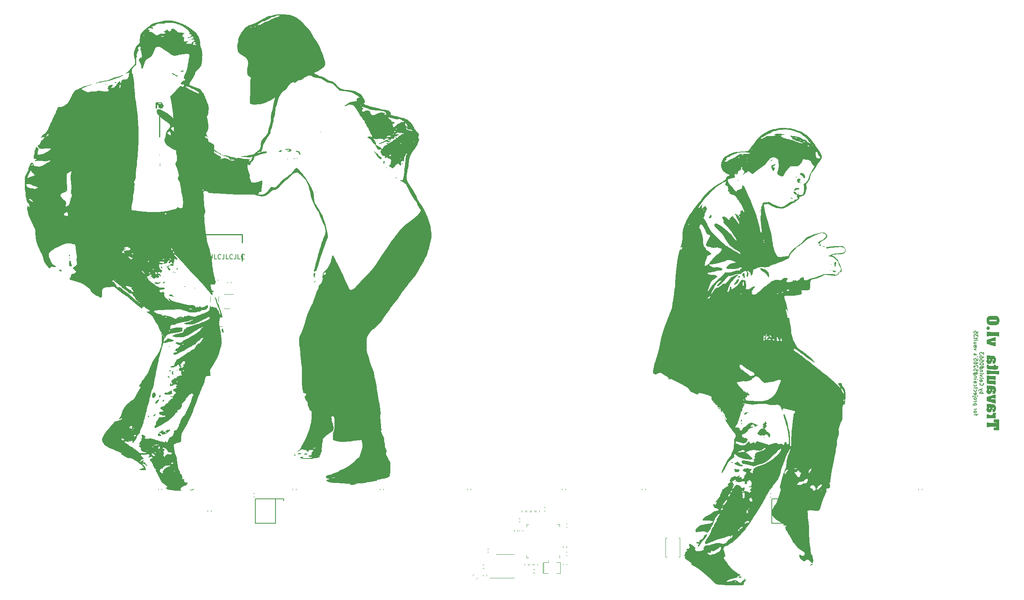
<source format=gbr>
%TF.GenerationSoftware,KiCad,Pcbnew,(7.0.0)*%
%TF.CreationDate,2023-03-17T08:02:59+01:00*%
%TF.ProjectId,travaulta,74726176-6175-46c7-9461-2e6b69636164,rev?*%
%TF.SameCoordinates,Original*%
%TF.FileFunction,Legend,Bot*%
%TF.FilePolarity,Positive*%
%FSLAX46Y46*%
G04 Gerber Fmt 4.6, Leading zero omitted, Abs format (unit mm)*
G04 Created by KiCad (PCBNEW (7.0.0)) date 2023-03-17 08:02:59*
%MOMM*%
%LPD*%
G01*
G04 APERTURE LIST*
%ADD10C,0.150000*%
%ADD11C,0.120000*%
%ADD12C,0.170180*%
%ADD13C,0.002540*%
%ADD14C,0.254000*%
G04 APERTURE END LIST*
D10*
X77930951Y-50294380D02*
X77930951Y-51008666D01*
X77930951Y-51008666D02*
X77883332Y-51151523D01*
X77883332Y-51151523D02*
X77788094Y-51246761D01*
X77788094Y-51246761D02*
X77645237Y-51294380D01*
X77645237Y-51294380D02*
X77549999Y-51294380D01*
X78883332Y-51294380D02*
X78407142Y-51294380D01*
X78407142Y-51294380D02*
X78407142Y-50294380D01*
X79788094Y-51199142D02*
X79740475Y-51246761D01*
X79740475Y-51246761D02*
X79597618Y-51294380D01*
X79597618Y-51294380D02*
X79502380Y-51294380D01*
X79502380Y-51294380D02*
X79359523Y-51246761D01*
X79359523Y-51246761D02*
X79264285Y-51151523D01*
X79264285Y-51151523D02*
X79216666Y-51056285D01*
X79216666Y-51056285D02*
X79169047Y-50865809D01*
X79169047Y-50865809D02*
X79169047Y-50722952D01*
X79169047Y-50722952D02*
X79216666Y-50532476D01*
X79216666Y-50532476D02*
X79264285Y-50437238D01*
X79264285Y-50437238D02*
X79359523Y-50342000D01*
X79359523Y-50342000D02*
X79502380Y-50294380D01*
X79502380Y-50294380D02*
X79597618Y-50294380D01*
X79597618Y-50294380D02*
X79740475Y-50342000D01*
X79740475Y-50342000D02*
X79788094Y-50389619D01*
X80502380Y-50294380D02*
X80502380Y-51008666D01*
X80502380Y-51008666D02*
X80454761Y-51151523D01*
X80454761Y-51151523D02*
X80359523Y-51246761D01*
X80359523Y-51246761D02*
X80216666Y-51294380D01*
X80216666Y-51294380D02*
X80121428Y-51294380D01*
X81454761Y-51294380D02*
X80978571Y-51294380D01*
X80978571Y-51294380D02*
X80978571Y-50294380D01*
X82359523Y-51199142D02*
X82311904Y-51246761D01*
X82311904Y-51246761D02*
X82169047Y-51294380D01*
X82169047Y-51294380D02*
X82073809Y-51294380D01*
X82073809Y-51294380D02*
X81930952Y-51246761D01*
X81930952Y-51246761D02*
X81835714Y-51151523D01*
X81835714Y-51151523D02*
X81788095Y-51056285D01*
X81788095Y-51056285D02*
X81740476Y-50865809D01*
X81740476Y-50865809D02*
X81740476Y-50722952D01*
X81740476Y-50722952D02*
X81788095Y-50532476D01*
X81788095Y-50532476D02*
X81835714Y-50437238D01*
X81835714Y-50437238D02*
X81930952Y-50342000D01*
X81930952Y-50342000D02*
X82073809Y-50294380D01*
X82073809Y-50294380D02*
X82169047Y-50294380D01*
X82169047Y-50294380D02*
X82311904Y-50342000D01*
X82311904Y-50342000D02*
X82359523Y-50389619D01*
X83073809Y-50294380D02*
X83073809Y-51008666D01*
X83073809Y-51008666D02*
X83026190Y-51151523D01*
X83026190Y-51151523D02*
X82930952Y-51246761D01*
X82930952Y-51246761D02*
X82788095Y-51294380D01*
X82788095Y-51294380D02*
X82692857Y-51294380D01*
X84026190Y-51294380D02*
X83550000Y-51294380D01*
X83550000Y-51294380D02*
X83550000Y-50294380D01*
X84930952Y-51199142D02*
X84883333Y-51246761D01*
X84883333Y-51246761D02*
X84740476Y-51294380D01*
X84740476Y-51294380D02*
X84645238Y-51294380D01*
X84645238Y-51294380D02*
X84502381Y-51246761D01*
X84502381Y-51246761D02*
X84407143Y-51151523D01*
X84407143Y-51151523D02*
X84359524Y-51056285D01*
X84359524Y-51056285D02*
X84311905Y-50865809D01*
X84311905Y-50865809D02*
X84311905Y-50722952D01*
X84311905Y-50722952D02*
X84359524Y-50532476D01*
X84359524Y-50532476D02*
X84407143Y-50437238D01*
X84407143Y-50437238D02*
X84502381Y-50342000D01*
X84502381Y-50342000D02*
X84645238Y-50294380D01*
X84645238Y-50294380D02*
X84740476Y-50294380D01*
X84740476Y-50294380D02*
X84883333Y-50342000D01*
X84883333Y-50342000D02*
X84930952Y-50389619D01*
X85645238Y-50294380D02*
X85645238Y-51008666D01*
X85645238Y-51008666D02*
X85597619Y-51151523D01*
X85597619Y-51151523D02*
X85502381Y-51246761D01*
X85502381Y-51246761D02*
X85359524Y-51294380D01*
X85359524Y-51294380D02*
X85264286Y-51294380D01*
X86597619Y-51294380D02*
X86121429Y-51294380D01*
X86121429Y-51294380D02*
X86121429Y-50294380D01*
X87502381Y-51199142D02*
X87454762Y-51246761D01*
X87454762Y-51246761D02*
X87311905Y-51294380D01*
X87311905Y-51294380D02*
X87216667Y-51294380D01*
X87216667Y-51294380D02*
X87073810Y-51246761D01*
X87073810Y-51246761D02*
X86978572Y-51151523D01*
X86978572Y-51151523D02*
X86930953Y-51056285D01*
X86930953Y-51056285D02*
X86883334Y-50865809D01*
X86883334Y-50865809D02*
X86883334Y-50722952D01*
X86883334Y-50722952D02*
X86930953Y-50532476D01*
X86930953Y-50532476D02*
X86978572Y-50437238D01*
X86978572Y-50437238D02*
X87073810Y-50342000D01*
X87073810Y-50342000D02*
X87216667Y-50294380D01*
X87216667Y-50294380D02*
X87311905Y-50294380D01*
X87311905Y-50294380D02*
X87454762Y-50342000D01*
X87454762Y-50342000D02*
X87502381Y-50389619D01*
X248004095Y-80668572D02*
X248804095Y-80668572D01*
X248499333Y-80668572D02*
X248537428Y-80592382D01*
X248537428Y-80592382D02*
X248537428Y-80440001D01*
X248537428Y-80440001D02*
X248499333Y-80363810D01*
X248499333Y-80363810D02*
X248461238Y-80325715D01*
X248461238Y-80325715D02*
X248385047Y-80287620D01*
X248385047Y-80287620D02*
X248156476Y-80287620D01*
X248156476Y-80287620D02*
X248080285Y-80325715D01*
X248080285Y-80325715D02*
X248042190Y-80363810D01*
X248042190Y-80363810D02*
X248004095Y-80440001D01*
X248004095Y-80440001D02*
X248004095Y-80592382D01*
X248004095Y-80592382D02*
X248042190Y-80668572D01*
X248537428Y-80020953D02*
X248004095Y-79830477D01*
X248537428Y-79640000D02*
X248004095Y-79830477D01*
X248004095Y-79830477D02*
X247813619Y-79906667D01*
X247813619Y-79906667D02*
X247775523Y-79944762D01*
X247775523Y-79944762D02*
X247737428Y-80020953D01*
X248080285Y-78398095D02*
X248042190Y-78436191D01*
X248042190Y-78436191D02*
X248004095Y-78550476D01*
X248004095Y-78550476D02*
X248004095Y-78626667D01*
X248004095Y-78626667D02*
X248042190Y-78740953D01*
X248042190Y-78740953D02*
X248118380Y-78817143D01*
X248118380Y-78817143D02*
X248194571Y-78855238D01*
X248194571Y-78855238D02*
X248346952Y-78893334D01*
X248346952Y-78893334D02*
X248461238Y-78893334D01*
X248461238Y-78893334D02*
X248613619Y-78855238D01*
X248613619Y-78855238D02*
X248689809Y-78817143D01*
X248689809Y-78817143D02*
X248766000Y-78740953D01*
X248766000Y-78740953D02*
X248804095Y-78626667D01*
X248804095Y-78626667D02*
X248804095Y-78550476D01*
X248804095Y-78550476D02*
X248766000Y-78436191D01*
X248766000Y-78436191D02*
X248727904Y-78398095D01*
X248004095Y-77712381D02*
X248423142Y-77712381D01*
X248423142Y-77712381D02*
X248499333Y-77750476D01*
X248499333Y-77750476D02*
X248537428Y-77826667D01*
X248537428Y-77826667D02*
X248537428Y-77979048D01*
X248537428Y-77979048D02*
X248499333Y-78055238D01*
X248042190Y-77712381D02*
X248004095Y-77788572D01*
X248004095Y-77788572D02*
X248004095Y-77979048D01*
X248004095Y-77979048D02*
X248042190Y-78055238D01*
X248042190Y-78055238D02*
X248118380Y-78093334D01*
X248118380Y-78093334D02*
X248194571Y-78093334D01*
X248194571Y-78093334D02*
X248270761Y-78055238D01*
X248270761Y-78055238D02*
X248308857Y-77979048D01*
X248308857Y-77979048D02*
X248308857Y-77788572D01*
X248308857Y-77788572D02*
X248346952Y-77712381D01*
X248004095Y-77217143D02*
X248042190Y-77293333D01*
X248042190Y-77293333D02*
X248118380Y-77331428D01*
X248118380Y-77331428D02*
X248804095Y-77331428D01*
X248537428Y-76988571D02*
X248004095Y-76798095D01*
X248004095Y-76798095D02*
X248537428Y-76607618D01*
X248004095Y-76302856D02*
X248537428Y-76302856D01*
X248804095Y-76302856D02*
X248766000Y-76340952D01*
X248766000Y-76340952D02*
X248727904Y-76302856D01*
X248727904Y-76302856D02*
X248766000Y-76264761D01*
X248766000Y-76264761D02*
X248804095Y-76302856D01*
X248804095Y-76302856D02*
X248727904Y-76302856D01*
X248537428Y-75921904D02*
X248004095Y-75921904D01*
X248461238Y-75921904D02*
X248499333Y-75883809D01*
X248499333Y-75883809D02*
X248537428Y-75807619D01*
X248537428Y-75807619D02*
X248537428Y-75693333D01*
X248537428Y-75693333D02*
X248499333Y-75617142D01*
X248499333Y-75617142D02*
X248423142Y-75579047D01*
X248423142Y-75579047D02*
X248004095Y-75579047D01*
X248537428Y-75236190D02*
X248537428Y-74664761D01*
X248880285Y-75007618D02*
X247851714Y-75236190D01*
X248194571Y-74740951D02*
X248194571Y-75312380D01*
X247851714Y-74969523D02*
X248880285Y-74740951D01*
X248804095Y-74245713D02*
X248804095Y-74169523D01*
X248804095Y-74169523D02*
X248766000Y-74093332D01*
X248766000Y-74093332D02*
X248727904Y-74055237D01*
X248727904Y-74055237D02*
X248651714Y-74017142D01*
X248651714Y-74017142D02*
X248499333Y-73979047D01*
X248499333Y-73979047D02*
X248308857Y-73979047D01*
X248308857Y-73979047D02*
X248156476Y-74017142D01*
X248156476Y-74017142D02*
X248080285Y-74055237D01*
X248080285Y-74055237D02*
X248042190Y-74093332D01*
X248042190Y-74093332D02*
X248004095Y-74169523D01*
X248004095Y-74169523D02*
X248004095Y-74245713D01*
X248004095Y-74245713D02*
X248042190Y-74321904D01*
X248042190Y-74321904D02*
X248080285Y-74359999D01*
X248080285Y-74359999D02*
X248156476Y-74398094D01*
X248156476Y-74398094D02*
X248308857Y-74436190D01*
X248308857Y-74436190D02*
X248499333Y-74436190D01*
X248499333Y-74436190D02*
X248651714Y-74398094D01*
X248651714Y-74398094D02*
X248727904Y-74359999D01*
X248727904Y-74359999D02*
X248766000Y-74321904D01*
X248766000Y-74321904D02*
X248804095Y-74245713D01*
X248804095Y-73255237D02*
X248804095Y-73636189D01*
X248804095Y-73636189D02*
X248423142Y-73674285D01*
X248423142Y-73674285D02*
X248461238Y-73636189D01*
X248461238Y-73636189D02*
X248499333Y-73559999D01*
X248499333Y-73559999D02*
X248499333Y-73369523D01*
X248499333Y-73369523D02*
X248461238Y-73293332D01*
X248461238Y-73293332D02*
X248423142Y-73255237D01*
X248423142Y-73255237D02*
X248346952Y-73217142D01*
X248346952Y-73217142D02*
X248156476Y-73217142D01*
X248156476Y-73217142D02*
X248080285Y-73255237D01*
X248080285Y-73255237D02*
X248042190Y-73293332D01*
X248042190Y-73293332D02*
X248004095Y-73369523D01*
X248004095Y-73369523D02*
X248004095Y-73559999D01*
X248004095Y-73559999D02*
X248042190Y-73636189D01*
X248042190Y-73636189D02*
X248080285Y-73674285D01*
X248804095Y-72531427D02*
X248804095Y-72683808D01*
X248804095Y-72683808D02*
X248766000Y-72759999D01*
X248766000Y-72759999D02*
X248727904Y-72798094D01*
X248727904Y-72798094D02*
X248613619Y-72874284D01*
X248613619Y-72874284D02*
X248461238Y-72912380D01*
X248461238Y-72912380D02*
X248156476Y-72912380D01*
X248156476Y-72912380D02*
X248080285Y-72874284D01*
X248080285Y-72874284D02*
X248042190Y-72836189D01*
X248042190Y-72836189D02*
X248004095Y-72759999D01*
X248004095Y-72759999D02*
X248004095Y-72607618D01*
X248004095Y-72607618D02*
X248042190Y-72531427D01*
X248042190Y-72531427D02*
X248080285Y-72493332D01*
X248080285Y-72493332D02*
X248156476Y-72455237D01*
X248156476Y-72455237D02*
X248346952Y-72455237D01*
X248346952Y-72455237D02*
X248423142Y-72493332D01*
X248423142Y-72493332D02*
X248461238Y-72531427D01*
X248461238Y-72531427D02*
X248499333Y-72607618D01*
X248499333Y-72607618D02*
X248499333Y-72759999D01*
X248499333Y-72759999D02*
X248461238Y-72836189D01*
X248461238Y-72836189D02*
X248423142Y-72874284D01*
X248423142Y-72874284D02*
X248346952Y-72912380D01*
X248804095Y-72188570D02*
X248804095Y-71693332D01*
X248804095Y-71693332D02*
X248499333Y-71959998D01*
X248499333Y-71959998D02*
X248499333Y-71845713D01*
X248499333Y-71845713D02*
X248461238Y-71769522D01*
X248461238Y-71769522D02*
X248423142Y-71731427D01*
X248423142Y-71731427D02*
X248346952Y-71693332D01*
X248346952Y-71693332D02*
X248156476Y-71693332D01*
X248156476Y-71693332D02*
X248080285Y-71731427D01*
X248080285Y-71731427D02*
X248042190Y-71769522D01*
X248042190Y-71769522D02*
X248004095Y-71845713D01*
X248004095Y-71845713D02*
X248004095Y-72074284D01*
X248004095Y-72074284D02*
X248042190Y-72150475D01*
X248042190Y-72150475D02*
X248080285Y-72188570D01*
X247241428Y-85441906D02*
X247241428Y-85137144D01*
X246708095Y-85327620D02*
X247393809Y-85327620D01*
X247393809Y-85327620D02*
X247470000Y-85289525D01*
X247470000Y-85289525D02*
X247508095Y-85213335D01*
X247508095Y-85213335D02*
X247508095Y-85137144D01*
X246708095Y-84756192D02*
X246746190Y-84832382D01*
X246746190Y-84832382D02*
X246784285Y-84870477D01*
X246784285Y-84870477D02*
X246860476Y-84908573D01*
X246860476Y-84908573D02*
X247089047Y-84908573D01*
X247089047Y-84908573D02*
X247165238Y-84870477D01*
X247165238Y-84870477D02*
X247203333Y-84832382D01*
X247203333Y-84832382D02*
X247241428Y-84756192D01*
X247241428Y-84756192D02*
X247241428Y-84641906D01*
X247241428Y-84641906D02*
X247203333Y-84565715D01*
X247203333Y-84565715D02*
X247165238Y-84527620D01*
X247165238Y-84527620D02*
X247089047Y-84489525D01*
X247089047Y-84489525D02*
X246860476Y-84489525D01*
X246860476Y-84489525D02*
X246784285Y-84527620D01*
X246784285Y-84527620D02*
X246746190Y-84565715D01*
X246746190Y-84565715D02*
X246708095Y-84641906D01*
X246708095Y-84641906D02*
X246708095Y-84756192D01*
X246708095Y-84146667D02*
X247241428Y-84146667D01*
X247089047Y-84146667D02*
X247165238Y-84108572D01*
X247165238Y-84108572D02*
X247203333Y-84070477D01*
X247203333Y-84070477D02*
X247241428Y-83994286D01*
X247241428Y-83994286D02*
X247241428Y-83918096D01*
X247241428Y-83171429D02*
X246441428Y-83171429D01*
X247203333Y-83171429D02*
X247241428Y-83095239D01*
X247241428Y-83095239D02*
X247241428Y-82942858D01*
X247241428Y-82942858D02*
X247203333Y-82866667D01*
X247203333Y-82866667D02*
X247165238Y-82828572D01*
X247165238Y-82828572D02*
X247089047Y-82790477D01*
X247089047Y-82790477D02*
X246860476Y-82790477D01*
X246860476Y-82790477D02*
X246784285Y-82828572D01*
X246784285Y-82828572D02*
X246746190Y-82866667D01*
X246746190Y-82866667D02*
X246708095Y-82942858D01*
X246708095Y-82942858D02*
X246708095Y-83095239D01*
X246708095Y-83095239D02*
X246746190Y-83171429D01*
X246708095Y-82447619D02*
X247241428Y-82447619D01*
X247089047Y-82447619D02*
X247165238Y-82409524D01*
X247165238Y-82409524D02*
X247203333Y-82371429D01*
X247203333Y-82371429D02*
X247241428Y-82295238D01*
X247241428Y-82295238D02*
X247241428Y-82219048D01*
X246708095Y-81838096D02*
X246746190Y-81914286D01*
X246746190Y-81914286D02*
X246784285Y-81952381D01*
X246784285Y-81952381D02*
X246860476Y-81990477D01*
X246860476Y-81990477D02*
X247089047Y-81990477D01*
X247089047Y-81990477D02*
X247165238Y-81952381D01*
X247165238Y-81952381D02*
X247203333Y-81914286D01*
X247203333Y-81914286D02*
X247241428Y-81838096D01*
X247241428Y-81838096D02*
X247241428Y-81723810D01*
X247241428Y-81723810D02*
X247203333Y-81647619D01*
X247203333Y-81647619D02*
X247165238Y-81609524D01*
X247165238Y-81609524D02*
X247089047Y-81571429D01*
X247089047Y-81571429D02*
X246860476Y-81571429D01*
X246860476Y-81571429D02*
X246784285Y-81609524D01*
X246784285Y-81609524D02*
X246746190Y-81647619D01*
X246746190Y-81647619D02*
X246708095Y-81723810D01*
X246708095Y-81723810D02*
X246708095Y-81838096D01*
X247241428Y-81228571D02*
X246555714Y-81228571D01*
X246555714Y-81228571D02*
X246479523Y-81266667D01*
X246479523Y-81266667D02*
X246441428Y-81342857D01*
X246441428Y-81342857D02*
X246441428Y-81380952D01*
X247508095Y-81228571D02*
X247470000Y-81266667D01*
X247470000Y-81266667D02*
X247431904Y-81228571D01*
X247431904Y-81228571D02*
X247470000Y-81190476D01*
X247470000Y-81190476D02*
X247508095Y-81228571D01*
X247508095Y-81228571D02*
X247431904Y-81228571D01*
X246746190Y-80542857D02*
X246708095Y-80619048D01*
X246708095Y-80619048D02*
X246708095Y-80771429D01*
X246708095Y-80771429D02*
X246746190Y-80847619D01*
X246746190Y-80847619D02*
X246822380Y-80885715D01*
X246822380Y-80885715D02*
X247127142Y-80885715D01*
X247127142Y-80885715D02*
X247203333Y-80847619D01*
X247203333Y-80847619D02*
X247241428Y-80771429D01*
X247241428Y-80771429D02*
X247241428Y-80619048D01*
X247241428Y-80619048D02*
X247203333Y-80542857D01*
X247203333Y-80542857D02*
X247127142Y-80504762D01*
X247127142Y-80504762D02*
X247050952Y-80504762D01*
X247050952Y-80504762D02*
X246974761Y-80885715D01*
X246746190Y-79819048D02*
X246708095Y-79895239D01*
X246708095Y-79895239D02*
X246708095Y-80047620D01*
X246708095Y-80047620D02*
X246746190Y-80123810D01*
X246746190Y-80123810D02*
X246784285Y-80161905D01*
X246784285Y-80161905D02*
X246860476Y-80200001D01*
X246860476Y-80200001D02*
X247089047Y-80200001D01*
X247089047Y-80200001D02*
X247165238Y-80161905D01*
X247165238Y-80161905D02*
X247203333Y-80123810D01*
X247203333Y-80123810D02*
X247241428Y-80047620D01*
X247241428Y-80047620D02*
X247241428Y-79895239D01*
X247241428Y-79895239D02*
X247203333Y-79819048D01*
X247241428Y-79590477D02*
X247241428Y-79285715D01*
X247508095Y-79476191D02*
X246822380Y-79476191D01*
X246822380Y-79476191D02*
X246746190Y-79438096D01*
X246746190Y-79438096D02*
X246708095Y-79361906D01*
X246708095Y-79361906D02*
X246708095Y-79285715D01*
X246746190Y-78676191D02*
X246708095Y-78752382D01*
X246708095Y-78752382D02*
X246708095Y-78904763D01*
X246708095Y-78904763D02*
X246746190Y-78980953D01*
X246746190Y-78980953D02*
X246784285Y-79019048D01*
X246784285Y-79019048D02*
X246860476Y-79057144D01*
X246860476Y-79057144D02*
X247089047Y-79057144D01*
X247089047Y-79057144D02*
X247165238Y-79019048D01*
X247165238Y-79019048D02*
X247203333Y-78980953D01*
X247203333Y-78980953D02*
X247241428Y-78904763D01*
X247241428Y-78904763D02*
X247241428Y-78752382D01*
X247241428Y-78752382D02*
X247203333Y-78676191D01*
X246708095Y-77990477D02*
X247127142Y-77990477D01*
X247127142Y-77990477D02*
X247203333Y-78028572D01*
X247203333Y-78028572D02*
X247241428Y-78104763D01*
X247241428Y-78104763D02*
X247241428Y-78257144D01*
X247241428Y-78257144D02*
X247203333Y-78333334D01*
X246746190Y-77990477D02*
X246708095Y-78066668D01*
X246708095Y-78066668D02*
X246708095Y-78257144D01*
X246708095Y-78257144D02*
X246746190Y-78333334D01*
X246746190Y-78333334D02*
X246822380Y-78371430D01*
X246822380Y-78371430D02*
X246898571Y-78371430D01*
X246898571Y-78371430D02*
X246974761Y-78333334D01*
X246974761Y-78333334D02*
X247012857Y-78257144D01*
X247012857Y-78257144D02*
X247012857Y-78066668D01*
X247012857Y-78066668D02*
X247050952Y-77990477D01*
X246708095Y-77609524D02*
X247241428Y-77609524D01*
X247508095Y-77609524D02*
X247470000Y-77647620D01*
X247470000Y-77647620D02*
X247431904Y-77609524D01*
X247431904Y-77609524D02*
X247470000Y-77571429D01*
X247470000Y-77571429D02*
X247508095Y-77609524D01*
X247508095Y-77609524D02*
X247431904Y-77609524D01*
X247241428Y-77228572D02*
X246708095Y-77228572D01*
X247165238Y-77228572D02*
X247203333Y-77190477D01*
X247203333Y-77190477D02*
X247241428Y-77114287D01*
X247241428Y-77114287D02*
X247241428Y-77000001D01*
X247241428Y-77000001D02*
X247203333Y-76923810D01*
X247203333Y-76923810D02*
X247127142Y-76885715D01*
X247127142Y-76885715D02*
X246708095Y-76885715D01*
X247241428Y-76542858D02*
X247241428Y-75971429D01*
X247584285Y-76314286D02*
X246555714Y-76542858D01*
X246898571Y-76047619D02*
X246898571Y-76619048D01*
X246555714Y-76276191D02*
X247584285Y-76047619D01*
X247508095Y-75323810D02*
X247508095Y-75704762D01*
X247508095Y-75704762D02*
X247127142Y-75742858D01*
X247127142Y-75742858D02*
X247165238Y-75704762D01*
X247165238Y-75704762D02*
X247203333Y-75628572D01*
X247203333Y-75628572D02*
X247203333Y-75438096D01*
X247203333Y-75438096D02*
X247165238Y-75361905D01*
X247165238Y-75361905D02*
X247127142Y-75323810D01*
X247127142Y-75323810D02*
X247050952Y-75285715D01*
X247050952Y-75285715D02*
X246860476Y-75285715D01*
X246860476Y-75285715D02*
X246784285Y-75323810D01*
X246784285Y-75323810D02*
X246746190Y-75361905D01*
X246746190Y-75361905D02*
X246708095Y-75438096D01*
X246708095Y-75438096D02*
X246708095Y-75628572D01*
X246708095Y-75628572D02*
X246746190Y-75704762D01*
X246746190Y-75704762D02*
X246784285Y-75742858D01*
X247431904Y-74980953D02*
X247470000Y-74942857D01*
X247470000Y-74942857D02*
X247508095Y-74866667D01*
X247508095Y-74866667D02*
X247508095Y-74676191D01*
X247508095Y-74676191D02*
X247470000Y-74600000D01*
X247470000Y-74600000D02*
X247431904Y-74561905D01*
X247431904Y-74561905D02*
X247355714Y-74523810D01*
X247355714Y-74523810D02*
X247279523Y-74523810D01*
X247279523Y-74523810D02*
X247165238Y-74561905D01*
X247165238Y-74561905D02*
X246708095Y-75019048D01*
X246708095Y-75019048D02*
X246708095Y-74523810D01*
X247508095Y-73838095D02*
X247508095Y-73990476D01*
X247508095Y-73990476D02*
X247470000Y-74066667D01*
X247470000Y-74066667D02*
X247431904Y-74104762D01*
X247431904Y-74104762D02*
X247317619Y-74180952D01*
X247317619Y-74180952D02*
X247165238Y-74219048D01*
X247165238Y-74219048D02*
X246860476Y-74219048D01*
X246860476Y-74219048D02*
X246784285Y-74180952D01*
X246784285Y-74180952D02*
X246746190Y-74142857D01*
X246746190Y-74142857D02*
X246708095Y-74066667D01*
X246708095Y-74066667D02*
X246708095Y-73914286D01*
X246708095Y-73914286D02*
X246746190Y-73838095D01*
X246746190Y-73838095D02*
X246784285Y-73800000D01*
X246784285Y-73800000D02*
X246860476Y-73761905D01*
X246860476Y-73761905D02*
X247050952Y-73761905D01*
X247050952Y-73761905D02*
X247127142Y-73800000D01*
X247127142Y-73800000D02*
X247165238Y-73838095D01*
X247165238Y-73838095D02*
X247203333Y-73914286D01*
X247203333Y-73914286D02*
X247203333Y-74066667D01*
X247203333Y-74066667D02*
X247165238Y-74142857D01*
X247165238Y-74142857D02*
X247127142Y-74180952D01*
X247127142Y-74180952D02*
X247050952Y-74219048D01*
X247508095Y-73038095D02*
X247508095Y-73419047D01*
X247508095Y-73419047D02*
X247127142Y-73457143D01*
X247127142Y-73457143D02*
X247165238Y-73419047D01*
X247165238Y-73419047D02*
X247203333Y-73342857D01*
X247203333Y-73342857D02*
X247203333Y-73152381D01*
X247203333Y-73152381D02*
X247165238Y-73076190D01*
X247165238Y-73076190D02*
X247127142Y-73038095D01*
X247127142Y-73038095D02*
X247050952Y-73000000D01*
X247050952Y-73000000D02*
X246860476Y-73000000D01*
X246860476Y-73000000D02*
X246784285Y-73038095D01*
X246784285Y-73038095D02*
X246746190Y-73076190D01*
X246746190Y-73076190D02*
X246708095Y-73152381D01*
X246708095Y-73152381D02*
X246708095Y-73342857D01*
X246708095Y-73342857D02*
X246746190Y-73419047D01*
X246746190Y-73419047D02*
X246784285Y-73457143D01*
X247508095Y-72619047D02*
X247355714Y-72695238D01*
X246746190Y-72314286D02*
X246708095Y-72238095D01*
X246708095Y-72238095D02*
X246708095Y-72085714D01*
X246708095Y-72085714D02*
X246746190Y-72009524D01*
X246746190Y-72009524D02*
X246822380Y-71971428D01*
X246822380Y-71971428D02*
X246860476Y-71971428D01*
X246860476Y-71971428D02*
X246936666Y-72009524D01*
X246936666Y-72009524D02*
X246974761Y-72085714D01*
X246974761Y-72085714D02*
X246974761Y-72200000D01*
X246974761Y-72200000D02*
X247012857Y-72276190D01*
X247012857Y-72276190D02*
X247089047Y-72314286D01*
X247089047Y-72314286D02*
X247127142Y-72314286D01*
X247127142Y-72314286D02*
X247203333Y-72276190D01*
X247203333Y-72276190D02*
X247241428Y-72200000D01*
X247241428Y-72200000D02*
X247241428Y-72085714D01*
X247241428Y-72085714D02*
X247203333Y-72009524D01*
X247241428Y-71224762D02*
X246708095Y-71034286D01*
X246708095Y-71034286D02*
X247241428Y-70843809D01*
X246708095Y-70196190D02*
X247127142Y-70196190D01*
X247127142Y-70196190D02*
X247203333Y-70234285D01*
X247203333Y-70234285D02*
X247241428Y-70310476D01*
X247241428Y-70310476D02*
X247241428Y-70462857D01*
X247241428Y-70462857D02*
X247203333Y-70539047D01*
X246746190Y-70196190D02*
X246708095Y-70272381D01*
X246708095Y-70272381D02*
X246708095Y-70462857D01*
X246708095Y-70462857D02*
X246746190Y-70539047D01*
X246746190Y-70539047D02*
X246822380Y-70577143D01*
X246822380Y-70577143D02*
X246898571Y-70577143D01*
X246898571Y-70577143D02*
X246974761Y-70539047D01*
X246974761Y-70539047D02*
X247012857Y-70462857D01*
X247012857Y-70462857D02*
X247012857Y-70272381D01*
X247012857Y-70272381D02*
X247050952Y-70196190D01*
X247241428Y-69472380D02*
X246708095Y-69472380D01*
X247241428Y-69815237D02*
X246822380Y-69815237D01*
X246822380Y-69815237D02*
X246746190Y-69777142D01*
X246746190Y-69777142D02*
X246708095Y-69700952D01*
X246708095Y-69700952D02*
X246708095Y-69586666D01*
X246708095Y-69586666D02*
X246746190Y-69510475D01*
X246746190Y-69510475D02*
X246784285Y-69472380D01*
X246708095Y-68977142D02*
X246746190Y-69053332D01*
X246746190Y-69053332D02*
X246822380Y-69091427D01*
X246822380Y-69091427D02*
X247508095Y-69091427D01*
X247241428Y-68786665D02*
X247241428Y-68481903D01*
X247508095Y-68672379D02*
X246822380Y-68672379D01*
X246822380Y-68672379D02*
X246746190Y-68634284D01*
X246746190Y-68634284D02*
X246708095Y-68558094D01*
X246708095Y-68558094D02*
X246708095Y-68481903D01*
X247508095Y-68291427D02*
X247508095Y-67796189D01*
X247508095Y-67796189D02*
X247203333Y-68062855D01*
X247203333Y-68062855D02*
X247203333Y-67948570D01*
X247203333Y-67948570D02*
X247165238Y-67872379D01*
X247165238Y-67872379D02*
X247127142Y-67834284D01*
X247127142Y-67834284D02*
X247050952Y-67796189D01*
X247050952Y-67796189D02*
X246860476Y-67796189D01*
X246860476Y-67796189D02*
X246784285Y-67834284D01*
X246784285Y-67834284D02*
X246746190Y-67872379D01*
X246746190Y-67872379D02*
X246708095Y-67948570D01*
X246708095Y-67948570D02*
X246708095Y-68177141D01*
X246708095Y-68177141D02*
X246746190Y-68253332D01*
X246746190Y-68253332D02*
X246784285Y-68291427D01*
X247508095Y-67072379D02*
X247508095Y-67453331D01*
X247508095Y-67453331D02*
X247127142Y-67491427D01*
X247127142Y-67491427D02*
X247165238Y-67453331D01*
X247165238Y-67453331D02*
X247203333Y-67377141D01*
X247203333Y-67377141D02*
X247203333Y-67186665D01*
X247203333Y-67186665D02*
X247165238Y-67110474D01*
X247165238Y-67110474D02*
X247127142Y-67072379D01*
X247127142Y-67072379D02*
X247050952Y-67034284D01*
X247050952Y-67034284D02*
X246860476Y-67034284D01*
X246860476Y-67034284D02*
X246784285Y-67072379D01*
X246784285Y-67072379D02*
X246746190Y-67110474D01*
X246746190Y-67110474D02*
X246708095Y-67186665D01*
X246708095Y-67186665D02*
X246708095Y-67377141D01*
X246708095Y-67377141D02*
X246746190Y-67453331D01*
X246746190Y-67453331D02*
X246784285Y-67491427D01*
D11*
%TO.C,Y1*%
X152616000Y-117945000D02*
X152616000Y-117545000D01*
X152616000Y-119945000D02*
X152616000Y-117945000D01*
X152816000Y-117945000D02*
X152816000Y-117545000D01*
X152816000Y-117945000D02*
X152816000Y-119945000D01*
X152816000Y-119945000D02*
X153816000Y-119945000D01*
X153816000Y-117545000D02*
X152816000Y-117545000D01*
X153816000Y-117545000D02*
X153816000Y-117145000D01*
X155616000Y-119945000D02*
X156416000Y-119945000D01*
X156416000Y-117545000D02*
X155616000Y-117545000D01*
X156416000Y-117945000D02*
X156416000Y-117545000D01*
X156416000Y-119945000D02*
X156416000Y-117945000D01*
%TO.C,C7*%
X147611836Y-108691000D02*
X147396164Y-108691000D01*
X147611836Y-107971000D02*
X147396164Y-107971000D01*
%TO.C,C12*%
X202203164Y-102510000D02*
X202418836Y-102510000D01*
X202203164Y-103230000D02*
X202418836Y-103230000D01*
%TO.C,C15*%
X149391000Y-117912164D02*
X149391000Y-118127836D01*
X148671000Y-117912164D02*
X148671000Y-118127836D01*
%TO.C,G\u002A\u002A\u002A*%
G36*
X99737333Y-28913667D02*
G01*
X99695000Y-28956000D01*
X99652666Y-28913667D01*
X99695000Y-28871334D01*
X99737333Y-28913667D01*
G37*
G36*
X73152000Y-52197000D02*
G01*
X73109666Y-52239334D01*
X73067333Y-52197000D01*
X73109666Y-52154667D01*
X73152000Y-52197000D01*
G37*
G36*
X72898000Y-59817000D02*
G01*
X72855666Y-59859334D01*
X72813333Y-59817000D01*
X72855666Y-59774667D01*
X72898000Y-59817000D01*
G37*
G36*
X72728666Y-75141667D02*
G01*
X72686333Y-75184000D01*
X72644000Y-75141667D01*
X72686333Y-75099334D01*
X72728666Y-75141667D01*
G37*
G36*
X72728666Y-54059667D02*
G01*
X72686333Y-54102000D01*
X72644000Y-54059667D01*
X72686333Y-54017334D01*
X72728666Y-54059667D01*
G37*
G36*
X72136000Y-53043667D02*
G01*
X72093666Y-53086000D01*
X72051333Y-53043667D01*
X72093666Y-53001334D01*
X72136000Y-53043667D01*
G37*
G36*
X70866000Y-52197000D02*
G01*
X70823666Y-52239334D01*
X70781333Y-52197000D01*
X70823666Y-52154667D01*
X70866000Y-52197000D01*
G37*
G36*
X70781333Y-59647667D02*
G01*
X70739000Y-59690000D01*
X70696666Y-59647667D01*
X70739000Y-59605334D01*
X70781333Y-59647667D01*
G37*
G36*
X70696666Y-14012334D02*
G01*
X70654333Y-14054667D01*
X70612000Y-14012334D01*
X70654333Y-13970000D01*
X70696666Y-14012334D01*
G37*
G36*
X69850000Y-97070334D02*
G01*
X69807666Y-97112667D01*
X69765333Y-97070334D01*
X69807666Y-97028000D01*
X69850000Y-97070334D01*
G37*
G36*
X61468000Y-10879667D02*
G01*
X61425666Y-10922000D01*
X61383333Y-10879667D01*
X61425666Y-10837334D01*
X61468000Y-10879667D01*
G37*
G36*
X54864000Y-12996334D02*
G01*
X54821666Y-13038667D01*
X54779333Y-12996334D01*
X54821666Y-12954000D01*
X54864000Y-12996334D01*
G37*
G36*
X54356000Y-13165667D02*
G01*
X54313666Y-13208000D01*
X54271333Y-13165667D01*
X54313666Y-13123334D01*
X54356000Y-13165667D01*
G37*
G36*
X43010666Y-25273000D02*
G01*
X42968333Y-25315334D01*
X42926000Y-25273000D01*
X42968333Y-25230667D01*
X43010666Y-25273000D01*
G37*
G36*
X78881111Y-79191556D02*
G01*
X78894357Y-79217022D01*
X78824666Y-79248000D01*
X78779844Y-79241890D01*
X78768222Y-79191556D01*
X78780631Y-79181423D01*
X78881111Y-79191556D01*
G37*
G36*
X73208444Y-10357556D02*
G01*
X73221690Y-10383022D01*
X73152000Y-10414000D01*
X73107178Y-10407890D01*
X73095555Y-10357556D01*
X73107965Y-10347423D01*
X73208444Y-10357556D01*
G37*
G36*
X70668444Y-58617556D02*
G01*
X70681690Y-58643022D01*
X70612000Y-58674000D01*
X70567178Y-58667890D01*
X70555555Y-58617556D01*
X70567965Y-58607423D01*
X70668444Y-58617556D01*
G37*
G36*
X69357875Y-10271497D02*
G01*
X69397064Y-10301972D01*
X69306722Y-10322649D01*
X69220848Y-10316663D01*
X69195597Y-10278181D01*
X69225551Y-10261403D01*
X69357875Y-10271497D01*
G37*
G36*
X69074631Y-28532667D02*
G01*
X69062829Y-28649136D01*
X69031927Y-28638500D01*
X69020744Y-28600176D01*
X69031927Y-28426834D01*
X69061326Y-28412471D01*
X69074631Y-28532667D01*
G37*
G36*
X54581778Y-13066889D02*
G01*
X54595023Y-13092355D01*
X54525333Y-13123334D01*
X54480511Y-13117223D01*
X54468889Y-13066889D01*
X54481298Y-13056756D01*
X54581778Y-13066889D01*
G37*
G36*
X49516631Y-38100000D02*
G01*
X49504829Y-38216470D01*
X49473927Y-38205834D01*
X49462744Y-38167509D01*
X49473927Y-37994167D01*
X49503326Y-37979805D01*
X49516631Y-38100000D01*
G37*
G36*
X76749480Y-57656619D02*
G01*
X76757866Y-57701010D01*
X76670663Y-57742667D01*
X76627916Y-57741011D01*
X76542409Y-57701016D01*
X76617483Y-57619283D01*
X76648011Y-57607777D01*
X76749480Y-57656619D01*
G37*
G36*
X72848771Y-75459199D02*
G01*
X72898000Y-75557945D01*
X72880576Y-75623830D01*
X72763944Y-75692000D01*
X72671434Y-75643129D01*
X72685650Y-75541676D01*
X72797458Y-75457403D01*
X72848771Y-75459199D01*
G37*
G36*
X72116041Y-54062217D02*
G01*
X72096294Y-54182415D01*
X72068123Y-54213339D01*
X71953439Y-54220825D01*
X71916201Y-54183020D01*
X71957878Y-54076922D01*
X72034139Y-54029844D01*
X72116041Y-54062217D01*
G37*
G36*
X71932418Y-88294252D02*
G01*
X71906282Y-88331863D01*
X71834670Y-88392000D01*
X71822834Y-88391176D01*
X71804188Y-88342166D01*
X71895082Y-88256915D01*
X71942397Y-88236315D01*
X71932418Y-88294252D01*
G37*
G36*
X69999757Y-55050032D02*
G01*
X69934666Y-55118000D01*
X69857970Y-55165470D01*
X69777866Y-55194150D01*
X69807666Y-55118000D01*
X69825790Y-55094941D01*
X69960830Y-55034630D01*
X69999757Y-55050032D01*
G37*
G36*
X69138418Y-52818918D02*
G01*
X69112282Y-52856530D01*
X69040670Y-52916667D01*
X69028834Y-52915843D01*
X69010188Y-52866832D01*
X69101082Y-52781582D01*
X69148397Y-52760981D01*
X69138418Y-52818918D01*
G37*
G36*
X57315081Y-12993706D02*
G01*
X57346006Y-13021877D01*
X57353491Y-13136561D01*
X57315686Y-13173799D01*
X57209588Y-13132122D01*
X57162511Y-13055861D01*
X57194883Y-12973959D01*
X57315081Y-12993706D01*
G37*
G36*
X96959084Y-29389696D02*
G01*
X97028000Y-29464000D01*
X97025719Y-29484088D01*
X96948330Y-29548667D01*
X96924576Y-29545437D01*
X96816333Y-29464000D01*
X96808368Y-29420379D01*
X96896003Y-29379334D01*
X96959084Y-29389696D01*
G37*
G36*
X75759769Y-3404246D02*
G01*
X75692000Y-3471334D01*
X75619472Y-3511251D01*
X75480333Y-3553407D01*
X75454897Y-3538421D01*
X75522666Y-3471334D01*
X75595194Y-3431416D01*
X75734333Y-3389260D01*
X75759769Y-3404246D01*
G37*
G36*
X74607423Y-57244219D02*
G01*
X74676000Y-57319334D01*
X74661672Y-57358283D01*
X74549000Y-57404000D01*
X74490576Y-57394448D01*
X74422000Y-57319334D01*
X74436328Y-57280384D01*
X74549000Y-57234667D01*
X74607423Y-57244219D01*
G37*
G36*
X71155620Y-70364648D02*
G01*
X71162333Y-70442667D01*
X71144956Y-70468005D01*
X71072670Y-70527334D01*
X71064220Y-70525132D01*
X71035333Y-70442667D01*
X71038779Y-70419461D01*
X71124997Y-70358000D01*
X71155620Y-70364648D01*
G37*
G36*
X69313778Y-18739556D02*
G01*
X69326013Y-18761013D01*
X69303148Y-18875034D01*
X69248388Y-18933706D01*
X69141272Y-18960203D01*
X69088000Y-18885664D01*
X69113541Y-18813882D01*
X69214750Y-18733172D01*
X69313778Y-18739556D01*
G37*
G36*
X66994473Y-55384184D02*
G01*
X67013666Y-55456667D01*
X66996337Y-55479789D01*
X66881670Y-55541334D01*
X66862767Y-55538910D01*
X66802000Y-55456667D01*
X66818154Y-55416205D01*
X66933997Y-55372000D01*
X66994473Y-55384184D01*
G37*
G36*
X49401129Y-51070155D02*
G01*
X49445333Y-51185997D01*
X49433150Y-51246473D01*
X49360666Y-51265667D01*
X49337544Y-51248337D01*
X49276000Y-51133670D01*
X49278423Y-51114768D01*
X49360666Y-51054000D01*
X49401129Y-51070155D01*
G37*
G36*
X99245755Y-29226733D02*
G01*
X99273684Y-29246082D01*
X99144666Y-29294667D01*
X98947951Y-29346406D01*
X98807800Y-29364199D01*
X98762849Y-29346953D01*
X98848333Y-29294667D01*
X98964613Y-29256323D01*
X99187000Y-29224391D01*
X99245755Y-29226733D01*
G37*
G36*
X72942398Y-53320567D02*
G01*
X72952426Y-53460493D01*
X72948271Y-53510440D01*
X72905419Y-53612434D01*
X72792166Y-53582637D01*
X72682776Y-53514415D01*
X72665401Y-53438454D01*
X72804260Y-53344856D01*
X72860902Y-53317064D01*
X72942398Y-53320567D01*
G37*
G36*
X71323680Y-75610260D02*
G01*
X71413005Y-75706625D01*
X71401487Y-75805624D01*
X71401206Y-75805905D01*
X71272683Y-75855093D01*
X71128206Y-75744221D01*
X71077107Y-75648518D01*
X71153982Y-75579920D01*
X71193731Y-75571443D01*
X71323680Y-75610260D01*
G37*
G36*
X71057364Y-76894919D02*
G01*
X71175220Y-76990972D01*
X71162333Y-77131334D01*
X71152401Y-77146431D01*
X71036556Y-77210741D01*
X70882933Y-77114400D01*
X70809644Y-77024932D01*
X70801863Y-76915989D01*
X70945670Y-76877334D01*
X71057364Y-76894919D01*
G37*
G36*
X69474833Y-53007080D02*
G01*
X69557704Y-53128127D01*
X69558244Y-53247927D01*
X69519087Y-53282034D01*
X69381622Y-53284911D01*
X69303990Y-53228638D01*
X69259748Y-53087716D01*
X69332407Y-52964929D01*
X69365474Y-52954765D01*
X69474833Y-53007080D01*
G37*
G36*
X66701759Y-85578951D02*
G01*
X66685160Y-85729055D01*
X66654426Y-85784518D01*
X66550657Y-85852000D01*
X66491691Y-85825045D01*
X66470497Y-85699883D01*
X66538713Y-85525461D01*
X66569312Y-85488855D01*
X66651478Y-85482668D01*
X66701759Y-85578951D01*
G37*
G36*
X49445333Y-50440167D02*
G01*
X49436663Y-50534991D01*
X49388889Y-50658889D01*
X49319294Y-50708713D01*
X49225203Y-50685069D01*
X49206611Y-50531465D01*
X49234933Y-50431446D01*
X49319089Y-50326059D01*
X49405589Y-50322707D01*
X49445333Y-50440167D01*
G37*
G36*
X98569772Y-29309325D02*
G01*
X98636666Y-29379334D01*
X98635875Y-29385761D01*
X98548765Y-29440816D01*
X98361500Y-29462704D01*
X98258864Y-29459781D01*
X98163845Y-29435551D01*
X98213333Y-29379334D01*
X98236335Y-29365458D01*
X98413916Y-29304700D01*
X98569772Y-29309325D01*
G37*
G36*
X72332352Y-54173957D02*
G01*
X72403628Y-54214978D01*
X72517197Y-54207099D01*
X72543845Y-54189986D01*
X72525577Y-54250167D01*
X72482204Y-54309619D01*
X72367825Y-54344411D01*
X72270120Y-54217025D01*
X72268741Y-54213416D01*
X72251500Y-54125671D01*
X72332352Y-54173957D01*
G37*
G36*
X70187370Y-56282167D02*
G01*
X70186881Y-56291852D01*
X70105463Y-56457938D01*
X69934666Y-56575546D01*
X69793230Y-56599870D01*
X69741953Y-56535467D01*
X69829823Y-56385067D01*
X69858300Y-56354221D01*
X70006183Y-56247340D01*
X70134130Y-56218068D01*
X70187370Y-56282167D01*
G37*
G36*
X69985470Y-82075876D02*
G01*
X69997611Y-82167458D01*
X69934545Y-82338480D01*
X69863658Y-82400362D01*
X69755740Y-82417071D01*
X69701332Y-82358040D01*
X69695829Y-82201848D01*
X69806665Y-82042832D01*
X69807757Y-82041927D01*
X69918591Y-81985820D01*
X69985470Y-82075876D01*
G37*
G36*
X69140524Y-30394938D02*
G01*
X69144201Y-30649334D01*
X69143715Y-30752938D01*
X69137658Y-30964113D01*
X69126133Y-31041301D01*
X69110990Y-30966834D01*
X69097290Y-30649751D01*
X69110990Y-30331834D01*
X69116651Y-30287004D01*
X69130725Y-30268272D01*
X69140524Y-30394938D01*
G37*
G36*
X69109562Y-81026349D02*
G01*
X69205709Y-81101408D01*
X69231200Y-81254326D01*
X69171772Y-81408078D01*
X69098653Y-81483827D01*
X68975588Y-81521685D01*
X68883931Y-81396269D01*
X68880664Y-81255079D01*
X68965634Y-81096965D01*
X69101024Y-81026000D01*
X69109562Y-81026349D01*
G37*
G36*
X59581794Y-12653163D02*
G01*
X59599726Y-12660192D01*
X59679484Y-12716125D01*
X59602960Y-12787925D01*
X59562509Y-12811539D01*
X59360406Y-12863775D01*
X59223964Y-12784069D01*
X59212052Y-12751042D01*
X59266669Y-12668838D01*
X59409953Y-12628881D01*
X59581794Y-12653163D01*
G37*
G36*
X47414087Y-53649400D02*
G01*
X47573109Y-53741019D01*
X47662388Y-53851025D01*
X47610889Y-53960889D01*
X47511931Y-54013354D01*
X47331855Y-53985511D01*
X47176831Y-53844556D01*
X47138306Y-53775847D01*
X47108475Y-53625730D01*
X47204733Y-53580019D01*
X47414087Y-53649400D01*
G37*
G36*
X82845925Y-66505105D02*
G01*
X82892705Y-66663712D01*
X82937946Y-66963454D01*
X82998266Y-67418170D01*
X82727985Y-67218342D01*
X82628078Y-67131137D01*
X82493801Y-66909383D01*
X82500325Y-66692087D01*
X82651772Y-66517201D01*
X82677371Y-66501548D01*
X82780012Y-66460196D01*
X82845925Y-66505105D01*
G37*
G36*
X68065148Y-85178167D02*
G01*
X68144729Y-85222309D01*
X68100506Y-85333050D01*
X67928625Y-85530425D01*
X67892549Y-85566570D01*
X67728639Y-85688249D01*
X67624409Y-85692276D01*
X67610707Y-85673446D01*
X67616888Y-85539895D01*
X67710434Y-85374619D01*
X67850707Y-85234062D01*
X67997071Y-85174667D01*
X68065148Y-85178167D01*
G37*
G36*
X74252666Y-10186220D02*
G01*
X74242103Y-10246496D01*
X74146833Y-10357927D01*
X74113770Y-10369556D01*
X73833532Y-10395305D01*
X73490666Y-10336649D01*
X73445900Y-10323421D01*
X73367378Y-10287395D01*
X73423719Y-10256972D01*
X73631432Y-10218271D01*
X73703567Y-10205840D01*
X73951563Y-10154954D01*
X74118265Y-10108791D01*
X74199545Y-10096960D01*
X74252666Y-10186220D01*
G37*
G36*
X71994459Y-75862875D02*
G01*
X71972803Y-76019200D01*
X71942563Y-76102397D01*
X71971278Y-76289229D01*
X72008057Y-76355455D01*
X72050037Y-76481375D01*
X72027329Y-76514505D01*
X71904455Y-76522797D01*
X71825212Y-76471226D01*
X71736873Y-76308380D01*
X71688494Y-76099319D01*
X71692942Y-75909451D01*
X71763084Y-75804182D01*
X71892112Y-75785995D01*
X71994459Y-75862875D01*
G37*
G36*
X95588666Y-27509742D02*
G01*
X95593510Y-27555922D01*
X95637805Y-27715537D01*
X95647153Y-27750945D01*
X95597273Y-27832717D01*
X95404972Y-27878245D01*
X95400443Y-27878801D01*
X95166365Y-27905926D01*
X94996000Y-27923009D01*
X94970371Y-27911453D01*
X95015987Y-27825796D01*
X95162135Y-27682559D01*
X95192810Y-27656542D01*
X95419672Y-27484871D01*
X95548153Y-27437344D01*
X95588666Y-27509742D01*
G37*
G36*
X76507091Y-101554877D02*
G01*
X76431901Y-101667582D01*
X76291200Y-101736975D01*
X76073000Y-101791489D01*
X75813318Y-101818803D01*
X75522666Y-101834114D01*
X75412326Y-101834874D01*
X75343894Y-101825172D01*
X75419474Y-101794800D01*
X75649666Y-101735529D01*
X75791708Y-101697824D01*
X76066738Y-101610445D01*
X76258362Y-101530834D01*
X76312004Y-101505993D01*
X76453790Y-101490506D01*
X76507091Y-101554877D01*
G37*
G36*
X68901165Y-89414658D02*
G01*
X69118142Y-89543124D01*
X69129883Y-89551124D01*
X69314791Y-89692340D01*
X69374461Y-89791735D01*
X69331757Y-89886009D01*
X69247648Y-89948838D01*
X69051581Y-89965376D01*
X68936731Y-89939124D01*
X68770500Y-89917156D01*
X68730713Y-89902309D01*
X68675136Y-89782990D01*
X68674246Y-89602285D01*
X68733429Y-89430834D01*
X68776433Y-89394579D01*
X68901165Y-89414658D01*
G37*
G36*
X68918666Y-82045934D02*
G01*
X68916390Y-82081585D01*
X68840434Y-82303267D01*
X68688893Y-82540853D01*
X68505508Y-82735732D01*
X68334024Y-82829292D01*
X68176785Y-82854606D01*
X68058188Y-82875981D01*
X68031859Y-82844164D01*
X68065189Y-82715675D01*
X68147671Y-82535329D01*
X68256106Y-82352587D01*
X68367296Y-82216913D01*
X68515980Y-82104730D01*
X68707526Y-82011572D01*
X68857839Y-81986985D01*
X68918666Y-82045934D01*
G37*
G36*
X67871859Y-80442728D02*
G01*
X68019125Y-80605580D01*
X68173623Y-80809977D01*
X68224888Y-80974710D01*
X68162629Y-81147155D01*
X67984314Y-81383894D01*
X67876564Y-81505378D01*
X67700482Y-81634039D01*
X67554408Y-81612912D01*
X67411515Y-81444850D01*
X67359888Y-81269028D01*
X67381028Y-80990561D01*
X67479087Y-80706363D01*
X67637768Y-80485529D01*
X67678584Y-80449611D01*
X67776057Y-80396314D01*
X67871859Y-80442728D01*
G37*
G36*
X71712666Y-59091628D02*
G01*
X71745169Y-59148321D01*
X71882000Y-59224334D01*
X71980363Y-59286196D01*
X72051333Y-59441706D01*
X72036237Y-59534677D01*
X71966666Y-59605334D01*
X71925703Y-59588530D01*
X71882000Y-59471606D01*
X71881065Y-59450818D01*
X71823162Y-59374475D01*
X71649166Y-59385005D01*
X71454691Y-59388521D01*
X71204666Y-59313445D01*
X70993000Y-59194759D01*
X71231345Y-59103713D01*
X71450917Y-59034953D01*
X71643348Y-59021036D01*
X71712666Y-59091628D01*
G37*
G36*
X69222768Y-56326741D02*
G01*
X69191988Y-56422552D01*
X69072431Y-56570766D01*
X69018079Y-56621887D01*
X68809412Y-56735585D01*
X68519733Y-56761662D01*
X68491968Y-56760703D01*
X68189236Y-56710091D01*
X67980473Y-56600547D01*
X67902666Y-56450708D01*
X67943442Y-56416390D01*
X68129123Y-56395607D01*
X68446350Y-56408458D01*
X68672622Y-56419995D01*
X68941091Y-56407972D01*
X69079939Y-56362195D01*
X69126735Y-56326474D01*
X69219187Y-56321632D01*
X69222768Y-56326741D01*
G37*
G36*
X49552184Y-51699432D02*
G01*
X49569934Y-51733826D01*
X49643659Y-51910792D01*
X49652512Y-52003933D01*
X49646893Y-52021543D01*
X49671354Y-52155018D01*
X49745821Y-52363217D01*
X49771361Y-52428804D01*
X49832178Y-52651643D01*
X49834256Y-52799550D01*
X49810060Y-52843184D01*
X49656430Y-52913723D01*
X49409925Y-52865275D01*
X49334758Y-52783801D01*
X49284834Y-52554799D01*
X49289032Y-52209623D01*
X49348773Y-51773667D01*
X49411788Y-51435000D01*
X49552184Y-51699432D01*
G37*
G36*
X99060000Y-27695875D02*
G01*
X99091987Y-27743512D01*
X99223511Y-27747657D01*
X99334917Y-27743819D01*
X99529046Y-27842284D01*
X99677903Y-28036971D01*
X99737333Y-28281965D01*
X99725888Y-28415219D01*
X99664003Y-28521164D01*
X99570262Y-28474523D01*
X99469670Y-28275865D01*
X99408815Y-28144122D01*
X99266586Y-28013230D01*
X99011850Y-27920559D01*
X98812254Y-27858051D01*
X98712660Y-27790546D01*
X98735143Y-27711694D01*
X98735590Y-27711156D01*
X98869563Y-27618638D01*
X99000827Y-27612418D01*
X99060000Y-27695875D01*
G37*
G36*
X71988925Y-10711520D02*
G01*
X72207617Y-10867165D01*
X72221525Y-10880141D01*
X72460311Y-11044628D01*
X72710563Y-11142746D01*
X72877941Y-11187527D01*
X72978069Y-11266588D01*
X72926222Y-11373556D01*
X72880765Y-11407351D01*
X72700688Y-11409395D01*
X72451563Y-11260667D01*
X72444354Y-11255026D01*
X72275434Y-11138650D01*
X72164979Y-11089451D01*
X72164340Y-11089428D01*
X72051775Y-11039996D01*
X71882552Y-10925371D01*
X71760875Y-10824545D01*
X71732847Y-10755725D01*
X71824107Y-10704589D01*
X71988925Y-10711520D01*
G37*
G36*
X71711659Y-80065281D02*
G01*
X71687995Y-80239193D01*
X71677983Y-80438379D01*
X71732775Y-80588909D01*
X71746254Y-80603000D01*
X71787258Y-80702526D01*
X71691092Y-80781882D01*
X71441796Y-80855702D01*
X71264471Y-80882157D01*
X70951036Y-80902860D01*
X70612000Y-80904997D01*
X70542298Y-80903042D01*
X70274748Y-80889390D01*
X70130915Y-80858427D01*
X70072615Y-80794747D01*
X70061666Y-80682943D01*
X70062183Y-80645131D01*
X70088437Y-80534288D01*
X70188643Y-80494495D01*
X70409774Y-80501234D01*
X70513310Y-80505823D01*
X70774384Y-80464835D01*
X71008129Y-80316232D01*
X71029868Y-80298434D01*
X71269058Y-80142359D01*
X71498597Y-80045371D01*
X71656427Y-80015530D01*
X71711659Y-80065281D01*
G37*
G36*
X97320272Y-27268917D02*
G01*
X97604036Y-27302829D01*
X97750989Y-27375994D01*
X97779142Y-27499343D01*
X97706508Y-27683805D01*
X97618220Y-27794829D01*
X97474172Y-27841379D01*
X97219773Y-27838588D01*
X97147172Y-27832416D01*
X96901416Y-27780061D01*
X96790422Y-27694245D01*
X96784532Y-27642218D01*
X96856587Y-27605678D01*
X97058970Y-27625422D01*
X97218443Y-27640032D01*
X97350171Y-27607816D01*
X97329746Y-27525747D01*
X97148727Y-27413736D01*
X97142800Y-27411053D01*
X96937854Y-27357609D01*
X96757000Y-27422968D01*
X96722593Y-27443649D01*
X96579432Y-27484758D01*
X96448797Y-27397083D01*
X96411745Y-27356229D01*
X96399900Y-27305903D01*
X96478573Y-27277708D01*
X96674024Y-27265384D01*
X97012514Y-27262667D01*
X97320272Y-27268917D01*
G37*
G36*
X68982817Y-19005476D02*
G01*
X69032518Y-19075136D01*
X69072502Y-19212307D01*
X69103651Y-19431529D01*
X69126850Y-19747343D01*
X69142982Y-20174289D01*
X69152931Y-20726909D01*
X69157580Y-21419743D01*
X69157813Y-22267334D01*
X69156768Y-22636043D01*
X69153234Y-23245990D01*
X69147835Y-23780185D01*
X69140896Y-24219914D01*
X69132742Y-24546458D01*
X69123698Y-24741103D01*
X69114089Y-24785130D01*
X69078773Y-24709907D01*
X68996925Y-24684294D01*
X68979794Y-24694315D01*
X68958388Y-24697129D01*
X68941157Y-24671654D01*
X68927552Y-24602217D01*
X68917022Y-24473147D01*
X68909019Y-24268774D01*
X68902993Y-23973425D01*
X68898394Y-23571430D01*
X68894673Y-23047117D01*
X68891280Y-22384815D01*
X68887665Y-21568852D01*
X68886563Y-20915721D01*
X68890377Y-20235190D01*
X68899707Y-19695541D01*
X68914355Y-19303870D01*
X68934126Y-19067274D01*
X68958824Y-18992849D01*
X68982817Y-19005476D01*
G37*
G36*
X71340739Y-53467000D02*
G01*
X71374926Y-53513527D01*
X71401159Y-53645347D01*
X71365292Y-53704872D01*
X71227237Y-53761740D01*
X71063990Y-53706670D01*
X70935261Y-53551667D01*
X70885935Y-53467000D01*
X71035333Y-53467000D01*
X71077666Y-53509334D01*
X71120000Y-53467000D01*
X71077666Y-53424667D01*
X71035333Y-53467000D01*
X70885935Y-53467000D01*
X70851718Y-53408267D01*
X70770400Y-53340000D01*
X70742482Y-53322344D01*
X70750715Y-53213000D01*
X70752341Y-53124823D01*
X70626055Y-53086000D01*
X70518459Y-53069102D01*
X70392248Y-52988252D01*
X70371510Y-52938095D01*
X70437634Y-52955890D01*
X70440726Y-52957693D01*
X70583185Y-52952692D01*
X70779812Y-52846512D01*
X70927853Y-52753641D01*
X71071159Y-52731294D01*
X71120000Y-52846111D01*
X71105776Y-52878457D01*
X70993000Y-52916667D01*
X70933773Y-52931418D01*
X70866000Y-53043667D01*
X70877434Y-53102354D01*
X70966376Y-53170667D01*
X71098268Y-53218904D01*
X71256357Y-53352159D01*
X71340739Y-53467000D01*
G37*
G36*
X92317476Y-27803435D02*
G01*
X92371333Y-27942657D01*
X92352046Y-28046717D01*
X92265500Y-28144111D01*
X92254571Y-28147035D01*
X92102976Y-28183614D01*
X91843241Y-28243558D01*
X91524666Y-28315465D01*
X91516847Y-28317219D01*
X91154960Y-28410487D01*
X90813611Y-28518341D01*
X90565729Y-28617789D01*
X90516716Y-28640800D01*
X90195001Y-28757458D01*
X89869957Y-28833982D01*
X89772410Y-28851420D01*
X89546099Y-28915211D01*
X89418078Y-28986371D01*
X89308328Y-29022418D01*
X89064709Y-29047377D01*
X88724500Y-29060267D01*
X88324257Y-29061031D01*
X87900533Y-29049610D01*
X87489885Y-29025947D01*
X87128867Y-28989984D01*
X86989179Y-28967299D01*
X86851966Y-28920401D01*
X86860459Y-28872648D01*
X86999524Y-28830411D01*
X87254027Y-28800059D01*
X87608833Y-28787963D01*
X87650262Y-28787703D01*
X87940213Y-28775144D01*
X88145040Y-28747672D01*
X88222666Y-28710593D01*
X88224132Y-28705184D01*
X88320821Y-28659773D01*
X88538923Y-28612922D01*
X88836500Y-28573967D01*
X89171887Y-28526803D01*
X89561780Y-28444471D01*
X89873666Y-28350411D01*
X90102112Y-28271172D01*
X90459833Y-28163288D01*
X90870310Y-28050811D01*
X91290596Y-27944531D01*
X91677744Y-27855239D01*
X91988805Y-27793724D01*
X92180833Y-27770776D01*
X92317476Y-27803435D01*
G37*
G36*
X70772272Y-89181720D02*
G01*
X70729270Y-89224817D01*
X70728035Y-89226308D01*
X70517563Y-89409224D01*
X70263603Y-89545448D01*
X70185664Y-89572390D01*
X69836249Y-89651608D01*
X69599963Y-89624807D01*
X69486801Y-89492667D01*
X69428111Y-89388589D01*
X69244093Y-89322037D01*
X69104619Y-89306271D01*
X68920052Y-89241315D01*
X68877715Y-89199045D01*
X70243756Y-89199045D01*
X70273649Y-89256201D01*
X70362061Y-89323334D01*
X70436058Y-89298300D01*
X70500416Y-89181720D01*
X70459600Y-89052400D01*
X70351182Y-89003139D01*
X70250437Y-89060371D01*
X70243756Y-89199045D01*
X68877715Y-89199045D01*
X68870891Y-89192232D01*
X68916177Y-89124263D01*
X69104763Y-89032228D01*
X69161619Y-89007409D01*
X69361263Y-88901922D01*
X69469061Y-88815235D01*
X69493267Y-88787515D01*
X69601850Y-88776616D01*
X69629640Y-88788003D01*
X69680666Y-88735664D01*
X69684153Y-88710944D01*
X69770330Y-88646000D01*
X69798048Y-88650644D01*
X69812389Y-88723026D01*
X69790743Y-88851921D01*
X69869389Y-89001652D01*
X70018025Y-89069334D01*
X70116287Y-89048287D01*
X70277966Y-88936751D01*
X70455230Y-88782382D01*
X70706191Y-88651620D01*
X70968399Y-88574186D01*
X71191701Y-88564440D01*
X71325943Y-88636739D01*
X71328793Y-88642828D01*
X71285915Y-88739041D01*
X71140440Y-88860001D01*
X70937010Y-89016619D01*
X70772272Y-89181720D01*
G37*
G36*
X69768624Y-17550640D02*
G01*
X69822699Y-17640519D01*
X69904652Y-17871133D01*
X69876544Y-18020026D01*
X69737952Y-18064079D01*
X69723051Y-18062965D01*
X69637978Y-18080507D01*
X69693419Y-18176365D01*
X69751716Y-18287405D01*
X69675222Y-18377823D01*
X69530171Y-18433759D01*
X69269655Y-18424001D01*
X69016709Y-18317883D01*
X68824961Y-18141769D01*
X68748037Y-17922022D01*
X68746625Y-17873706D01*
X68703529Y-17665414D01*
X68615094Y-17582169D01*
X68501089Y-17646064D01*
X68438506Y-17806880D01*
X68453691Y-18122758D01*
X68469781Y-18221445D01*
X68482645Y-18388847D01*
X68436741Y-18448589D01*
X68313461Y-18443186D01*
X68259126Y-18433328D01*
X68181903Y-18394709D01*
X68138939Y-18305697D01*
X68126148Y-18136796D01*
X68139446Y-17858507D01*
X68174751Y-17441334D01*
X68183739Y-17342055D01*
X68735896Y-17342055D01*
X68750338Y-17381377D01*
X68906283Y-17376544D01*
X69117482Y-17378698D01*
X69353443Y-17445471D01*
X69553666Y-17550640D01*
X69388037Y-17364191D01*
X69217019Y-17233075D01*
X69007037Y-17230862D01*
X68848266Y-17279822D01*
X68735896Y-17342055D01*
X68183739Y-17342055D01*
X68209245Y-17060334D01*
X68860289Y-17035605D01*
X68934276Y-17033289D01*
X69227695Y-17035072D01*
X69433632Y-17054150D01*
X69511333Y-17087290D01*
X69520074Y-17121654D01*
X69596928Y-17274240D01*
X69727272Y-17481907D01*
X69768624Y-17550640D01*
G37*
G36*
X60999421Y-11175937D02*
G01*
X60872111Y-11287877D01*
X60654967Y-11419343D01*
X60384923Y-11548395D01*
X60098913Y-11653095D01*
X59854720Y-11729424D01*
X59467731Y-11855854D01*
X59097333Y-11981865D01*
X58538513Y-12169085D01*
X57820265Y-12377522D01*
X57125679Y-12534587D01*
X56381784Y-12658459D01*
X56016161Y-12714817D01*
X55667437Y-12777255D01*
X55409577Y-12833165D01*
X55281117Y-12874967D01*
X55216447Y-12909735D01*
X55075666Y-12949703D01*
X55050232Y-12923700D01*
X55135571Y-12863006D01*
X55285475Y-12790654D01*
X55452175Y-12729650D01*
X55587900Y-12703000D01*
X55696130Y-12688420D01*
X55841900Y-12621237D01*
X55912109Y-12589588D01*
X56124671Y-12533177D01*
X56437337Y-12468745D01*
X56811333Y-12404944D01*
X57092582Y-12361533D01*
X57440446Y-12306996D01*
X57673463Y-12266482D01*
X57824179Y-12231911D01*
X57925139Y-12195205D01*
X58008889Y-12148283D01*
X58107974Y-12083068D01*
X58108972Y-12082415D01*
X58284664Y-11980399D01*
X58397108Y-11938000D01*
X58414873Y-11935267D01*
X58555021Y-11881847D01*
X58759920Y-11781701D01*
X58831839Y-11745489D01*
X59086575Y-11646005D01*
X59412815Y-11563212D01*
X59859333Y-11483899D01*
X59940731Y-11468154D01*
X60191027Y-11401828D01*
X60469871Y-11312161D01*
X60713016Y-11220729D01*
X60856213Y-11149111D01*
X60913726Y-11115310D01*
X61009254Y-11112365D01*
X60999421Y-11175937D01*
G37*
G36*
X77802235Y-3608700D02*
G01*
X77807948Y-3630414D01*
X77843812Y-3896928D01*
X77867245Y-4221339D01*
X77869175Y-4261960D01*
X77887343Y-4492521D01*
X77893905Y-4575788D01*
X77902746Y-4636425D01*
X77929548Y-4820240D01*
X77944743Y-4868334D01*
X77969077Y-4945353D01*
X77975708Y-4954435D01*
X78043725Y-5108894D01*
X78105860Y-5334000D01*
X78113040Y-5365875D01*
X78181356Y-5572003D01*
X78256460Y-5686207D01*
X78290828Y-5779940D01*
X78318845Y-6006973D01*
X78337333Y-6326773D01*
X78345469Y-6700007D01*
X78343365Y-6968409D01*
X78342433Y-7087345D01*
X78327400Y-7449453D01*
X78299550Y-7747000D01*
X78277457Y-7911787D01*
X78233742Y-8248068D01*
X78190046Y-8593667D01*
X78170708Y-8737159D01*
X78122263Y-8960899D01*
X78036704Y-9141848D01*
X77884808Y-9332425D01*
X77637351Y-9585050D01*
X77362252Y-9865958D01*
X77051469Y-10218873D01*
X76858781Y-10491484D01*
X76792667Y-10672871D01*
X76757020Y-10809865D01*
X76664063Y-11040800D01*
X76537948Y-11314692D01*
X76402838Y-11581555D01*
X76282893Y-11791406D01*
X76202275Y-11894261D01*
X76168317Y-11925892D01*
X76058898Y-12080339D01*
X75933416Y-12303578D01*
X75876733Y-12411052D01*
X75760613Y-12605956D01*
X75681901Y-12704209D01*
X75680996Y-12704812D01*
X75615106Y-12815448D01*
X75557396Y-13013186D01*
X75538054Y-13140740D01*
X75568751Y-13268318D01*
X75704288Y-13337888D01*
X75839986Y-13389086D01*
X75946000Y-13452245D01*
X75955368Y-13459808D01*
X76082408Y-13518632D01*
X76319085Y-13608305D01*
X76623333Y-13712654D01*
X76691837Y-13735360D01*
X76993444Y-13841085D01*
X77224210Y-13931055D01*
X77338767Y-13987821D01*
X77383832Y-14015359D01*
X77552731Y-14054667D01*
X77561836Y-14055041D01*
X77727656Y-14127900D01*
X77940492Y-14299502D01*
X78157393Y-14530056D01*
X78335408Y-14779769D01*
X78368098Y-14835394D01*
X78515892Y-15080003D01*
X78604426Y-15226532D01*
X78842440Y-15596405D01*
X78947496Y-15811295D01*
X78994000Y-16024723D01*
X79017805Y-16172904D01*
X79118307Y-16387985D01*
X79195132Y-16512974D01*
X79245307Y-16666538D01*
X79247790Y-16690777D01*
X79295366Y-16862954D01*
X79383632Y-17089871D01*
X79499273Y-17357384D01*
X79624614Y-17680620D01*
X79696545Y-17951993D01*
X79723458Y-18226509D01*
X79713745Y-18559176D01*
X79675798Y-19005003D01*
X79618424Y-19474749D01*
X79545752Y-19804580D01*
X79457609Y-19983607D01*
X79406015Y-20048461D01*
X79359829Y-20199571D01*
X79404970Y-20419800D01*
X79513989Y-20854204D01*
X79604870Y-21410277D01*
X79654238Y-21966228D01*
X79652438Y-22443103D01*
X79651295Y-22458314D01*
X79616601Y-22787007D01*
X79556397Y-23050694D01*
X79449053Y-23318773D01*
X79272939Y-23660640D01*
X79232052Y-23738799D01*
X79184360Y-23883688D01*
X79213580Y-24026344D01*
X79326431Y-24239491D01*
X79405790Y-24386305D01*
X79470437Y-24564685D01*
X79424446Y-24617245D01*
X79267460Y-24545838D01*
X79138232Y-24495705D01*
X78947364Y-24500935D01*
X78858744Y-24542367D01*
X78851349Y-24605282D01*
X78963825Y-24730122D01*
X79121360Y-24845106D01*
X79320975Y-24914399D01*
X79453188Y-24960870D01*
X79553158Y-25143074D01*
X79639820Y-25453749D01*
X79767259Y-25669292D01*
X79956645Y-25803128D01*
X80143790Y-25891082D01*
X80389571Y-26006209D01*
X80428537Y-26024633D01*
X80658599Y-26153418D01*
X80807864Y-26300288D01*
X80893378Y-26502937D01*
X80932185Y-26799060D01*
X80941333Y-27226351D01*
X80936512Y-27515143D01*
X80894722Y-28009622D01*
X80810362Y-28343563D01*
X80784440Y-28410160D01*
X80737480Y-28597025D01*
X80759929Y-28683865D01*
X80769390Y-28687654D01*
X80895056Y-28768648D01*
X81070307Y-28908207D01*
X81300147Y-29105703D01*
X81067357Y-29061202D01*
X81025786Y-29053878D01*
X80887152Y-29055696D01*
X80873304Y-29134518D01*
X80877999Y-29145294D01*
X80995864Y-29229612D01*
X81201853Y-29278239D01*
X81217632Y-29279820D01*
X81441962Y-29336478D01*
X81588849Y-29430757D01*
X81620656Y-29465635D01*
X81701518Y-29504927D01*
X81840447Y-29509797D01*
X82073196Y-29479507D01*
X82435515Y-29413323D01*
X82697199Y-29364557D01*
X83105979Y-29301941D01*
X83410644Y-29285519D01*
X83650962Y-29318440D01*
X83866699Y-29403852D01*
X84097624Y-29544903D01*
X84324111Y-29678629D01*
X84367491Y-29697758D01*
X84601091Y-29800768D01*
X84846886Y-29870995D01*
X85022766Y-29878818D01*
X85090000Y-29813745D01*
X85053684Y-29756099D01*
X84911028Y-29718000D01*
X84869587Y-29715325D01*
X84680945Y-29665118D01*
X84472272Y-29571128D01*
X84288138Y-29459367D01*
X84173113Y-29355844D01*
X84171767Y-29286571D01*
X84292367Y-29273745D01*
X84501506Y-29356620D01*
X84732940Y-29527500D01*
X84806813Y-29577930D01*
X85004325Y-29633334D01*
X85092485Y-29648681D01*
X85193774Y-29732990D01*
X85223000Y-29774518D01*
X85336869Y-29764740D01*
X85403263Y-29701497D01*
X85334324Y-29627354D01*
X85296383Y-29602932D01*
X85258227Y-29558084D01*
X85301759Y-29508804D01*
X85452193Y-29435699D01*
X85734743Y-29319375D01*
X85924974Y-29246009D01*
X86138906Y-29191788D01*
X86343375Y-29199739D01*
X86623743Y-29264604D01*
X86718557Y-29286996D01*
X87060040Y-29347035D01*
X87475278Y-29400056D01*
X87894823Y-29436658D01*
X88709979Y-29488319D01*
X88451270Y-30005326D01*
X88366471Y-30181542D01*
X88257844Y-30469536D01*
X88210217Y-30752268D01*
X88204354Y-31116283D01*
X88216255Y-31355567D01*
X88352759Y-32081353D01*
X88639739Y-32732070D01*
X88733640Y-32945955D01*
X88722605Y-33114812D01*
X88689190Y-33178342D01*
X88656425Y-33454261D01*
X88763073Y-33811538D01*
X88871154Y-34067607D01*
X88985012Y-34353500D01*
X88996231Y-34382482D01*
X89082523Y-34545103D01*
X89208840Y-34613837D01*
X89439438Y-34627415D01*
X89570291Y-34621119D01*
X89875586Y-34583071D01*
X90219875Y-34520257D01*
X90551375Y-34443914D01*
X90818309Y-34365275D01*
X90968895Y-34295575D01*
X91071826Y-34243049D01*
X91270666Y-34192428D01*
X91350085Y-34181402D01*
X91420362Y-34187254D01*
X91455715Y-34243462D01*
X91460762Y-34379571D01*
X91440122Y-34625125D01*
X91398413Y-35009667D01*
X91378371Y-35190908D01*
X91342289Y-35493120D01*
X91313258Y-35680915D01*
X91284781Y-35791736D01*
X91250362Y-35863024D01*
X91249634Y-35864232D01*
X91224174Y-36005967D01*
X91238094Y-36220147D01*
X91239331Y-36280470D01*
X91242814Y-36450405D01*
X91193465Y-36638278D01*
X91138384Y-36708383D01*
X91103908Y-36681834D01*
X91102316Y-36662531D01*
X91031559Y-36582502D01*
X90890722Y-36609893D01*
X90727272Y-36737666D01*
X90650511Y-36828100D01*
X90631508Y-36912059D01*
X90735317Y-36989091D01*
X90747362Y-36996240D01*
X90802165Y-37048849D01*
X90729579Y-37077670D01*
X90508666Y-37092231D01*
X90422293Y-37096068D01*
X90135124Y-37118172D01*
X89916000Y-37147719D01*
X89777328Y-37166763D01*
X89450539Y-37190672D01*
X89004996Y-37209409D01*
X88470804Y-37222776D01*
X87878070Y-37230578D01*
X87256900Y-37232617D01*
X86637402Y-37228697D01*
X86049681Y-37218622D01*
X85523845Y-37202195D01*
X85090000Y-37179219D01*
X85033276Y-37175310D01*
X84516678Y-37142253D01*
X83888095Y-37105472D01*
X83198107Y-37067745D01*
X82497298Y-37031849D01*
X81836249Y-37000560D01*
X81446251Y-36982178D01*
X80843717Y-36948663D01*
X80388395Y-36914817D01*
X80065906Y-36879231D01*
X79861872Y-36840494D01*
X79761915Y-36797197D01*
X79679835Y-36732554D01*
X79415341Y-36574276D01*
X79132984Y-36454261D01*
X78907490Y-36406667D01*
X78805678Y-36419286D01*
X78630443Y-36506062D01*
X78533025Y-36637890D01*
X78556304Y-36770362D01*
X78576503Y-36827512D01*
X78607988Y-37037334D01*
X78637070Y-37367696D01*
X78661324Y-37788797D01*
X78678327Y-38270834D01*
X78700398Y-38887132D01*
X78740745Y-39471294D01*
X78800299Y-39952378D01*
X78882496Y-40365630D01*
X78956804Y-40691744D01*
X78995944Y-40933997D01*
X78990701Y-41077197D01*
X78973408Y-41105667D01*
X78943657Y-41154647D01*
X78856908Y-41278531D01*
X78782448Y-41486144D01*
X78781872Y-41490915D01*
X78771219Y-41579206D01*
X78769334Y-41594831D01*
X78764101Y-41886800D01*
X78776456Y-42292768D01*
X78803811Y-42779376D01*
X78843575Y-43313260D01*
X78893159Y-43861060D01*
X78949974Y-44389413D01*
X79011429Y-44864958D01*
X79074936Y-45254334D01*
X79103434Y-45409693D01*
X79189548Y-45931018D01*
X79271105Y-46490120D01*
X79333648Y-46990000D01*
X79345877Y-47096839D01*
X79425614Y-47620065D01*
X79533284Y-48044049D01*
X79683303Y-48428087D01*
X79735628Y-48549690D01*
X79908066Y-49076671D01*
X79954782Y-49312767D01*
X80015875Y-49621528D01*
X80016838Y-49629141D01*
X80053539Y-49841686D01*
X80080309Y-49996718D01*
X80134347Y-50210312D01*
X80168141Y-50343888D01*
X80261628Y-50596442D01*
X80312309Y-50693475D01*
X80396077Y-50827639D01*
X80431256Y-50842334D01*
X80445821Y-50818405D01*
X80504035Y-50867311D01*
X80569453Y-50975752D01*
X80601370Y-51085534D01*
X80571520Y-51106206D01*
X80463484Y-51043890D01*
X80392574Y-50996071D01*
X80355617Y-51023101D01*
X80353729Y-51159986D01*
X80380796Y-51435689D01*
X80384520Y-51469148D01*
X80423708Y-51821964D01*
X80470927Y-52248075D01*
X80516777Y-52662667D01*
X80524864Y-52734098D01*
X80575201Y-53126982D01*
X80630595Y-53493812D01*
X80680452Y-53763334D01*
X80702609Y-53864833D01*
X80777989Y-54221197D01*
X80848569Y-54567667D01*
X80874449Y-54692535D01*
X80949789Y-55018320D01*
X81021187Y-55285392D01*
X81029092Y-55312814D01*
X81072202Y-55546977D01*
X81065977Y-55718092D01*
X81082411Y-55872784D01*
X81186450Y-56058700D01*
X81253907Y-56144480D01*
X81305704Y-56254566D01*
X81278252Y-56379137D01*
X81169397Y-56584591D01*
X81076090Y-56742327D01*
X80968900Y-56853874D01*
X80818644Y-56889846D01*
X80562486Y-56880924D01*
X80450645Y-56873025D01*
X80281115Y-56867510D01*
X80191188Y-56903210D01*
X80167165Y-57011699D01*
X80195346Y-57224549D01*
X80262030Y-57573334D01*
X80269304Y-57611203D01*
X80342983Y-57939083D01*
X80419292Y-58133570D01*
X80516795Y-58226739D01*
X80654058Y-58250667D01*
X80673750Y-58250952D01*
X80830043Y-58291062D01*
X80833519Y-58370132D01*
X80678924Y-58446731D01*
X80660775Y-58451690D01*
X80561132Y-58505015D01*
X80532899Y-58619000D01*
X80560700Y-58845505D01*
X80581397Y-59010109D01*
X80568387Y-59131789D01*
X80503053Y-59152277D01*
X80375835Y-59064500D01*
X80177173Y-58861385D01*
X79897507Y-58535857D01*
X79527276Y-58080843D01*
X79333316Y-57844737D01*
X78968089Y-57416961D01*
X78532037Y-56920579D01*
X78053193Y-56387042D01*
X77559588Y-55847799D01*
X77079254Y-55334301D01*
X76662075Y-54893913D01*
X76242975Y-54451414D01*
X75863616Y-54050793D01*
X75543180Y-53712309D01*
X75300849Y-53456222D01*
X75155806Y-53302792D01*
X75104505Y-53247915D01*
X74897702Y-53022259D01*
X74619746Y-52714897D01*
X74300661Y-52359127D01*
X73970472Y-51988246D01*
X73811922Y-51810114D01*
X73331213Y-51279823D01*
X72933008Y-50856780D01*
X72623323Y-50547071D01*
X72408174Y-50356782D01*
X72293578Y-50292000D01*
X72224860Y-50318582D01*
X72223820Y-50419373D01*
X72311946Y-50551926D01*
X72467614Y-50669353D01*
X72633392Y-50810161D01*
X72785240Y-51036527D01*
X72816998Y-51117738D01*
X72879918Y-51278636D01*
X72883643Y-51471356D01*
X72865931Y-51485914D01*
X72739019Y-51472254D01*
X72538166Y-51393305D01*
X72220667Y-51238041D01*
X72220667Y-51281222D01*
X72220666Y-51574920D01*
X72219816Y-51620443D01*
X72186900Y-51889747D01*
X72120984Y-52096733D01*
X72053742Y-52282026D01*
X72015151Y-52535667D01*
X72011189Y-52606672D01*
X71955794Y-52759540D01*
X71804985Y-52818493D01*
X71669852Y-52812823D01*
X71522984Y-52707965D01*
X71440630Y-52618703D01*
X71324832Y-52668339D01*
X71241046Y-52721694D01*
X71204666Y-52673034D01*
X71208810Y-52643730D01*
X71289333Y-52578000D01*
X71323172Y-52568583D01*
X71374000Y-52465664D01*
X71431429Y-52391279D01*
X71628000Y-52390607D01*
X71726718Y-52401500D01*
X71858086Y-52379525D01*
X71847025Y-52281083D01*
X71696162Y-52094765D01*
X71510324Y-51896950D01*
X71398213Y-52027667D01*
X71309038Y-52131642D01*
X71266914Y-52179732D01*
X71172741Y-52274440D01*
X71161206Y-52260500D01*
X71171633Y-52203282D01*
X71082663Y-52154667D01*
X71018830Y-52138724D01*
X70950666Y-52027667D01*
X71204666Y-52027667D01*
X71247000Y-52070000D01*
X71289333Y-52027667D01*
X71247000Y-51985334D01*
X71204666Y-52027667D01*
X70950666Y-52027667D01*
X70959155Y-51969376D01*
X71026275Y-51900667D01*
X71036902Y-51899835D01*
X71128022Y-51819004D01*
X71171638Y-51670663D01*
X71138587Y-51546721D01*
X71127232Y-51538346D01*
X71020622Y-51561162D01*
X70882169Y-51679193D01*
X70798499Y-51790060D01*
X70755428Y-51847131D01*
X70713465Y-51948426D01*
X70683952Y-52019668D01*
X70678949Y-52042063D01*
X70600787Y-52158196D01*
X70505040Y-52197000D01*
X70420157Y-52231401D01*
X70193600Y-52263603D01*
X70103898Y-52276353D01*
X69932877Y-52310413D01*
X69692092Y-52402552D01*
X69467632Y-52468172D01*
X69205361Y-52476139D01*
X69174441Y-52472806D01*
X68989234Y-52466700D01*
X68907749Y-52489168D01*
X68883548Y-52662250D01*
X68908087Y-52947908D01*
X69005811Y-53153821D01*
X69046126Y-53213000D01*
X69083848Y-53268374D01*
X69108731Y-53404806D01*
X69139417Y-53494696D01*
X69237024Y-53558219D01*
X69281237Y-53586993D01*
X69316585Y-53601395D01*
X69455212Y-53706889D01*
X69509968Y-53748558D01*
X69542367Y-53940969D01*
X69410059Y-54162011D01*
X69288271Y-54280666D01*
X69199718Y-54307894D01*
X69117726Y-54226076D01*
X69092522Y-54195805D01*
X68928834Y-54116368D01*
X68768959Y-54168595D01*
X68679945Y-54335698D01*
X68675174Y-54430407D01*
X68735987Y-54507477D01*
X68778816Y-54511637D01*
X68919833Y-54525334D01*
X69107612Y-54550648D01*
X69137705Y-54610000D01*
X69148437Y-54631167D01*
X69148725Y-54638222D01*
X69152371Y-54727685D01*
X69239640Y-54885686D01*
X69311649Y-54989696D01*
X69325377Y-55078179D01*
X69301561Y-55093067D01*
X69185613Y-55085084D01*
X69075294Y-55020106D01*
X69051519Y-54939197D01*
X69059650Y-54910419D01*
X68999669Y-54832091D01*
X68876600Y-54789062D01*
X68769300Y-54815811D01*
X68754101Y-54844919D01*
X68806823Y-54932104D01*
X68821201Y-54948667D01*
X68901442Y-55041099D01*
X68933038Y-55183944D01*
X68875759Y-55274516D01*
X68805332Y-55303798D01*
X68638088Y-55386225D01*
X68535373Y-55421988D01*
X68360439Y-55365449D01*
X68305562Y-55328804D01*
X68190746Y-55332038D01*
X68030333Y-55456041D01*
X68029745Y-55456593D01*
X67879145Y-55581840D01*
X67765899Y-55595890D01*
X67609482Y-55508849D01*
X67458627Y-55386037D01*
X67394666Y-55285382D01*
X67362927Y-55237314D01*
X67225333Y-55202667D01*
X67092664Y-55171592D01*
X67069647Y-55078924D01*
X67194887Y-54964023D01*
X67201615Y-54960127D01*
X67242015Y-54904632D01*
X67836089Y-54904632D01*
X67846222Y-55005111D01*
X67871688Y-55018357D01*
X67902666Y-54948667D01*
X67896556Y-54903845D01*
X67846222Y-54892222D01*
X67836089Y-54904632D01*
X67242015Y-54904632D01*
X67281903Y-54849840D01*
X67229959Y-54743137D01*
X67072170Y-54697360D01*
X67064060Y-54697632D01*
X66870636Y-54758057D01*
X66703719Y-54886607D01*
X66632666Y-55030679D01*
X66595822Y-55091303D01*
X66434162Y-55086536D01*
X66397601Y-55077565D01*
X66292079Y-55068135D01*
X66274648Y-55139815D01*
X66328181Y-55332323D01*
X66340036Y-55367267D01*
X66446578Y-55568070D01*
X66512908Y-55626000D01*
X66569019Y-55675005D01*
X66650331Y-55727777D01*
X66717333Y-55885706D01*
X66717972Y-55889994D01*
X66731175Y-55978612D01*
X66795086Y-56049334D01*
X66796177Y-56049368D01*
X66876131Y-56091667D01*
X66897908Y-56103188D01*
X67085503Y-56239813D01*
X67319193Y-56430334D01*
X67563723Y-56621323D01*
X67779922Y-56758851D01*
X67918773Y-56811334D01*
X68002170Y-56828441D01*
X68072784Y-56917167D01*
X68073335Y-56922151D01*
X68153226Y-57018435D01*
X68342068Y-57161754D01*
X68601950Y-57323028D01*
X68717047Y-57387092D01*
X68999722Y-57523722D01*
X69209501Y-57579368D01*
X69394198Y-57568867D01*
X69657448Y-57539877D01*
X69919527Y-57556664D01*
X70113121Y-57614517D01*
X70188666Y-57704946D01*
X70157560Y-57814878D01*
X70020571Y-57899484D01*
X69745963Y-57947872D01*
X69509416Y-57978425D01*
X69185867Y-58060454D01*
X69026487Y-58175216D01*
X69029675Y-58324337D01*
X69075162Y-58375629D01*
X69193833Y-58509445D01*
X69274790Y-58570081D01*
X69285492Y-58578097D01*
X69456040Y-58660438D01*
X69561391Y-58651291D01*
X69565382Y-58547000D01*
X69565050Y-58546129D01*
X69576256Y-58448822D01*
X69727753Y-58420000D01*
X69865351Y-58459310D01*
X70008733Y-58603115D01*
X70073159Y-58792878D01*
X70023936Y-58964787D01*
X70006590Y-59089593D01*
X70063422Y-59298672D01*
X70171165Y-59531553D01*
X70303276Y-59731389D01*
X70433213Y-59841333D01*
X70505236Y-59882723D01*
X70684447Y-60022897D01*
X70893042Y-60214862D01*
X71024420Y-60342045D01*
X71178905Y-60482186D01*
X71253706Y-60536667D01*
X71292046Y-60504409D01*
X71248582Y-60384458D01*
X71113934Y-60210995D01*
X71011270Y-60088107D01*
X70956071Y-59966303D01*
X71017351Y-59936371D01*
X71177601Y-60001059D01*
X71419311Y-60163110D01*
X71480672Y-60208638D01*
X71794141Y-60399128D01*
X72179995Y-60563128D01*
X72315623Y-60605643D01*
X72686333Y-60721849D01*
X72935660Y-60789523D01*
X73194074Y-60854167D01*
X73285301Y-60876988D01*
X73560999Y-60937034D01*
X73718503Y-60959472D01*
X73837641Y-60974467D01*
X73950217Y-61034771D01*
X74016778Y-61072449D01*
X74213081Y-61125310D01*
X74484381Y-61169931D01*
X74695578Y-61201729D01*
X74933330Y-61253684D01*
X75061535Y-61303391D01*
X75062331Y-61304023D01*
X75189101Y-61335940D01*
X75431899Y-61350147D01*
X75738869Y-61343569D01*
X75753200Y-61342795D01*
X76222165Y-61352875D01*
X76575995Y-61433625D01*
X76799460Y-61579157D01*
X76877333Y-61783587D01*
X76907026Y-61945313D01*
X76990193Y-61951118D01*
X77116661Y-61798698D01*
X77171309Y-61717519D01*
X77255888Y-61670702D01*
X77376527Y-61756364D01*
X77519751Y-61866091D01*
X77612328Y-61865310D01*
X77639333Y-61722000D01*
X77641947Y-61681324D01*
X77711219Y-61568596D01*
X77841671Y-61580576D01*
X77988840Y-61717799D01*
X78040708Y-61783491D01*
X78132885Y-61837827D01*
X78282646Y-61835039D01*
X78542815Y-61781171D01*
X78692879Y-61738263D01*
X78986306Y-61614304D01*
X79200103Y-61473227D01*
X79289142Y-61399635D01*
X79460531Y-61338503D01*
X79569592Y-61432986D01*
X79607833Y-61678804D01*
X79566362Y-61890719D01*
X79385762Y-62143669D01*
X79256926Y-62223153D01*
X79088775Y-62326892D01*
X78704779Y-62416392D01*
X78324896Y-62488241D01*
X77988403Y-62645926D01*
X77937942Y-62679821D01*
X77741041Y-62777464D01*
X77603944Y-62794714D01*
X77556211Y-62787745D01*
X77366014Y-62812383D01*
X77120116Y-62883082D01*
X76821682Y-62957249D01*
X76385198Y-62999472D01*
X75926147Y-62990737D01*
X75506408Y-62932824D01*
X75187861Y-62827513D01*
X75184654Y-62825851D01*
X74847633Y-62677471D01*
X74438861Y-62535767D01*
X74003966Y-62412387D01*
X73588578Y-62318981D01*
X73238326Y-62267196D01*
X72998839Y-62268683D01*
X72869432Y-62283812D01*
X72580363Y-62304492D01*
X72170759Y-62326669D01*
X71667246Y-62349066D01*
X71096451Y-62370402D01*
X70485000Y-62389400D01*
X70445961Y-62390496D01*
X69718178Y-62413585D01*
X69142614Y-62437990D01*
X68702937Y-62464936D01*
X68382816Y-62495649D01*
X68165921Y-62531356D01*
X68035918Y-62573283D01*
X67881066Y-62661771D01*
X67768631Y-62787597D01*
X67824248Y-62894910D01*
X68047973Y-62985530D01*
X68090174Y-62997535D01*
X68347379Y-63093497D01*
X68540283Y-63199242D01*
X68728853Y-63286535D01*
X68976655Y-63327974D01*
X69194169Y-63344510D01*
X69453570Y-63410095D01*
X69617727Y-63510158D01*
X69649597Y-63628177D01*
X69641673Y-63717388D01*
X69710046Y-63751076D01*
X69807666Y-63669334D01*
X69855576Y-63626993D01*
X70055396Y-63588808D01*
X70365991Y-63614264D01*
X70759024Y-63696704D01*
X71206157Y-63829473D01*
X71679052Y-64005913D01*
X71683650Y-64008000D01*
X72149369Y-64219369D01*
X72543739Y-64416513D01*
X72739790Y-64207827D01*
X72753300Y-64193657D01*
X72775823Y-64177334D01*
X73490666Y-64177334D01*
X73524726Y-64227457D01*
X73664997Y-64262000D01*
X73761076Y-64243974D01*
X73787000Y-64177334D01*
X73756819Y-64144267D01*
X73612670Y-64092667D01*
X73558881Y-64101394D01*
X73490666Y-64177334D01*
X72775823Y-64177334D01*
X72945850Y-64054110D01*
X73149753Y-64048476D01*
X73167619Y-64052510D01*
X73284860Y-64066125D01*
X73246743Y-64019888D01*
X73212989Y-63983831D01*
X73271003Y-63931173D01*
X73484865Y-63881980D01*
X73605603Y-63864864D01*
X73832498Y-63871257D01*
X73989456Y-63957331D01*
X74001440Y-63967986D01*
X74176070Y-64076672D01*
X74293502Y-64068405D01*
X74319878Y-63944500D01*
X74315934Y-63909637D01*
X74359489Y-63826499D01*
X74526290Y-63820463D01*
X74721764Y-63805133D01*
X74958026Y-63713256D01*
X74990646Y-63692908D01*
X75089212Y-63649518D01*
X75213837Y-63632783D01*
X75392075Y-63645938D01*
X75651480Y-63692219D01*
X76019605Y-63774860D01*
X76524004Y-63897095D01*
X76687312Y-63898991D01*
X76947337Y-63778884D01*
X76994584Y-63747632D01*
X77252121Y-63630501D01*
X77541890Y-63553762D01*
X77629710Y-63537019D01*
X77875907Y-63461329D01*
X78034771Y-63370658D01*
X78137659Y-63300521D01*
X78347145Y-63246000D01*
X78396130Y-63241911D01*
X78616270Y-63183092D01*
X78867000Y-63076667D01*
X78954135Y-63033784D01*
X79164112Y-62943354D01*
X79291626Y-62907334D01*
X79334947Y-62892580D01*
X79481699Y-62788137D01*
X79666030Y-62616472D01*
X79725618Y-62552634D01*
X79881602Y-62328986D01*
X79902232Y-62150805D01*
X79890424Y-62043681D01*
X79933260Y-61976000D01*
X79964702Y-61966931D01*
X80007338Y-61864889D01*
X79985483Y-61706106D01*
X79904166Y-61562141D01*
X79887190Y-61536628D01*
X79951187Y-61551179D01*
X80117244Y-61639070D01*
X80295272Y-61733420D01*
X80448691Y-61771313D01*
X80560743Y-61721660D01*
X80670384Y-61665729D01*
X80737723Y-61754798D01*
X80831254Y-61847961D01*
X81056225Y-61892630D01*
X81267833Y-61911589D01*
X81407238Y-61956130D01*
X81495684Y-62045638D01*
X81642697Y-62241047D01*
X81793944Y-62474420D01*
X81913043Y-62688798D01*
X81963612Y-62827218D01*
X81969765Y-62866768D01*
X82028174Y-63051997D01*
X82126666Y-63288334D01*
X82283441Y-63627000D01*
X82289721Y-63311433D01*
X82282747Y-63209313D01*
X82227598Y-62930053D01*
X82132864Y-62589861D01*
X82016807Y-62245469D01*
X81897693Y-61953608D01*
X81793787Y-61771008D01*
X81774008Y-61739063D01*
X81697841Y-61567645D01*
X81592118Y-61293415D01*
X81469543Y-60953717D01*
X81342818Y-60585893D01*
X81224648Y-60227285D01*
X81127735Y-59915235D01*
X81064783Y-59687086D01*
X81048496Y-59580180D01*
X81098640Y-59571540D01*
X81193087Y-59675773D01*
X81307203Y-59855916D01*
X81417631Y-60070665D01*
X81501015Y-60278716D01*
X81534000Y-60438767D01*
X81534104Y-60447099D01*
X81590925Y-60686433D01*
X81720680Y-60920490D01*
X81823249Y-61093250D01*
X81948315Y-61387364D01*
X82052162Y-61715075D01*
X82127872Y-61985556D01*
X82255441Y-62391196D01*
X82378987Y-62738000D01*
X82382821Y-62747827D01*
X82512957Y-63104371D01*
X82622294Y-63445092D01*
X82701090Y-63734336D01*
X82739605Y-63936450D01*
X82728097Y-64015780D01*
X82620979Y-64024987D01*
X82424437Y-64036947D01*
X82326645Y-64045976D01*
X82215288Y-64094338D01*
X82184822Y-64152877D01*
X82148762Y-64222166D01*
X82093576Y-64473667D01*
X82075892Y-64578052D01*
X82026524Y-65086498D01*
X82025833Y-65609947D01*
X82071763Y-66088761D01*
X82081675Y-66129785D01*
X82162253Y-66463300D01*
X82206399Y-66598340D01*
X82293085Y-66956461D01*
X82347352Y-67309967D01*
X82380367Y-67613732D01*
X82431028Y-68017290D01*
X82486074Y-68410667D01*
X82511113Y-68587126D01*
X82554405Y-69011599D01*
X82558834Y-69397261D01*
X82520566Y-69793919D01*
X82435765Y-70251384D01*
X82300596Y-70819464D01*
X82145077Y-71404229D01*
X81933386Y-72088106D01*
X81710819Y-72666658D01*
X81462800Y-73176584D01*
X81174757Y-73654583D01*
X81114122Y-73746986D01*
X80998206Y-73927463D01*
X80903179Y-74075418D01*
X80717998Y-74373404D01*
X80592954Y-74585916D01*
X80572653Y-74622128D01*
X80397913Y-74908774D01*
X80212063Y-75184000D01*
X80192369Y-75211413D01*
X80088117Y-75377796D01*
X80037304Y-75538249D01*
X80033378Y-75648045D01*
X80029708Y-75750681D01*
X80055103Y-76073000D01*
X80056097Y-76083240D01*
X80086344Y-76389100D01*
X80110998Y-76628479D01*
X80124807Y-76750334D01*
X80107516Y-76777702D01*
X79965634Y-76808945D01*
X79711162Y-76807712D01*
X79626362Y-76803724D01*
X79395108Y-76819807D01*
X79218833Y-76896759D01*
X79083647Y-77056151D01*
X78975658Y-77319550D01*
X78880975Y-77708525D01*
X78824986Y-78023603D01*
X78785707Y-78244644D01*
X78758128Y-78378801D01*
X78586891Y-78853850D01*
X78314392Y-79332667D01*
X78204081Y-79523094D01*
X78106220Y-79756000D01*
X78093723Y-79794910D01*
X78016542Y-80007036D01*
X77899616Y-80307674D01*
X77762957Y-80645000D01*
X77625277Y-80984739D01*
X77404541Y-81547316D01*
X77162718Y-82179432D01*
X76916739Y-82835790D01*
X76683533Y-83471092D01*
X76480031Y-84040039D01*
X76323163Y-84497334D01*
X76168706Y-84926635D01*
X75847701Y-85692187D01*
X75447318Y-86533616D01*
X74984145Y-87416730D01*
X74474771Y-88307334D01*
X73792629Y-89450334D01*
X73758615Y-90280456D01*
X73739896Y-90651887D01*
X73699050Y-90952242D01*
X73609966Y-91153792D01*
X73443918Y-91292584D01*
X73172181Y-91404667D01*
X72766032Y-91526088D01*
X72751934Y-91530141D01*
X72460443Y-91624199D01*
X72239089Y-91713992D01*
X72134809Y-91780593D01*
X72121194Y-91827965D01*
X72120845Y-91868444D01*
X72119578Y-92015464D01*
X72145853Y-92224269D01*
X72151491Y-92269069D01*
X72159459Y-92314889D01*
X72182353Y-92446530D01*
X72241956Y-92813954D01*
X72296501Y-93175667D01*
X72328138Y-93373683D01*
X72410977Y-93706447D01*
X72473946Y-93959396D01*
X72595540Y-94255471D01*
X72711835Y-94538641D01*
X72711910Y-94538798D01*
X72787994Y-94791754D01*
X72793893Y-95031626D01*
X72788872Y-95079027D01*
X72799362Y-95309207D01*
X72842641Y-95631058D01*
X72892863Y-95891138D01*
X72912030Y-95990394D01*
X72942429Y-96131602D01*
X73002749Y-96450516D01*
X73006057Y-96474008D01*
X73036799Y-96692333D01*
X73037884Y-96813288D01*
X73038455Y-96900487D01*
X73113270Y-97060943D01*
X73171179Y-97173842D01*
X73181951Y-97326070D01*
X73198488Y-97422894D01*
X73323204Y-97537001D01*
X73370612Y-97578334D01*
X73450345Y-97647850D01*
X73468075Y-97842112D01*
X73461214Y-97891129D01*
X73501630Y-98061076D01*
X73674465Y-98223634D01*
X73717740Y-98255654D01*
X73860375Y-98410778D01*
X73867196Y-98566084D01*
X73857795Y-98684997D01*
X73950838Y-98884595D01*
X74005914Y-98948839D01*
X74041884Y-99048221D01*
X73954462Y-99146220D01*
X73927659Y-99171098D01*
X73891151Y-99283469D01*
X73999645Y-99364910D01*
X74233113Y-99397370D01*
X74289983Y-99399789D01*
X74386600Y-99449412D01*
X74374369Y-99601295D01*
X74361654Y-99711384D01*
X74438256Y-99938086D01*
X74635400Y-100099297D01*
X74919605Y-100160667D01*
X74924012Y-100160668D01*
X75108822Y-100168849D01*
X75152591Y-100209872D01*
X75082991Y-100308834D01*
X75001903Y-100418544D01*
X74903193Y-100605167D01*
X74856932Y-100683906D01*
X74731526Y-100753334D01*
X74639192Y-100772090D01*
X74424109Y-100845344D01*
X74157368Y-100955029D01*
X73921335Y-101072499D01*
X73717176Y-101229521D01*
X73604991Y-101417685D01*
X73554749Y-101574005D01*
X73568380Y-101677096D01*
X73679678Y-101733246D01*
X73704209Y-101741318D01*
X73795457Y-101796854D01*
X73734687Y-101868432D01*
X73611274Y-101899455D01*
X73337859Y-101911128D01*
X72946883Y-101899817D01*
X72464653Y-101866907D01*
X71917479Y-101813784D01*
X71331666Y-101741834D01*
X71168203Y-101718464D01*
X70825449Y-101655493D01*
X70631054Y-101591459D01*
X70569666Y-101521931D01*
X70543351Y-101448165D01*
X70413479Y-101350611D01*
X70337336Y-101318303D01*
X70334672Y-101270909D01*
X70476979Y-101195727D01*
X70628273Y-101108076D01*
X70696666Y-101027965D01*
X70694160Y-101011525D01*
X70596098Y-100880971D01*
X70369312Y-100693589D01*
X70032917Y-100465575D01*
X69958639Y-100415023D01*
X69686457Y-100186339D01*
X69452305Y-99934691D01*
X69391112Y-99848236D01*
X69244972Y-99610235D01*
X69069197Y-99298249D01*
X68882783Y-98949082D01*
X68704727Y-98599536D01*
X68554024Y-98286415D01*
X68449672Y-98046521D01*
X68410666Y-97916657D01*
X68410656Y-97915852D01*
X68356548Y-97806944D01*
X68228650Y-97649500D01*
X68126591Y-97532504D01*
X69063272Y-97532504D01*
X69093144Y-97671220D01*
X69230777Y-97862566D01*
X69431484Y-98048064D01*
X69667546Y-98128667D01*
X69720481Y-98127699D01*
X69822499Y-98101682D01*
X69782266Y-98027067D01*
X69708091Y-97918975D01*
X69702187Y-97706660D01*
X69761864Y-97620667D01*
X72093666Y-97620667D01*
X72098600Y-97672740D01*
X72215670Y-97705334D01*
X72318874Y-97688792D01*
X72390000Y-97620667D01*
X72377424Y-97583339D01*
X72365855Y-97578334D01*
X72644000Y-97578334D01*
X72686333Y-97620667D01*
X72728666Y-97578334D01*
X72686333Y-97536000D01*
X72644000Y-97578334D01*
X72365855Y-97578334D01*
X72267997Y-97536000D01*
X72216169Y-97542763D01*
X72093666Y-97620667D01*
X69761864Y-97620667D01*
X69850000Y-97493667D01*
X69961301Y-97364708D01*
X70019333Y-97226545D01*
X70024843Y-97180574D01*
X70083698Y-97112667D01*
X70091624Y-97111562D01*
X70203061Y-97046171D01*
X70365699Y-96910864D01*
X70402231Y-96879997D01*
X70651835Y-96737970D01*
X70935890Y-96649497D01*
X70967654Y-96643881D01*
X71230338Y-96569432D01*
X71359363Y-96474008D01*
X71336913Y-96370025D01*
X71331781Y-96366045D01*
X71212222Y-96362585D01*
X71017424Y-96416177D01*
X70824860Y-96467590D01*
X70651341Y-96432850D01*
X70630501Y-96420022D01*
X70467549Y-96417537D01*
X70241502Y-96494577D01*
X70004857Y-96623579D01*
X69810112Y-96776980D01*
X69709763Y-96927217D01*
X69653686Y-97044766D01*
X69560840Y-97084802D01*
X69441139Y-97088090D01*
X69263540Y-97205129D01*
X69105327Y-97418066D01*
X69063272Y-97532504D01*
X68126591Y-97532504D01*
X68124217Y-97529782D01*
X68103434Y-97451258D01*
X68192263Y-97399870D01*
X68262607Y-97364085D01*
X68256970Y-97303699D01*
X68116418Y-97198701D01*
X67991314Y-97094526D01*
X67781360Y-96824677D01*
X67625201Y-96510282D01*
X67564000Y-96223974D01*
X67543350Y-96084475D01*
X67480946Y-96012000D01*
X67426557Y-95963679D01*
X71511402Y-95963679D01*
X71590430Y-96044446D01*
X71698428Y-96084213D01*
X71775046Y-96077318D01*
X71903166Y-96005218D01*
X72033075Y-95891138D01*
X72017547Y-95796279D01*
X71850033Y-95758000D01*
X71695093Y-95783456D01*
X71557707Y-95864084D01*
X71511402Y-95963679D01*
X67426557Y-95963679D01*
X67408408Y-95947555D01*
X67342526Y-95779167D01*
X67244357Y-95568778D01*
X67072659Y-95369372D01*
X66992808Y-95293716D01*
X66907111Y-95117640D01*
X66983760Y-94975550D01*
X67218056Y-94883156D01*
X67231798Y-94880320D01*
X67422502Y-94800924D01*
X67479333Y-94659450D01*
X67476338Y-94611951D01*
X67410263Y-94514064D01*
X67224184Y-94488000D01*
X67011370Y-94514436D01*
X66804702Y-94590628D01*
X66727770Y-94628968D01*
X66597997Y-94637249D01*
X66560604Y-94565901D01*
X66653966Y-94450577D01*
X66748217Y-94355126D01*
X66793160Y-94164732D01*
X66681462Y-93985364D01*
X66625941Y-93950249D01*
X66465348Y-93929242D01*
X66204288Y-93981359D01*
X66154663Y-93993437D01*
X65799852Y-94035138D01*
X65436197Y-94020802D01*
X65288239Y-94005847D01*
X65044240Y-94026591D01*
X64951145Y-94122921D01*
X65010703Y-94290668D01*
X65224661Y-94525660D01*
X65329279Y-94624544D01*
X65474866Y-94776288D01*
X65532000Y-94858116D01*
X65529877Y-94865326D01*
X65439419Y-94934848D01*
X65256833Y-95024082D01*
X65249049Y-95027377D01*
X65021462Y-95153773D01*
X64854666Y-95295471D01*
X64794564Y-95386855D01*
X64833500Y-95388256D01*
X64884620Y-95368771D01*
X64939333Y-95414337D01*
X64936080Y-95438912D01*
X64854666Y-95504000D01*
X64823454Y-95511596D01*
X64772817Y-95609834D01*
X64773023Y-95613569D01*
X64822721Y-95628475D01*
X64932150Y-95528136D01*
X65126295Y-95381093D01*
X65373834Y-95290605D01*
X65509539Y-95270572D01*
X65593959Y-95280982D01*
X65553166Y-95346903D01*
X65503499Y-95414729D01*
X65447333Y-95605600D01*
X65448629Y-95631415D01*
X65514795Y-95729869D01*
X65707039Y-95758000D01*
X65832286Y-95763313D01*
X65925558Y-95808715D01*
X65913021Y-95927268D01*
X65906528Y-95949705D01*
X65921928Y-96084935D01*
X66076649Y-96179172D01*
X66169238Y-96220308D01*
X66288514Y-96334635D01*
X66239095Y-96462016D01*
X66157380Y-96449721D01*
X66028674Y-96337608D01*
X65900107Y-96209287D01*
X65673654Y-96053001D01*
X65467335Y-95981795D01*
X65327045Y-96016663D01*
X65302620Y-96074134D01*
X65365180Y-96201700D01*
X65560826Y-96394569D01*
X65655201Y-96487328D01*
X65837841Y-96736971D01*
X65961883Y-97003047D01*
X66008629Y-97238553D01*
X65995081Y-97282000D01*
X65959382Y-97396484D01*
X65942862Y-97407549D01*
X65782539Y-97432775D01*
X65506739Y-97424343D01*
X65155785Y-97384938D01*
X64770000Y-97317247D01*
X64473666Y-97255710D01*
X64522621Y-97237965D01*
X65888756Y-97237965D01*
X65898889Y-97338445D01*
X65924355Y-97351690D01*
X65955333Y-97282000D01*
X65949223Y-97237178D01*
X65898889Y-97225556D01*
X65888756Y-97237965D01*
X64522621Y-97237965D01*
X64770000Y-97148296D01*
X64784816Y-97143019D01*
X65056271Y-97068711D01*
X65299166Y-97034441D01*
X65451898Y-96998007D01*
X65532480Y-96876702D01*
X65483686Y-96699925D01*
X65305173Y-96498274D01*
X65239702Y-96443036D01*
X65007564Y-96243938D01*
X64765745Y-96033167D01*
X64657478Y-95941985D01*
X64477719Y-95809912D01*
X64370694Y-95758000D01*
X64277151Y-95715087D01*
X64135000Y-95588667D01*
X64010351Y-95476484D01*
X63889044Y-95418512D01*
X63819872Y-95392923D01*
X63645010Y-95285241D01*
X63424585Y-95122178D01*
X63172485Y-94943987D01*
X62938702Y-94850451D01*
X62662585Y-94825392D01*
X62596122Y-94824057D01*
X62169494Y-94767928D01*
X61780112Y-94643591D01*
X61492777Y-94470693D01*
X61420927Y-94416273D01*
X61203014Y-94283848D01*
X60939427Y-94148925D01*
X60737281Y-94039569D01*
X60605538Y-93922416D01*
X60615538Y-93841091D01*
X60774497Y-93810406D01*
X60789388Y-93806966D01*
X60753075Y-93762035D01*
X67302671Y-93762035D01*
X67328154Y-93926484D01*
X67485478Y-94180249D01*
X67620979Y-94325934D01*
X67788729Y-94396106D01*
X67974416Y-94328442D01*
X68015812Y-94261340D01*
X67957282Y-94142154D01*
X67779083Y-93946728D01*
X67570741Y-93775447D01*
X67792798Y-93775447D01*
X67850766Y-93793106D01*
X68049423Y-93723883D01*
X68163208Y-93651469D01*
X68188531Y-93517583D01*
X68165978Y-93459317D01*
X68124758Y-93401750D01*
X68056669Y-93443967D01*
X67918495Y-93599000D01*
X67865622Y-93661464D01*
X67792798Y-93775447D01*
X67570741Y-93775447D01*
X67562380Y-93768573D01*
X67387817Y-93703774D01*
X67302671Y-93762035D01*
X60753075Y-93762035D01*
X60746678Y-93754120D01*
X60584909Y-93650764D01*
X60329854Y-93514073D01*
X60285447Y-93491979D01*
X59978687Y-93353113D01*
X59714784Y-93255115D01*
X59546687Y-93218000D01*
X59423298Y-93200140D01*
X59351333Y-93139039D01*
X59308615Y-93076336D01*
X59160833Y-93002025D01*
X59029213Y-92949473D01*
X58843333Y-92836203D01*
X58809331Y-92812644D01*
X58614136Y-92731441D01*
X58359371Y-92669928D01*
X58149315Y-92607124D01*
X57855192Y-92472292D01*
X57540477Y-92295288D01*
X57249283Y-92103203D01*
X57025721Y-91923131D01*
X56913905Y-91782164D01*
X56886883Y-91718359D01*
X56817509Y-91609334D01*
X56795521Y-91582445D01*
X56704571Y-91439003D01*
X56583311Y-91225367D01*
X56562837Y-91181937D01*
X61370206Y-91181937D01*
X61425181Y-91300943D01*
X61550859Y-91442058D01*
X61703709Y-91559961D01*
X61840199Y-91609334D01*
X61913589Y-91624871D01*
X62030049Y-91736334D01*
X62064019Y-91795445D01*
X62176359Y-91863334D01*
X62255561Y-91896121D01*
X62374929Y-92025053D01*
X62511188Y-92149967D01*
X62726789Y-92241871D01*
X62744070Y-92246023D01*
X62985343Y-92349416D01*
X63217659Y-92510175D01*
X63242134Y-92531592D01*
X63491459Y-92730479D01*
X63754000Y-92916433D01*
X63817189Y-92959610D01*
X64083496Y-93169018D01*
X64330476Y-93396576D01*
X64460892Y-93524405D01*
X64589269Y-93614933D01*
X64744722Y-93663328D01*
X64974669Y-93683535D01*
X65326530Y-93689501D01*
X65450471Y-93689926D01*
X65760304Y-93685300D01*
X65984510Y-93673557D01*
X66081253Y-93656525D01*
X66088719Y-93648437D01*
X66089109Y-93561405D01*
X65954774Y-93496318D01*
X65717503Y-93469518D01*
X65621125Y-93462723D01*
X65343591Y-93373720D01*
X69013061Y-93373720D01*
X69071066Y-93488934D01*
X69091751Y-93508382D01*
X69135179Y-93517583D01*
X69155592Y-93521908D01*
X69172666Y-93387334D01*
X69172049Y-93346583D01*
X69146891Y-93244057D01*
X69071066Y-93285734D01*
X69013061Y-93373720D01*
X65343591Y-93373720D01*
X65322197Y-93366859D01*
X65076392Y-93185508D01*
X65024707Y-93108073D01*
X66221749Y-93108073D01*
X66242207Y-93180701D01*
X66368991Y-93139313D01*
X66421501Y-93093329D01*
X66393556Y-93015536D01*
X66355681Y-93001787D01*
X66249039Y-93052919D01*
X66221749Y-93108073D01*
X65024707Y-93108073D01*
X64922005Y-92954205D01*
X64897333Y-92708484D01*
X64902654Y-92668032D01*
X68739216Y-92668032D01*
X68825722Y-92761556D01*
X68968678Y-92723333D01*
X69014340Y-92657907D01*
X69014374Y-92657755D01*
X69629201Y-92657755D01*
X69718320Y-92729390D01*
X69798000Y-92759979D01*
X69935935Y-92751550D01*
X69979772Y-92742366D01*
X70058360Y-92811100D01*
X70093304Y-92934763D01*
X70052837Y-93036045D01*
X69988893Y-93093329D01*
X69895178Y-93177283D01*
X69815287Y-93371747D01*
X69820828Y-93387334D01*
X69891269Y-93585494D01*
X69968251Y-93741458D01*
X69939267Y-93850157D01*
X69896304Y-93895382D01*
X69853138Y-94069936D01*
X69876881Y-94261340D01*
X69879408Y-94281708D01*
X69970952Y-94451714D01*
X70086759Y-94549891D01*
X70161189Y-94542889D01*
X70166502Y-94385637D01*
X70166875Y-94382185D01*
X71637221Y-94382185D01*
X71679769Y-94384223D01*
X71839666Y-94318667D01*
X71878334Y-94301615D01*
X71948460Y-94255471D01*
X71865830Y-94239951D01*
X71790693Y-94247543D01*
X71670333Y-94318667D01*
X71637221Y-94382185D01*
X70166875Y-94382185D01*
X70180375Y-94257257D01*
X70309679Y-94164839D01*
X70405307Y-94132911D01*
X70590893Y-94013202D01*
X70627671Y-93980036D01*
X70848598Y-93899901D01*
X71119330Y-93979641D01*
X71130593Y-93985424D01*
X71306357Y-94010621D01*
X71536562Y-93916141D01*
X71567543Y-93898070D01*
X71730220Y-93785308D01*
X71796798Y-93706447D01*
X71766829Y-93665728D01*
X71611503Y-93601057D01*
X71367567Y-93549134D01*
X71084803Y-93522800D01*
X70994698Y-93516420D01*
X70850188Y-93457059D01*
X70794450Y-93302667D01*
X70684896Y-93044140D01*
X70404173Y-92767807D01*
X69954755Y-92492182D01*
X69871883Y-92480156D01*
X69814003Y-92504695D01*
X69716572Y-92546002D01*
X69681033Y-92576369D01*
X69629201Y-92657755D01*
X69014374Y-92657755D01*
X69048861Y-92504695D01*
X69041605Y-92354432D01*
X69030654Y-92340355D01*
X69187643Y-92340355D01*
X69257333Y-92371334D01*
X69302155Y-92365223D01*
X69313778Y-92314889D01*
X69301368Y-92304756D01*
X69200889Y-92314889D01*
X69187643Y-92340355D01*
X69030654Y-92340355D01*
X68988889Y-92286667D01*
X68861258Y-92265500D01*
X68804749Y-92314044D01*
X68743096Y-92471500D01*
X68741252Y-92478588D01*
X68739216Y-92668032D01*
X64902654Y-92668032D01*
X64916309Y-92564215D01*
X64863509Y-92430684D01*
X64726422Y-92329000D01*
X67394666Y-92329000D01*
X67398199Y-92386855D01*
X67426633Y-92456000D01*
X67462549Y-92434225D01*
X67564000Y-92329000D01*
X67574086Y-92316692D01*
X67621877Y-92224269D01*
X67532033Y-92202000D01*
X67463222Y-92219198D01*
X67394666Y-92329000D01*
X64726422Y-92329000D01*
X64689245Y-92301424D01*
X64622093Y-92257744D01*
X64508778Y-92135386D01*
X64556905Y-92029225D01*
X64692660Y-91961383D01*
X67607353Y-91961383D01*
X67624323Y-92008421D01*
X67779900Y-92017406D01*
X67917856Y-92008728D01*
X68346744Y-91976563D01*
X68629919Y-91944223D01*
X68786099Y-91909065D01*
X68834000Y-91868444D01*
X68825253Y-91855712D01*
X68705955Y-91832801D01*
X68486238Y-91830820D01*
X68216471Y-91846074D01*
X67947024Y-91874863D01*
X67728266Y-91913491D01*
X67610566Y-91958259D01*
X67607353Y-91961383D01*
X64692660Y-91961383D01*
X64770000Y-91922733D01*
X64787273Y-91915789D01*
X64825682Y-91869343D01*
X64706500Y-91816824D01*
X64598051Y-91771936D01*
X64519322Y-91672390D01*
X64600666Y-91567000D01*
X64646009Y-91513556D01*
X64685333Y-91352289D01*
X64740905Y-91205349D01*
X64891891Y-91054562D01*
X65021933Y-90931514D01*
X65051752Y-90797532D01*
X65040447Y-90728549D01*
X65095233Y-90567187D01*
X65124704Y-90519213D01*
X65168031Y-90329434D01*
X65155695Y-90125142D01*
X65088694Y-89993898D01*
X65066426Y-89971706D01*
X65057062Y-89849368D01*
X65134965Y-89721272D01*
X65261341Y-89662000D01*
X65315767Y-89672237D01*
X65502155Y-89754276D01*
X65727194Y-89891588D01*
X65858868Y-89984528D01*
X65975500Y-90085080D01*
X65977013Y-90146049D01*
X65879911Y-90200860D01*
X65738026Y-90299127D01*
X65723992Y-90404736D01*
X65826967Y-90496974D01*
X66020129Y-90562050D01*
X66276656Y-90586172D01*
X66569726Y-90555549D01*
X66830436Y-90511095D01*
X67075718Y-90505695D01*
X67339649Y-90552984D01*
X67691000Y-90659325D01*
X67771377Y-90685650D01*
X68145158Y-90804136D01*
X68562236Y-90931456D01*
X68988449Y-91057747D01*
X69389636Y-91173145D01*
X69731633Y-91267785D01*
X69980280Y-91331802D01*
X70101415Y-91355334D01*
X70152712Y-91325306D01*
X70148272Y-91228334D01*
X70273333Y-91228334D01*
X70315666Y-91270667D01*
X70358000Y-91228334D01*
X70315666Y-91186000D01*
X70273333Y-91228334D01*
X70148272Y-91228334D01*
X70146333Y-91186000D01*
X70134288Y-91060920D01*
X70233221Y-91016667D01*
X70323055Y-91048273D01*
X70418134Y-91186000D01*
X70419495Y-91191047D01*
X70445342Y-91228334D01*
X70515929Y-91330164D01*
X70648451Y-91336916D01*
X70751859Y-91207167D01*
X70825294Y-91002944D01*
X71013597Y-90607132D01*
X71229140Y-90340270D01*
X71492497Y-90173645D01*
X71701689Y-90062598D01*
X71881684Y-89884533D01*
X72040570Y-89600313D01*
X72051111Y-89577695D01*
X72158638Y-89314716D01*
X72186498Y-89139383D01*
X72143717Y-88999087D01*
X72111329Y-88930819D01*
X72112691Y-88845508D01*
X72215835Y-88779913D01*
X72452109Y-88704043D01*
X72684484Y-88623344D01*
X72829335Y-88522619D01*
X72884032Y-88383576D01*
X72885111Y-88376556D01*
X72966696Y-88171850D01*
X73116670Y-87964238D01*
X73162677Y-87913569D01*
X73258765Y-87759344D01*
X73226597Y-87653797D01*
X73217976Y-87644618D01*
X73194114Y-87532960D01*
X73305663Y-87373315D01*
X73334310Y-87338822D01*
X73457515Y-87109701D01*
X73537276Y-86837090D01*
X73551009Y-86767347D01*
X73647867Y-86466478D01*
X73795131Y-86155139D01*
X73970430Y-85866982D01*
X74151391Y-85635659D01*
X74315639Y-85494819D01*
X74440801Y-85478116D01*
X74487640Y-85500493D01*
X74488001Y-85472965D01*
X74482827Y-85465228D01*
X74497553Y-85346479D01*
X74593835Y-85171154D01*
X74597804Y-85165532D01*
X74712964Y-84953456D01*
X74760666Y-84769797D01*
X74777417Y-84667972D01*
X74871812Y-84510491D01*
X74884292Y-84498175D01*
X74981767Y-84355383D01*
X75123702Y-84105066D01*
X75289579Y-83786360D01*
X75458881Y-83438403D01*
X75611088Y-83100334D01*
X75712793Y-82831550D01*
X75824654Y-82491053D01*
X75922814Y-82155547D01*
X75983522Y-81901479D01*
X75999359Y-81834401D01*
X76087839Y-81584410D01*
X76212621Y-81315990D01*
X76399392Y-80963923D01*
X76225936Y-80743409D01*
X76206124Y-80718260D01*
X76091282Y-80589815D01*
X76010386Y-80583737D01*
X75901451Y-80689781D01*
X75776581Y-80798893D01*
X75643740Y-80856667D01*
X75576886Y-80883567D01*
X75415271Y-81015928D01*
X75323738Y-81110667D01*
X75214062Y-81224185D01*
X75007437Y-81469405D01*
X74829576Y-81712654D01*
X74714657Y-81915000D01*
X74621215Y-82075456D01*
X74434632Y-82321181D01*
X74208805Y-82571820D01*
X74071286Y-82715168D01*
X73916594Y-82905900D01*
X73855715Y-83051389D01*
X73866015Y-83192626D01*
X73873248Y-83319607D01*
X73796964Y-83587571D01*
X73637987Y-83862367D01*
X73432703Y-84087185D01*
X73217497Y-84205210D01*
X73031653Y-84267640D01*
X72905636Y-84406253D01*
X72864037Y-84658120D01*
X72861109Y-84704146D01*
X72805227Y-84843002D01*
X72644000Y-84878334D01*
X72589816Y-84880420D01*
X72457518Y-84939440D01*
X72405060Y-85116167D01*
X72348875Y-85291017D01*
X72235727Y-85406197D01*
X72206987Y-85420856D01*
X72054706Y-85535716D01*
X71835208Y-85730611D01*
X71585666Y-85973123D01*
X71442658Y-86116963D01*
X71121307Y-86427224D01*
X70869342Y-86644170D01*
X70656131Y-86792772D01*
X70451042Y-86897997D01*
X70255993Y-86997135D01*
X70017823Y-87146023D01*
X69789831Y-87305949D01*
X69456356Y-87522960D01*
X69204128Y-87664227D01*
X69058586Y-87714667D01*
X68997273Y-87731841D01*
X68819809Y-87826091D01*
X68597882Y-87975107D01*
X68511456Y-88034807D01*
X68236220Y-88167226D01*
X68033096Y-88180562D01*
X67923032Y-88088066D01*
X67926979Y-87902990D01*
X68065886Y-87638586D01*
X68073196Y-87628131D01*
X68192192Y-87393363D01*
X68241333Y-87171697D01*
X68251601Y-87094133D01*
X68338003Y-86862318D01*
X68483633Y-86616715D01*
X68547275Y-86525331D01*
X68715620Y-86253483D01*
X68834400Y-86020367D01*
X68848418Y-85987735D01*
X68956436Y-85825736D01*
X69078934Y-85811525D01*
X69111525Y-85824233D01*
X69217005Y-85859956D01*
X69321040Y-85870317D01*
X69479985Y-85855748D01*
X69750190Y-85816682D01*
X69904537Y-85787964D01*
X70137843Y-85713317D01*
X70247483Y-85627909D01*
X70264803Y-85500661D01*
X70181990Y-85438239D01*
X70012401Y-85498014D01*
X69980632Y-85516935D01*
X69828032Y-85556485D01*
X69658746Y-85473642D01*
X69506038Y-85391020D01*
X69323161Y-85344000D01*
X69178474Y-85299875D01*
X69001393Y-85172726D01*
X68881400Y-84984502D01*
X68909706Y-84821042D01*
X69078458Y-84708539D01*
X69373201Y-84666667D01*
X69466181Y-84665146D01*
X69677643Y-84648508D01*
X69784347Y-84619431D01*
X69808334Y-84584992D01*
X69797356Y-84438589D01*
X69672538Y-84272557D01*
X69462403Y-84130239D01*
X69414823Y-84105985D01*
X69242396Y-83984862D01*
X69172666Y-83876826D01*
X69190145Y-83798684D01*
X69308196Y-83641164D01*
X69480990Y-83528554D01*
X69641256Y-83513073D01*
X69725410Y-83514352D01*
X69915039Y-83438168D01*
X70122404Y-83301671D01*
X70289420Y-83145580D01*
X70358000Y-83010615D01*
X70364082Y-82961912D01*
X70480617Y-82828565D01*
X70729346Y-82770721D01*
X70852531Y-82731846D01*
X70910932Y-82577185D01*
X70911386Y-82563261D01*
X71004499Y-82310384D01*
X71243581Y-82070091D01*
X71606833Y-81864704D01*
X71676940Y-81832625D01*
X71893236Y-81694329D01*
X71966231Y-81571285D01*
X71892929Y-81483087D01*
X71670333Y-81449334D01*
X71631532Y-81448683D01*
X71448457Y-81423708D01*
X71374000Y-81373725D01*
X71417786Y-81292651D01*
X71556864Y-81244720D01*
X71712769Y-81280063D01*
X71749690Y-81296814D01*
X71918082Y-81280902D01*
X72069964Y-81167824D01*
X72110500Y-81066632D01*
X72238756Y-81066632D01*
X72248889Y-81167111D01*
X72274355Y-81180357D01*
X72305333Y-81110667D01*
X72299223Y-81065845D01*
X72248889Y-81054222D01*
X72238756Y-81066632D01*
X72110500Y-81066632D01*
X72136000Y-81002977D01*
X72158532Y-80914815D01*
X72284166Y-80798533D01*
X72474932Y-80712262D01*
X72586553Y-80585443D01*
X72554575Y-80424443D01*
X72476897Y-80331800D01*
X72316661Y-80264000D01*
X72179326Y-80203075D01*
X72046778Y-80043823D01*
X71989634Y-79925247D01*
X71984691Y-79807847D01*
X72090987Y-79705156D01*
X72220166Y-79637131D01*
X72451173Y-79586667D01*
X72478845Y-79585550D01*
X72647338Y-79515289D01*
X72716847Y-79376270D01*
X72655242Y-79225376D01*
X72592650Y-79152470D01*
X72579430Y-79042098D01*
X72728666Y-78969468D01*
X72850331Y-78922068D01*
X72889750Y-78844586D01*
X72781741Y-78769927D01*
X72538166Y-78714000D01*
X72362435Y-78697846D01*
X72158678Y-78726556D01*
X71994101Y-78838723D01*
X71839871Y-78945076D01*
X71724785Y-78959156D01*
X71691894Y-78946274D01*
X71586520Y-78992619D01*
X71514004Y-79059102D01*
X71367377Y-79061721D01*
X71256134Y-78944939D01*
X71234389Y-78850633D01*
X71248632Y-78646980D01*
X71319500Y-78474235D01*
X71425512Y-78401334D01*
X71494246Y-78433349D01*
X71543333Y-78570667D01*
X71562111Y-78673859D01*
X71645956Y-78739984D01*
X71749428Y-78664349D01*
X71757150Y-78636180D01*
X71740550Y-78476125D01*
X71676490Y-78249450D01*
X71645362Y-78159356D01*
X71644766Y-78156927D01*
X72692262Y-78156927D01*
X72698387Y-78166221D01*
X72819610Y-78228665D01*
X72940333Y-78147334D01*
X72966915Y-78023603D01*
X72893094Y-77945498D01*
X72764394Y-77983482D01*
X72708027Y-78048169D01*
X72692262Y-78156927D01*
X71644766Y-78156927D01*
X71600442Y-77976406D01*
X71630878Y-77857282D01*
X71746022Y-77732435D01*
X71918560Y-77609880D01*
X72087015Y-77554667D01*
X72174437Y-77534710D01*
X72191089Y-77430378D01*
X72186721Y-77417797D01*
X72199592Y-77289722D01*
X72288445Y-77235359D01*
X72388445Y-77298150D01*
X72441478Y-77355619D01*
X72583414Y-77381114D01*
X72713821Y-77296774D01*
X72771000Y-77129757D01*
X72775123Y-77057056D01*
X72840797Y-76939465D01*
X73025000Y-76891008D01*
X73226346Y-76848525D01*
X73380770Y-76778180D01*
X73466013Y-76740261D01*
X73648812Y-76746782D01*
X73715814Y-76760003D01*
X73848350Y-76724844D01*
X73889860Y-76629683D01*
X73804007Y-76526176D01*
X73738730Y-76465688D01*
X73699424Y-76304492D01*
X73715183Y-76225931D01*
X73746664Y-76073000D01*
X73766937Y-75892435D01*
X73727278Y-75786260D01*
X74046929Y-75786260D01*
X74057280Y-75800834D01*
X74163938Y-75861334D01*
X74168353Y-75861104D01*
X74252778Y-75787264D01*
X74310021Y-75648045D01*
X74299039Y-75540817D01*
X74262751Y-75528722D01*
X74156642Y-75581914D01*
X74063054Y-75688835D01*
X74046929Y-75786260D01*
X73727278Y-75786260D01*
X73712614Y-75747000D01*
X73564763Y-75737688D01*
X73416301Y-75747538D01*
X73288562Y-75652925D01*
X73240977Y-75475877D01*
X73282168Y-75258098D01*
X73420758Y-75041290D01*
X73604850Y-74845334D01*
X73411580Y-74845334D01*
X73352824Y-74843205D01*
X73256732Y-74794195D01*
X73269219Y-74642494D01*
X73278480Y-74519567D01*
X73220093Y-74419507D01*
X73550268Y-74419507D01*
X73664377Y-74553660D01*
X73707944Y-74602578D01*
X73788715Y-74764524D01*
X73749522Y-74959562D01*
X73695438Y-75114158D01*
X73683262Y-75177124D01*
X73875087Y-75098689D01*
X74140730Y-74925942D01*
X74265831Y-74719264D01*
X74289904Y-74615483D01*
X74275962Y-74524589D01*
X74169301Y-74530859D01*
X74123947Y-74540327D01*
X74039944Y-74521647D01*
X74063581Y-74446303D01*
X74172444Y-74348635D01*
X74344121Y-74262987D01*
X74412590Y-74236489D01*
X74554848Y-74124117D01*
X74591333Y-73927463D01*
X74561166Y-73748793D01*
X74456694Y-73626451D01*
X74443300Y-73622194D01*
X74274149Y-73637490D01*
X74071234Y-73726048D01*
X73900859Y-73850984D01*
X73829333Y-73975417D01*
X73789176Y-74080745D01*
X73661617Y-74228594D01*
X73551868Y-74333979D01*
X73550268Y-74419507D01*
X73220093Y-74419507D01*
X73203859Y-74391686D01*
X73061226Y-74376131D01*
X72901479Y-74493520D01*
X72777600Y-74606694D01*
X72559333Y-74719331D01*
X72401300Y-74782200D01*
X72208153Y-74902972D01*
X72047520Y-74976853D01*
X71820717Y-75005353D01*
X71587414Y-74990409D01*
X71405201Y-74935807D01*
X71331666Y-74845334D01*
X71333087Y-74828426D01*
X71425351Y-74737543D01*
X71670333Y-74690915D01*
X71727241Y-74685017D01*
X72027799Y-74601772D01*
X72226058Y-74453607D01*
X72289054Y-74263303D01*
X72285320Y-74071370D01*
X72339034Y-73880627D01*
X72478205Y-73785877D01*
X72583836Y-73725262D01*
X72604008Y-73582710D01*
X72598210Y-73559310D01*
X72642525Y-73382747D01*
X72813882Y-73221152D01*
X73076774Y-73110028D01*
X73151923Y-73083814D01*
X73379910Y-72961311D01*
X73618656Y-72790452D01*
X73726251Y-72706830D01*
X73932729Y-72572452D01*
X74074882Y-72514138D01*
X74194888Y-72458500D01*
X74395635Y-72314476D01*
X74628399Y-72114854D01*
X74853070Y-71926912D01*
X75097951Y-71761753D01*
X75281476Y-71680472D01*
X75318238Y-71670860D01*
X75537348Y-71556635D01*
X75745239Y-71376735D01*
X75957673Y-71196164D01*
X76193103Y-71120000D01*
X76231930Y-71116470D01*
X76431208Y-71033247D01*
X76642128Y-70875324D01*
X76809300Y-70690680D01*
X76877333Y-70527298D01*
X76888469Y-70481086D01*
X76971895Y-70313338D01*
X77110166Y-70098169D01*
X77199850Y-69980131D01*
X77382948Y-69815991D01*
X77575833Y-69767141D01*
X77735577Y-69742363D01*
X77808666Y-69679471D01*
X77808887Y-69676271D01*
X77865080Y-69565388D01*
X78001282Y-69368434D01*
X78189666Y-69125843D01*
X78334715Y-68942087D01*
X78512992Y-68680088D01*
X78567617Y-68524233D01*
X78499594Y-68469376D01*
X78309930Y-68510369D01*
X78302938Y-68512842D01*
X78110079Y-68610316D01*
X78004873Y-68716758D01*
X77994722Y-68735082D01*
X77881489Y-68859867D01*
X77677694Y-69045097D01*
X77418943Y-69257889D01*
X77150486Y-69485359D01*
X76948243Y-69701748D01*
X76877333Y-69851429D01*
X76875453Y-69888360D01*
X76868149Y-69900260D01*
X76812259Y-69991318D01*
X76628330Y-70019334D01*
X76440778Y-70044396D01*
X76323772Y-70109223D01*
X76253326Y-70179611D01*
X76085942Y-70279238D01*
X76023671Y-70308073D01*
X75892577Y-70375907D01*
X75707119Y-70480088D01*
X75444801Y-70633661D01*
X75083126Y-70849672D01*
X74599599Y-71141167D01*
X74574261Y-71156426D01*
X74309493Y-71309279D01*
X74102440Y-71417555D01*
X73996039Y-71458667D01*
X73924248Y-71481949D01*
X73737469Y-71567100D01*
X73489017Y-71691278D01*
X73227096Y-71829547D01*
X72999911Y-71956970D01*
X72855666Y-72048608D01*
X72840678Y-72058040D01*
X72683405Y-72113316D01*
X72453620Y-72161243D01*
X72321798Y-72176829D01*
X72150919Y-72157441D01*
X72055416Y-72058962D01*
X72055053Y-72058282D01*
X72030516Y-71881832D01*
X72149949Y-71758848D01*
X72390751Y-71712667D01*
X72561203Y-71687021D01*
X72775984Y-71591714D01*
X72837634Y-71544225D01*
X72888235Y-71470562D01*
X72804799Y-71418170D01*
X72732586Y-71397548D01*
X72550799Y-71390956D01*
X72472175Y-71368065D01*
X72455045Y-71211481D01*
X72505624Y-71009177D01*
X72625263Y-70855052D01*
X72782771Y-70839899D01*
X72906573Y-70813674D01*
X73088956Y-70696816D01*
X73279614Y-70531178D01*
X73429775Y-70359232D01*
X73490666Y-70223450D01*
X73457864Y-70144508D01*
X73284328Y-70040343D01*
X72984442Y-69972345D01*
X72882156Y-69944542D01*
X73914000Y-69944542D01*
X73945691Y-69987974D01*
X74083333Y-70019334D01*
X74182134Y-69996813D01*
X74252666Y-69900260D01*
X74224790Y-69832238D01*
X74083333Y-69825468D01*
X73984462Y-69865492D01*
X73914000Y-69944542D01*
X72882156Y-69944542D01*
X72842276Y-69933702D01*
X72744553Y-69855327D01*
X72695852Y-69803673D01*
X72541911Y-69765334D01*
X72523889Y-69765179D01*
X72422346Y-69739249D01*
X72466198Y-69648537D01*
X72510444Y-69605811D01*
X72735503Y-69502455D01*
X73016467Y-69471101D01*
X73273216Y-69524104D01*
X73331234Y-69546967D01*
X73604168Y-69574800D01*
X73845236Y-69489557D01*
X73995152Y-69308912D01*
X74073354Y-69194767D01*
X74287639Y-69044953D01*
X74648324Y-68880966D01*
X74657197Y-68877422D01*
X74968266Y-68741704D01*
X75233263Y-68606308D01*
X75395666Y-68500041D01*
X75508037Y-68417223D01*
X75748621Y-68272031D01*
X76030666Y-68124652D01*
X76345560Y-67966400D01*
X76912339Y-67635558D01*
X77377592Y-67288834D01*
X77445471Y-67233276D01*
X77623088Y-67106589D01*
X77732591Y-67056000D01*
X77807148Y-67001232D01*
X77893333Y-66844334D01*
X77969568Y-66702752D01*
X78060571Y-66632667D01*
X78101343Y-66617359D01*
X78147333Y-66503010D01*
X78147333Y-66502883D01*
X78096699Y-66362058D01*
X77942156Y-66341842D01*
X77679555Y-66443041D01*
X77304747Y-66666460D01*
X77205724Y-66731385D01*
X76947951Y-66897158D01*
X76760889Y-67012647D01*
X76679609Y-67056000D01*
X76666446Y-67061192D01*
X76546783Y-67132266D01*
X76334002Y-67269229D01*
X76063045Y-67449765D01*
X75693052Y-67682534D01*
X75253932Y-67931944D01*
X74853574Y-68135635D01*
X74616125Y-68244610D01*
X74396645Y-68332307D01*
X74197058Y-68383312D01*
X73970088Y-68405140D01*
X73668462Y-68405305D01*
X73244907Y-68391319D01*
X73177872Y-68388718D01*
X72621301Y-68354670D01*
X72222339Y-68302489D01*
X71970967Y-68229390D01*
X71857168Y-68132589D01*
X71870926Y-68009300D01*
X71967846Y-67923998D01*
X72185015Y-67830203D01*
X72533258Y-67727223D01*
X73024930Y-67611423D01*
X73672385Y-67479167D01*
X73909043Y-67422431D01*
X74131627Y-67311396D01*
X74246334Y-67132675D01*
X74289419Y-66849254D01*
X74357129Y-66714138D01*
X74578826Y-66612218D01*
X74669378Y-66586016D01*
X74790640Y-66518500D01*
X74771850Y-66434475D01*
X74744114Y-66333933D01*
X74794644Y-66285093D01*
X78164725Y-66285093D01*
X78182359Y-66369979D01*
X78279573Y-66353574D01*
X78409438Y-66241901D01*
X78441294Y-66202312D01*
X78471152Y-66129785D01*
X78363321Y-66136068D01*
X78272297Y-66169214D01*
X78168460Y-66272834D01*
X78164725Y-66285093D01*
X74794644Y-66285093D01*
X74855655Y-66226123D01*
X75111641Y-66137586D01*
X75498626Y-66074975D01*
X75701885Y-66043164D01*
X76003653Y-65961655D01*
X76217738Y-65862231D01*
X76219460Y-65861026D01*
X76425581Y-65748200D01*
X76599933Y-65701334D01*
X76702264Y-65686629D01*
X76935870Y-65625125D01*
X77216000Y-65532000D01*
X77418013Y-65462682D01*
X77666143Y-65390615D01*
X77819580Y-65362667D01*
X77892116Y-65347323D01*
X78008618Y-65235667D01*
X78088022Y-65154643D01*
X78266095Y-65108667D01*
X78296815Y-65107469D01*
X78556796Y-65050572D01*
X78891409Y-64926903D01*
X79244929Y-64762041D01*
X79561630Y-64581569D01*
X79785786Y-64411065D01*
X79911023Y-64276087D01*
X79969487Y-64152877D01*
X79923585Y-64048227D01*
X79868701Y-63988904D01*
X79729865Y-63930977D01*
X79571126Y-64029167D01*
X79483277Y-64091093D01*
X79332142Y-64177334D01*
X79251138Y-64223557D01*
X78913221Y-64400328D01*
X78497539Y-64607511D01*
X78032106Y-64831214D01*
X77544934Y-65057543D01*
X77064035Y-65272604D01*
X76780510Y-65393835D01*
X76466121Y-65512146D01*
X76202327Y-65579467D01*
X75929592Y-65609681D01*
X75588380Y-65616667D01*
X75266605Y-65606486D01*
X74911848Y-65569474D01*
X74626033Y-65512459D01*
X74429057Y-65442921D01*
X74340822Y-65368338D01*
X74381225Y-65296190D01*
X74570166Y-65233957D01*
X74854065Y-65172539D01*
X75375394Y-65035968D01*
X75783130Y-64894312D01*
X76049643Y-64756488D01*
X76106473Y-64714675D01*
X76238563Y-64591996D01*
X76229798Y-64541916D01*
X76091836Y-64568783D01*
X75836333Y-64676943D01*
X75800657Y-64693234D01*
X75512605Y-64791780D01*
X75139408Y-64883453D01*
X74752414Y-64950260D01*
X74683319Y-64959592D01*
X74074262Y-65065421D01*
X73480168Y-65206682D01*
X72952461Y-65369638D01*
X72542564Y-65540555D01*
X72489809Y-65565212D01*
X72174508Y-65662085D01*
X71853338Y-65701334D01*
X71716299Y-65702870D01*
X71546207Y-65730081D01*
X71459130Y-65822966D01*
X71397943Y-66021714D01*
X71375771Y-66132453D01*
X71360924Y-66346413D01*
X71378438Y-66520199D01*
X71421655Y-66610909D01*
X71483916Y-66575642D01*
X71485413Y-66573370D01*
X71611664Y-66502418D01*
X71874550Y-66429345D01*
X72242628Y-66360102D01*
X72684454Y-66300637D01*
X73168586Y-66256898D01*
X73396960Y-66243818D01*
X73673165Y-66243906D01*
X73844842Y-66275731D01*
X73951585Y-66343680D01*
X74033644Y-66471084D01*
X73993808Y-66641745D01*
X73951646Y-66764668D01*
X73953063Y-66929250D01*
X73953344Y-66961917D01*
X73955030Y-66967238D01*
X73966183Y-67015829D01*
X73953922Y-67057719D01*
X73900393Y-67097761D01*
X73787740Y-67140808D01*
X73598107Y-67191716D01*
X73313638Y-67255337D01*
X72916479Y-67336525D01*
X72388774Y-67440135D01*
X71712666Y-67571020D01*
X71347623Y-67646781D01*
X71007399Y-67728302D01*
X70759582Y-67799989D01*
X70665268Y-67841548D01*
X70641353Y-67852086D01*
X70611243Y-67886117D01*
X70496392Y-68054731D01*
X70366186Y-68282413D01*
X70347205Y-68316039D01*
X70306398Y-68388332D01*
X70220448Y-68503923D01*
X70185141Y-68494080D01*
X70160816Y-68496184D01*
X70096711Y-68627293D01*
X70007298Y-68860768D01*
X69932321Y-69093990D01*
X69882386Y-69303079D01*
X69882105Y-69402328D01*
X69954379Y-69375911D01*
X70108445Y-69252280D01*
X70308155Y-69058060D01*
X70591462Y-68806945D01*
X70888221Y-68672835D01*
X71205875Y-68684264D01*
X71585667Y-68834000D01*
X71671212Y-68875881D01*
X71888310Y-68967001D01*
X72026902Y-69003334D01*
X72068787Y-69009629D01*
X72136000Y-69085021D01*
X72115820Y-69145507D01*
X71961155Y-69255660D01*
X71675017Y-69342019D01*
X71282531Y-69395444D01*
X71077346Y-69418775D01*
X70738941Y-69483116D01*
X70475317Y-69563169D01*
X70430466Y-69581347D01*
X70204157Y-69641907D01*
X70075925Y-69601792D01*
X70037100Y-69565486D01*
X69963612Y-69525062D01*
X69897763Y-69553441D01*
X69830243Y-69669825D01*
X69751744Y-69893413D01*
X69652958Y-70243405D01*
X69524576Y-70739000D01*
X69442971Y-71051788D01*
X69312556Y-71528058D01*
X69177917Y-71997295D01*
X69050660Y-72420258D01*
X68942389Y-72757710D01*
X68864706Y-72970408D01*
X68853178Y-72998656D01*
X68790660Y-73228310D01*
X68790482Y-73402269D01*
X68790635Y-73402760D01*
X68789264Y-73540384D01*
X68751515Y-73803840D01*
X68683841Y-74155449D01*
X68592692Y-74557528D01*
X68502036Y-74936186D01*
X68399829Y-75375274D01*
X68313675Y-75758119D01*
X68255933Y-76030667D01*
X68253782Y-76041553D01*
X68117811Y-76740488D01*
X67996995Y-77382851D01*
X67896255Y-77941358D01*
X67820516Y-78388725D01*
X67774700Y-78697667D01*
X67741356Y-78880287D01*
X67639803Y-79244174D01*
X67508876Y-79586667D01*
X67392672Y-79849666D01*
X67201424Y-80337524D01*
X67089891Y-80715997D01*
X67063503Y-80968242D01*
X67046572Y-81167618D01*
X66976613Y-81407000D01*
X66911111Y-81600600D01*
X66827235Y-81906448D01*
X66748750Y-82243324D01*
X66676369Y-82552961D01*
X66586587Y-82877620D01*
X66506941Y-83110342D01*
X66468087Y-83219787D01*
X66387433Y-83501259D01*
X66296650Y-83866311D01*
X66208981Y-84263685D01*
X66155402Y-84511266D01*
X66063837Y-84890123D01*
X65976937Y-85202783D01*
X65907987Y-85399129D01*
X65823811Y-85663200D01*
X65786000Y-85953696D01*
X65785855Y-85970890D01*
X65760086Y-86188427D01*
X65703387Y-86324080D01*
X65691484Y-86340569D01*
X65631468Y-86494100D01*
X65558416Y-86756482D01*
X65485516Y-87081846D01*
X65472004Y-87146878D01*
X65385189Y-87491916D01*
X65299954Y-87750127D01*
X65288425Y-87785053D01*
X65200247Y-87968667D01*
X65090313Y-88132962D01*
X65081035Y-88146828D01*
X64854062Y-88601158D01*
X64847529Y-88614235D01*
X64770000Y-89024891D01*
X64764968Y-89146604D01*
X64708920Y-89313198D01*
X64563707Y-89405957D01*
X64477507Y-89457033D01*
X64297202Y-89671651D01*
X64275688Y-89711957D01*
X64098041Y-90044768D01*
X64082485Y-90078461D01*
X63959056Y-90352322D01*
X63871770Y-90557423D01*
X63838666Y-90651563D01*
X63827544Y-90677791D01*
X63740981Y-90798848D01*
X63736847Y-90804629D01*
X63630718Y-90932000D01*
X63584666Y-90987269D01*
X63512878Y-91072376D01*
X63382385Y-91250097D01*
X63330666Y-91358280D01*
X63297563Y-91406296D01*
X63158354Y-91440000D01*
X63095284Y-91437540D01*
X63029995Y-91394199D01*
X63082429Y-91259899D01*
X63084180Y-91256616D01*
X63135246Y-91102116D01*
X63067081Y-91010743D01*
X63008212Y-90986814D01*
X62867839Y-91006259D01*
X62832039Y-91027257D01*
X62656823Y-91102048D01*
X62415502Y-91185951D01*
X62229958Y-91237033D01*
X61996470Y-91255155D01*
X61759829Y-91195900D01*
X61721071Y-91182555D01*
X61515074Y-91133838D01*
X61389342Y-91139953D01*
X61370206Y-91181937D01*
X56562837Y-91181937D01*
X56513232Y-91076713D01*
X56483094Y-90932000D01*
X62230000Y-90932000D01*
X62233445Y-90955206D01*
X62319663Y-91016667D01*
X62350287Y-91010019D01*
X62357000Y-90932000D01*
X62339622Y-90906662D01*
X62267336Y-90847334D01*
X62258887Y-90849535D01*
X62230000Y-90932000D01*
X56483094Y-90932000D01*
X56448005Y-90763513D01*
X56461305Y-90679373D01*
X60651845Y-90679373D01*
X60751581Y-90817844D01*
X60919225Y-90903055D01*
X61120241Y-90926030D01*
X61252115Y-90854159D01*
X61262366Y-90798848D01*
X61190488Y-90670828D01*
X61042977Y-90557505D01*
X60874282Y-90508667D01*
X60873427Y-90508668D01*
X60699009Y-90559813D01*
X60651845Y-90679373D01*
X56461305Y-90679373D01*
X56501823Y-90423031D01*
X56678049Y-90012216D01*
X56710555Y-89953042D01*
X63359996Y-89953042D01*
X63387347Y-90008400D01*
X63517436Y-90057072D01*
X63707680Y-89971718D01*
X63794103Y-89880391D01*
X63810974Y-89711957D01*
X63768671Y-89628449D01*
X63695830Y-89622786D01*
X63546089Y-89720880D01*
X63544030Y-89722385D01*
X63404330Y-89852854D01*
X63359996Y-89953042D01*
X56710555Y-89953042D01*
X56757393Y-89867777D01*
X56955089Y-89546003D01*
X57186402Y-89202757D01*
X57421469Y-88879900D01*
X57609012Y-88646000D01*
X62949666Y-88646000D01*
X62967019Y-88671615D01*
X63034333Y-88730667D01*
X63046580Y-88726683D01*
X63119000Y-88646000D01*
X63125781Y-88601158D01*
X63034333Y-88561334D01*
X62969772Y-88574271D01*
X62949666Y-88646000D01*
X57609012Y-88646000D01*
X57630427Y-88619291D01*
X57783413Y-88462788D01*
X57874478Y-88376652D01*
X63191230Y-88376652D01*
X63196385Y-88460786D01*
X63264571Y-88437918D01*
X63427120Y-88304814D01*
X63627000Y-88132962D01*
X63422997Y-88156648D01*
X63291133Y-88201440D01*
X63197655Y-88328500D01*
X63191230Y-88376652D01*
X57874478Y-88376652D01*
X57883821Y-88367815D01*
X58078291Y-88156150D01*
X58178849Y-88039119D01*
X62363020Y-88039119D01*
X62571677Y-88212743D01*
X62623339Y-88255255D01*
X62781891Y-88365200D01*
X62884446Y-88368552D01*
X62985167Y-88273234D01*
X63039629Y-88177843D01*
X62974367Y-88114484D01*
X62908157Y-88062865D01*
X62970833Y-87962317D01*
X63049980Y-87854513D01*
X63053209Y-87750127D01*
X62952619Y-87714782D01*
X62781134Y-87755368D01*
X62571677Y-87878776D01*
X62363020Y-88039119D01*
X58178849Y-88039119D01*
X58321433Y-87873178D01*
X58582758Y-87553578D01*
X58747477Y-87348638D01*
X58993480Y-87056800D01*
X59180247Y-86867577D01*
X59335061Y-86759276D01*
X59485206Y-86710204D01*
X59657964Y-86698667D01*
X59709078Y-86694885D01*
X59941256Y-86636295D01*
X60198000Y-86529334D01*
X60282147Y-86488258D01*
X60504431Y-86396583D01*
X60651235Y-86360000D01*
X60712797Y-86345556D01*
X60821284Y-86233000D01*
X60822254Y-86169189D01*
X60736133Y-86109064D01*
X60602973Y-86113135D01*
X60494333Y-86190667D01*
X60458195Y-86226689D01*
X60322014Y-86270740D01*
X60179356Y-86260072D01*
X60113333Y-86193965D01*
X60150612Y-86105170D01*
X60269436Y-85961132D01*
X60332751Y-85894532D01*
X60522135Y-85618215D01*
X60696393Y-85229050D01*
X60868845Y-84698990D01*
X60876887Y-84671471D01*
X60980122Y-84364587D01*
X61085258Y-84120579D01*
X61170715Y-83990123D01*
X61239226Y-83916123D01*
X61298666Y-83774390D01*
X61310505Y-83728289D01*
X61420114Y-83558051D01*
X61621119Y-83322512D01*
X61884636Y-83049603D01*
X62181779Y-82767252D01*
X62483662Y-82503388D01*
X62761400Y-82285939D01*
X62986108Y-82142834D01*
X63200599Y-82024923D01*
X63363557Y-81902855D01*
X63502160Y-81741434D01*
X63648775Y-81502807D01*
X63835766Y-81149120D01*
X63921431Y-80984507D01*
X64130388Y-80595630D01*
X64331403Y-80236359D01*
X64490677Y-79967667D01*
X64601767Y-79781556D01*
X64736054Y-79529886D01*
X64810891Y-79353834D01*
X64828638Y-79280097D01*
X64801590Y-79185002D01*
X64646531Y-79163334D01*
X64633792Y-79163325D01*
X64496269Y-79151883D01*
X64475442Y-79086457D01*
X64553084Y-78919483D01*
X64562665Y-78901366D01*
X64713369Y-78660417D01*
X64893925Y-78420428D01*
X64930442Y-78375265D01*
X65057382Y-78183361D01*
X65108666Y-78044037D01*
X65109665Y-78031547D01*
X65180348Y-77887721D01*
X65328390Y-77717592D01*
X65390855Y-77653950D01*
X65582944Y-77417299D01*
X65760026Y-77152061D01*
X65833111Y-77034200D01*
X65976032Y-76835272D01*
X66081121Y-76728728D01*
X66102080Y-76712002D01*
X66210910Y-76570257D01*
X66356480Y-76334373D01*
X66513582Y-76051252D01*
X66657009Y-75767796D01*
X66761551Y-75530907D01*
X66802000Y-75387486D01*
X66813816Y-75303676D01*
X66883697Y-75119351D01*
X66889708Y-75108443D01*
X67016163Y-74850730D01*
X67155556Y-74528463D01*
X67278210Y-74213583D01*
X67354452Y-73978036D01*
X67419912Y-73807366D01*
X67529973Y-73653106D01*
X67590758Y-73591619D01*
X67648666Y-73476871D01*
X67678809Y-73388913D01*
X67810789Y-73172083D01*
X68037621Y-72857645D01*
X68348320Y-72461539D01*
X68493422Y-72260566D01*
X68734800Y-71856939D01*
X68975615Y-71386218D01*
X69187088Y-70906052D01*
X69340442Y-70474090D01*
X69374927Y-70340894D01*
X69444990Y-69948239D01*
X69497034Y-69484406D01*
X69528589Y-68996949D01*
X69537189Y-68533420D01*
X69520515Y-68144852D01*
X69872482Y-68144852D01*
X69915189Y-68288189D01*
X69972632Y-68358393D01*
X70044364Y-68353997D01*
X70057556Y-68316039D01*
X70035907Y-68193447D01*
X69965868Y-68094125D01*
X69889176Y-68089269D01*
X69872482Y-68144852D01*
X69520515Y-68144852D01*
X69520366Y-68141374D01*
X69475653Y-67868364D01*
X69456633Y-67801067D01*
X69596000Y-67801067D01*
X69601540Y-67904979D01*
X69643811Y-67982188D01*
X69727559Y-67895290D01*
X69743138Y-67841548D01*
X69690223Y-67709023D01*
X69688257Y-67707071D01*
X69616743Y-67678234D01*
X69596000Y-67801067D01*
X69456633Y-67801067D01*
X69446146Y-67763959D01*
X69409975Y-67544749D01*
X69452002Y-67456777D01*
X69470453Y-67389958D01*
X69376234Y-67259567D01*
X69343193Y-67223380D01*
X69195036Y-67011628D01*
X69176316Y-66976330D01*
X71035333Y-66976330D01*
X71036918Y-66992134D01*
X71115003Y-67056000D01*
X71186785Y-67030459D01*
X71267495Y-66929250D01*
X71261111Y-66830222D01*
X71202025Y-66813206D01*
X71091578Y-66869465D01*
X71035333Y-66976330D01*
X69176316Y-66976330D01*
X69059924Y-66756859D01*
X69027280Y-66684240D01*
X68914853Y-66443353D01*
X68829898Y-66273982D01*
X68786985Y-66182136D01*
X68749333Y-66039467D01*
X68727632Y-65964779D01*
X68615811Y-65759048D01*
X68405509Y-65433361D01*
X68092971Y-64981667D01*
X68032725Y-64892559D01*
X67861798Y-64604298D01*
X67737702Y-64346667D01*
X67562873Y-64008000D01*
X70188666Y-64008000D01*
X70241218Y-64063684D01*
X70400333Y-64092667D01*
X70539544Y-64071646D01*
X70612000Y-64008000D01*
X70559448Y-63952316D01*
X70400333Y-63923334D01*
X70261123Y-63944354D01*
X70188666Y-64008000D01*
X67562873Y-64008000D01*
X67517776Y-63920640D01*
X67185518Y-63542842D01*
X66718017Y-63204082D01*
X66700933Y-63193670D01*
X66452614Y-63033803D01*
X66276352Y-62904838D01*
X66209333Y-62833841D01*
X66214461Y-62822536D01*
X66322492Y-62779439D01*
X66526666Y-62751238D01*
X66648620Y-62736167D01*
X66826249Y-62690628D01*
X66946891Y-62635202D01*
X66975183Y-62588383D01*
X66875760Y-62568667D01*
X66834358Y-62557848D01*
X66665708Y-62467414D01*
X66420571Y-62305053D01*
X66199394Y-62141378D01*
X75478713Y-62141378D01*
X75483949Y-62235850D01*
X75494570Y-62248290D01*
X75630096Y-62297548D01*
X75837652Y-62312713D01*
X76038022Y-62293390D01*
X76151991Y-62239184D01*
X76154883Y-62223153D01*
X76072287Y-62166477D01*
X75881821Y-62123987D01*
X75621366Y-62106255D01*
X75478713Y-62141378D01*
X66199394Y-62141378D01*
X66136504Y-62094838D01*
X66003608Y-61992437D01*
X65750200Y-61807989D01*
X65583871Y-61712833D01*
X65474727Y-61692387D01*
X65392872Y-61732065D01*
X65316609Y-61810672D01*
X65200696Y-62000888D01*
X65173655Y-62059594D01*
X65113947Y-62089154D01*
X65003844Y-62026130D01*
X64808000Y-61857625D01*
X64676185Y-61742762D01*
X64506196Y-61607981D01*
X64415543Y-61554631D01*
X64343528Y-61509491D01*
X64163251Y-61369865D01*
X63898645Y-61153967D01*
X63572092Y-60880349D01*
X63387210Y-60722400D01*
X64441265Y-60722400D01*
X64507895Y-60823235D01*
X64519200Y-60836466D01*
X64648098Y-60940161D01*
X64740299Y-60948069D01*
X64748873Y-60854167D01*
X64704995Y-60792630D01*
X64554012Y-60717401D01*
X64508384Y-60709417D01*
X64441265Y-60722400D01*
X63387210Y-60722400D01*
X63205973Y-60567565D01*
X62822666Y-60234168D01*
X62647734Y-60081390D01*
X62268787Y-59759596D01*
X61948213Y-59505707D01*
X61640133Y-59284384D01*
X61298666Y-59060287D01*
X61206741Y-59001159D01*
X60884069Y-58783346D01*
X60600827Y-58577896D01*
X60409666Y-58422577D01*
X60366282Y-58383334D01*
X60165800Y-58217894D01*
X60009998Y-58111681D01*
X59904223Y-58038615D01*
X59705782Y-57874371D01*
X59477814Y-57666692D01*
X59407951Y-57600313D01*
X59213974Y-57429190D01*
X59063617Y-57346828D01*
X58895893Y-57330432D01*
X58649816Y-57357205D01*
X58509066Y-57374999D01*
X58115094Y-57418697D01*
X57742666Y-57453305D01*
X57486353Y-57481827D01*
X57033332Y-57582505D01*
X56699632Y-57732302D01*
X56508807Y-57922265D01*
X56458660Y-58072142D01*
X56432576Y-58371633D01*
X56448382Y-58812426D01*
X56468266Y-59121375D01*
X56470928Y-59347616D01*
X56443702Y-59483944D01*
X56377347Y-59572241D01*
X56262624Y-59654389D01*
X56100810Y-59750335D01*
X56006742Y-59753609D01*
X55921704Y-59661124D01*
X55836922Y-59575427D01*
X55656801Y-59482196D01*
X55504791Y-59440395D01*
X55164556Y-59291242D01*
X54810763Y-59078211D01*
X54477045Y-58827893D01*
X54197034Y-58566878D01*
X54004364Y-58321755D01*
X53932666Y-58119114D01*
X53900445Y-58026652D01*
X53747237Y-57836534D01*
X53495055Y-57602600D01*
X53174140Y-57346168D01*
X52814734Y-57088556D01*
X52447079Y-56851081D01*
X52101416Y-56655063D01*
X51807986Y-56521819D01*
X51597032Y-56472667D01*
X51514628Y-56461979D01*
X51328018Y-56395953D01*
X51263609Y-56368613D01*
X51047624Y-56293243D01*
X50737386Y-56194826D01*
X50691557Y-56181197D01*
X58688596Y-56181197D01*
X58822166Y-56278591D01*
X59040315Y-56388910D01*
X59276101Y-56568515D01*
X59451756Y-56763207D01*
X59520666Y-56929544D01*
X59551790Y-57090915D01*
X59654285Y-57303090D01*
X59719760Y-57384266D01*
X59857999Y-57456598D01*
X60076626Y-57439692D01*
X60110345Y-57433713D01*
X60265997Y-57424948D01*
X60412365Y-57470435D01*
X60593431Y-57591003D01*
X60853175Y-57807482D01*
X60980942Y-57916989D01*
X61312118Y-58192563D01*
X61627550Y-58444700D01*
X61899054Y-58651686D01*
X62098445Y-58791802D01*
X62197540Y-58843334D01*
X62204728Y-58845449D01*
X62305536Y-58918834D01*
X62487854Y-59075872D01*
X62718042Y-59287834D01*
X62897211Y-59457259D01*
X63150488Y-59695373D01*
X63336862Y-59866794D01*
X63492516Y-60003817D01*
X63653629Y-60138733D01*
X63856383Y-60303834D01*
X64026075Y-60433687D01*
X64230835Y-60566316D01*
X64367969Y-60626636D01*
X64414304Y-60605643D01*
X64346666Y-60494334D01*
X64275850Y-60425843D01*
X64153352Y-60367334D01*
X64079756Y-60339979D01*
X63930746Y-60213783D01*
X63778270Y-60033833D01*
X63666410Y-59854696D01*
X63639250Y-59730941D01*
X63642681Y-59707845D01*
X63578992Y-59577281D01*
X63421632Y-59427269D01*
X63378628Y-59394129D01*
X63223897Y-59246650D01*
X63161333Y-59136867D01*
X63153014Y-59079395D01*
X63038242Y-58918317D01*
X62838017Y-58814872D01*
X62615770Y-58807368D01*
X62563992Y-58819153D01*
X62414499Y-58814570D01*
X62346971Y-58703723D01*
X62337993Y-58678853D01*
X62238440Y-58550725D01*
X63358889Y-58550725D01*
X63359392Y-58582009D01*
X63384552Y-58669123D01*
X63454051Y-58595184D01*
X63465168Y-58570081D01*
X63430825Y-58471908D01*
X63396252Y-58465812D01*
X63358889Y-58550725D01*
X62238440Y-58550725D01*
X62218681Y-58525294D01*
X62023682Y-58375743D01*
X61811420Y-58242505D01*
X61504156Y-58030842D01*
X61207764Y-57809051D01*
X60954920Y-57602890D01*
X60778295Y-57438120D01*
X60710565Y-57340500D01*
X60703148Y-57301929D01*
X60644443Y-57252787D01*
X61635583Y-57252787D01*
X61698217Y-57392599D01*
X61846908Y-57567870D01*
X62052108Y-57749207D01*
X62284271Y-57907220D01*
X62513847Y-58012517D01*
X62619220Y-58049266D01*
X62816960Y-58163532D01*
X62892055Y-58314167D01*
X62934873Y-58431141D01*
X63073497Y-58504667D01*
X63195081Y-58482445D01*
X63275504Y-58375629D01*
X63229072Y-58206345D01*
X63056754Y-58003539D01*
X63043511Y-57991670D01*
X62886509Y-57833934D01*
X62844972Y-57727386D01*
X62899425Y-57625196D01*
X62929253Y-57587934D01*
X62959056Y-57506554D01*
X62844324Y-57488667D01*
X62750305Y-57475673D01*
X62517741Y-57410607D01*
X62244080Y-57309205D01*
X62066373Y-57243761D01*
X61827202Y-57183278D01*
X61678123Y-57181210D01*
X61635583Y-57252787D01*
X60644443Y-57252787D01*
X60622797Y-57234667D01*
X60609029Y-57232666D01*
X60480260Y-57163547D01*
X60305297Y-57026484D01*
X60082819Y-56832835D01*
X59796075Y-56597743D01*
X59584707Y-56443446D01*
X59472277Y-56388000D01*
X59449830Y-56380072D01*
X59333795Y-56284267D01*
X59177807Y-56114664D01*
X59167126Y-56101908D01*
X59157501Y-56091667D01*
X66463333Y-56091667D01*
X66505666Y-56134000D01*
X66548000Y-56091667D01*
X66505666Y-56049334D01*
X66463333Y-56091667D01*
X59157501Y-56091667D01*
X59016985Y-55942150D01*
X58914092Y-55900165D01*
X58811808Y-55955697D01*
X58720242Y-56047820D01*
X58688596Y-56181197D01*
X50691557Y-56181197D01*
X50376666Y-56087553D01*
X50166540Y-56025914D01*
X49828424Y-55921860D01*
X49565401Y-55834766D01*
X49438181Y-55785340D01*
X59266666Y-55785340D01*
X59269827Y-55810174D01*
X59351333Y-55922334D01*
X59383834Y-55935897D01*
X59436000Y-55889994D01*
X59432839Y-55865159D01*
X59351333Y-55753000D01*
X59318832Y-55739437D01*
X59266666Y-55785340D01*
X49438181Y-55785340D01*
X49421491Y-55778856D01*
X49328280Y-55717500D01*
X49331549Y-55637941D01*
X49340106Y-55626000D01*
X65955333Y-55626000D01*
X65958779Y-55649206D01*
X66044997Y-55710667D01*
X66075620Y-55704019D01*
X66082333Y-55626000D01*
X66064956Y-55600662D01*
X65992670Y-55541334D01*
X65984220Y-55543535D01*
X65955333Y-55626000D01*
X49340106Y-55626000D01*
X49440432Y-55486000D01*
X49446272Y-55478439D01*
X49579572Y-55236872D01*
X49666987Y-54961244D01*
X49673330Y-54927990D01*
X49753365Y-54680565D01*
X49885334Y-54565965D01*
X65888756Y-54565965D01*
X65898889Y-54666445D01*
X65924355Y-54679690D01*
X65931468Y-54663689D01*
X66393643Y-54663689D01*
X66463333Y-54694667D01*
X66508155Y-54688557D01*
X66519778Y-54638222D01*
X66507368Y-54628089D01*
X66406889Y-54638222D01*
X66393643Y-54663689D01*
X65931468Y-54663689D01*
X65955333Y-54610000D01*
X65949223Y-54565178D01*
X65898889Y-54553556D01*
X65888756Y-54565965D01*
X49885334Y-54565965D01*
X49892669Y-54559595D01*
X50132415Y-54526630D01*
X50332972Y-54480357D01*
X50553390Y-54362466D01*
X50728587Y-54212854D01*
X50800000Y-54071451D01*
X50762926Y-53996303D01*
X50663667Y-53882920D01*
X65130191Y-53882920D01*
X65133569Y-53921101D01*
X65222060Y-54050885D01*
X65387246Y-54228447D01*
X65498352Y-54333418D01*
X65657191Y-54471333D01*
X65739470Y-54525334D01*
X65790278Y-54481081D01*
X65756897Y-54382244D01*
X65673285Y-54313667D01*
X66632666Y-54313667D01*
X66661098Y-54392241D01*
X66779286Y-54441207D01*
X66881308Y-54398334D01*
X68029666Y-54398334D01*
X68053139Y-54481081D01*
X68062594Y-54514411D01*
X68217732Y-54577157D01*
X68367676Y-54574358D01*
X68452259Y-54511637D01*
X68432755Y-54346655D01*
X68369421Y-54242885D01*
X68228841Y-54196551D01*
X68091503Y-54251455D01*
X68056560Y-54334454D01*
X68029666Y-54398334D01*
X66881308Y-54398334D01*
X66914889Y-54384222D01*
X66954299Y-54334454D01*
X66949500Y-54229038D01*
X66802000Y-54186667D01*
X66703253Y-54210239D01*
X66632666Y-54313667D01*
X65673285Y-54313667D01*
X65659000Y-54301951D01*
X65600239Y-54266272D01*
X65532000Y-54138254D01*
X65504369Y-54065069D01*
X65385927Y-53951290D01*
X65237706Y-53875644D01*
X65130191Y-53882920D01*
X50663667Y-53882920D01*
X50624591Y-53838283D01*
X50508895Y-53732355D01*
X68679643Y-53732355D01*
X68749333Y-53763334D01*
X68794155Y-53757223D01*
X68805778Y-53706889D01*
X68793368Y-53696756D01*
X68692889Y-53706889D01*
X68679643Y-53732355D01*
X50508895Y-53732355D01*
X50419000Y-53650049D01*
X50306731Y-53551667D01*
X66040000Y-53551667D01*
X66082333Y-53594000D01*
X66124666Y-53551667D01*
X66082333Y-53509334D01*
X66040000Y-53551667D01*
X50306731Y-53551667D01*
X50253588Y-53505097D01*
X50169997Y-53422153D01*
X67438554Y-53422153D01*
X67444781Y-53490732D01*
X67513366Y-53551667D01*
X67556490Y-53589981D01*
X67597098Y-53609568D01*
X67736086Y-53628839D01*
X67762161Y-53558219D01*
X67647115Y-53443347D01*
X67540494Y-53396913D01*
X67438554Y-53422153D01*
X50169997Y-53422153D01*
X50098056Y-53350769D01*
X50038000Y-53264575D01*
X50072763Y-53218685D01*
X50080460Y-53213000D01*
X64685333Y-53213000D01*
X64727666Y-53255334D01*
X64770000Y-53213000D01*
X64727666Y-53170667D01*
X64685333Y-53213000D01*
X50080460Y-53213000D01*
X50221113Y-53109111D01*
X50446463Y-52975265D01*
X50550250Y-52915107D01*
X50853600Y-52667915D01*
X50997065Y-52403593D01*
X50994575Y-52371330D01*
X68410666Y-52371330D01*
X68411491Y-52383166D01*
X68460501Y-52401812D01*
X68545751Y-52310918D01*
X68566352Y-52263603D01*
X68508415Y-52273582D01*
X68470803Y-52299718D01*
X68410666Y-52371330D01*
X50994575Y-52371330D01*
X50981122Y-52197000D01*
X65955333Y-52197000D01*
X65997666Y-52239334D01*
X66040000Y-52197000D01*
X65997666Y-52154667D01*
X65955333Y-52197000D01*
X50981122Y-52197000D01*
X50975927Y-52129677D01*
X50951982Y-52048478D01*
X68952456Y-52048478D01*
X69047583Y-52122651D01*
X69241732Y-52148302D01*
X69420047Y-52154272D01*
X69638333Y-52190815D01*
X69653471Y-52195055D01*
X69852085Y-52194259D01*
X69980772Y-52100878D01*
X69990797Y-51948426D01*
X69933710Y-51873089D01*
X69790939Y-51834878D01*
X69525694Y-51842244D01*
X69391894Y-51855484D01*
X69153347Y-51893449D01*
X69014853Y-51935881D01*
X68987785Y-51955218D01*
X68952456Y-52048478D01*
X50951982Y-52048478D01*
X50922196Y-51947469D01*
X50913598Y-51863330D01*
X66463333Y-51863330D01*
X66472350Y-51917164D01*
X66550657Y-51985334D01*
X66644752Y-51924554D01*
X66707681Y-51790060D01*
X66691092Y-51676871D01*
X66616563Y-51657125D01*
X66512717Y-51729451D01*
X66463333Y-51863330D01*
X50913598Y-51863330D01*
X50874461Y-51480335D01*
X50880350Y-51411229D01*
X69596000Y-51411229D01*
X69605945Y-51440568D01*
X69709550Y-51475991D01*
X69866467Y-51452217D01*
X70002400Y-51375734D01*
X70014611Y-51363324D01*
X70055390Y-51303939D01*
X71204666Y-51303939D01*
X71217113Y-51339939D01*
X71324660Y-51420596D01*
X71343644Y-51426213D01*
X71455633Y-51390144D01*
X71506976Y-51281222D01*
X71454969Y-51178715D01*
X71406927Y-51161180D01*
X71271729Y-51194151D01*
X71244311Y-51239037D01*
X71204666Y-51303939D01*
X70055390Y-51303939D01*
X70099957Y-51239037D01*
X70042676Y-51199012D01*
X69850000Y-51249250D01*
X69837470Y-51254060D01*
X69666507Y-51339022D01*
X69596000Y-51411229D01*
X50880350Y-51411229D01*
X50919557Y-50951164D01*
X50931686Y-50797081D01*
X62230000Y-50797081D01*
X62237250Y-50823975D01*
X62325258Y-50958505D01*
X62481146Y-51135748D01*
X62617762Y-51269147D01*
X62769262Y-51371623D01*
X62890230Y-51356315D01*
X63027079Y-51231350D01*
X63027749Y-51230609D01*
X63115183Y-51117738D01*
X63082865Y-51059042D01*
X62907480Y-51011699D01*
X62901865Y-51010442D01*
X62704330Y-50934302D01*
X62596221Y-50834350D01*
X62556582Y-50780813D01*
X62427435Y-50722914D01*
X62292430Y-50725676D01*
X62230000Y-50797081D01*
X50931686Y-50797081D01*
X50945143Y-50626115D01*
X50892670Y-50146831D01*
X50881372Y-50095850D01*
X50826225Y-49787955D01*
X50821648Y-49756014D01*
X60764419Y-49756014D01*
X60965715Y-49897007D01*
X61130781Y-49992486D01*
X61275172Y-50038000D01*
X61339387Y-50022601D01*
X61353938Y-49989682D01*
X62927429Y-49989682D01*
X62934291Y-50052027D01*
X63040514Y-50163182D01*
X63129081Y-50225249D01*
X63279853Y-50284985D01*
X63330666Y-50210312D01*
X63304664Y-50152381D01*
X63183572Y-50053068D01*
X63032116Y-49984767D01*
X62927429Y-49989682D01*
X61353938Y-49989682D01*
X61379245Y-49932430D01*
X61304669Y-49834238D01*
X71985916Y-49834238D01*
X72035158Y-49971025D01*
X72095488Y-50012556D01*
X72163548Y-49978136D01*
X72175245Y-49841686D01*
X72120271Y-49642938D01*
X72018665Y-49403000D01*
X72013725Y-49439821D01*
X71995949Y-49572334D01*
X71986047Y-49646148D01*
X71985916Y-49834238D01*
X61304669Y-49834238D01*
X61298666Y-49826334D01*
X61253321Y-49772883D01*
X61214000Y-49611611D01*
X61220583Y-49572334D01*
X71458666Y-49572334D01*
X71501000Y-49614667D01*
X71543333Y-49572334D01*
X71501000Y-49530000D01*
X71458666Y-49572334D01*
X61220583Y-49572334D01*
X61227799Y-49529275D01*
X61318229Y-49467797D01*
X61531500Y-49456529D01*
X61658410Y-49454147D01*
X61950008Y-49424452D01*
X62248682Y-49371242D01*
X62495750Y-49306037D01*
X62546824Y-49281513D01*
X71310092Y-49281513D01*
X71331666Y-49360667D01*
X71349061Y-49385730D01*
X71426327Y-49445334D01*
X71437908Y-49439821D01*
X71416333Y-49360667D01*
X71398938Y-49335604D01*
X71321673Y-49276000D01*
X71310092Y-49281513D01*
X62546824Y-49281513D01*
X62632528Y-49240361D01*
X62648522Y-49214930D01*
X62623915Y-49085423D01*
X62512742Y-48942894D01*
X71510251Y-48942894D01*
X71540628Y-49073943D01*
X71627050Y-49214930D01*
X71651510Y-49254834D01*
X71717736Y-49318137D01*
X71829082Y-49361043D01*
X71882000Y-49312767D01*
X71846046Y-49192943D01*
X71728588Y-49019280D01*
X71592330Y-48909273D01*
X71567298Y-48902099D01*
X71510251Y-48942894D01*
X62512742Y-48942894D01*
X62502632Y-48929932D01*
X62320395Y-48798973D01*
X62185506Y-48721285D01*
X62042130Y-48613997D01*
X61941180Y-48575488D01*
X61756647Y-48653822D01*
X61601176Y-48727207D01*
X61475971Y-48730593D01*
X61421415Y-48729123D01*
X61324687Y-48814864D01*
X61258750Y-48946180D01*
X61270444Y-49050222D01*
X61335807Y-49062488D01*
X61486693Y-49011996D01*
X61530791Y-48989432D01*
X61622150Y-48972983D01*
X61622151Y-49078475D01*
X61567469Y-49177296D01*
X61382163Y-49233667D01*
X61244726Y-49257345D01*
X61172074Y-49329956D01*
X61112380Y-49445872D01*
X60968043Y-49591129D01*
X60764419Y-49756014D01*
X50821648Y-49756014D01*
X50770505Y-49399129D01*
X50724717Y-49001048D01*
X50684608Y-48659128D01*
X50618669Y-48329201D01*
X50529630Y-48132793D01*
X50406922Y-48049353D01*
X50239979Y-48058330D01*
X50106828Y-48070806D01*
X50038000Y-48025126D01*
X50036475Y-48019066D01*
X49939347Y-47970453D01*
X49720815Y-47922076D01*
X49422803Y-47883579D01*
X49277751Y-47870917D01*
X48991171Y-47859731D01*
X48748923Y-47885160D01*
X48484560Y-47957719D01*
X48131636Y-48087924D01*
X47719398Y-48252424D01*
X46849295Y-48639751D01*
X46121624Y-49028465D01*
X45517749Y-49428120D01*
X45231346Y-49645563D01*
X45050130Y-49804729D01*
X44948647Y-49942259D01*
X44898118Y-50097269D01*
X44869765Y-50308875D01*
X44863264Y-50377840D01*
X44870375Y-50727148D01*
X44964310Y-51003422D01*
X45078173Y-51260292D01*
X45163177Y-51532054D01*
X45248589Y-51756066D01*
X45386132Y-51947343D01*
X45493169Y-52068204D01*
X45550666Y-52195364D01*
X45571938Y-52264464D01*
X45704342Y-52425066D01*
X45917590Y-52593713D01*
X46164500Y-52729360D01*
X46327064Y-52833554D01*
X46397333Y-52951068D01*
X46396242Y-52968141D01*
X46348088Y-53027845D01*
X46203228Y-53045036D01*
X45926827Y-53025205D01*
X45839001Y-53016773D01*
X45571501Y-53009607D01*
X45382048Y-53054721D01*
X45200683Y-53165646D01*
X45036473Y-53275844D01*
X44929191Y-53298414D01*
X44845689Y-53227162D01*
X44821237Y-53196159D01*
X44693292Y-53036442D01*
X44501289Y-52798506D01*
X44276658Y-52521339D01*
X43925685Y-52018584D01*
X43684673Y-51481737D01*
X43603333Y-50975983D01*
X43594057Y-50929703D01*
X43522768Y-50738857D01*
X43392611Y-50443814D01*
X43217328Y-50075023D01*
X43010666Y-49662937D01*
X42905610Y-49456208D01*
X42712851Y-49063144D01*
X42558187Y-48729262D01*
X42455332Y-48484720D01*
X42418000Y-48359673D01*
X42408816Y-48277713D01*
X42343312Y-48128767D01*
X42312362Y-48075772D01*
X42243614Y-47865098D01*
X42168066Y-47542793D01*
X42092052Y-47146298D01*
X42021904Y-46713053D01*
X41963957Y-46280500D01*
X41924545Y-45886079D01*
X41910000Y-45567231D01*
X41909999Y-45556254D01*
X41907768Y-45309017D01*
X41893868Y-45107347D01*
X41857428Y-44918506D01*
X41787572Y-44709756D01*
X41673429Y-44448359D01*
X41504123Y-44101578D01*
X41268782Y-43636674D01*
X41038685Y-43166450D01*
X40770810Y-42568819D01*
X40544152Y-42005270D01*
X40397331Y-41584652D01*
X48192550Y-41584652D01*
X48308381Y-41776953D01*
X48383326Y-41829861D01*
X48591623Y-41896738D01*
X48813217Y-41907843D01*
X48965555Y-41853556D01*
X49000827Y-41780899D01*
X49020454Y-41579206D01*
X48997668Y-41345760D01*
X70139867Y-41345760D01*
X70141774Y-41479290D01*
X70264897Y-41556228D01*
X70440641Y-41562124D01*
X70567041Y-41490915D01*
X70553098Y-41398688D01*
X70438327Y-41313426D01*
X70288121Y-41270527D01*
X70170021Y-41302113D01*
X70139867Y-41345760D01*
X48997668Y-41345760D01*
X48997165Y-41340604D01*
X48934354Y-41142434D01*
X48899009Y-41105667D01*
X71458666Y-41105667D01*
X71501000Y-41148000D01*
X71543333Y-41105667D01*
X71501000Y-41063334D01*
X71458666Y-41105667D01*
X48899009Y-41105667D01*
X48805872Y-41008784D01*
X48655047Y-40991268D01*
X48545854Y-41102444D01*
X48494766Y-41177137D01*
X48336845Y-41277483D01*
X48324787Y-41281637D01*
X48199076Y-41400992D01*
X48192550Y-41584652D01*
X40397331Y-41584652D01*
X40369228Y-41504141D01*
X40256560Y-41093767D01*
X40216666Y-40802488D01*
X40206757Y-40694137D01*
X40145958Y-40486267D01*
X40142773Y-40467422D01*
X62863400Y-40467422D01*
X62886220Y-40568087D01*
X62893134Y-40572692D01*
X63024132Y-40608915D01*
X63291955Y-40659332D01*
X63669913Y-40719635D01*
X64131317Y-40785516D01*
X64649479Y-40852668D01*
X65673722Y-40964314D01*
X66762843Y-41040242D01*
X67779797Y-41056500D01*
X68771418Y-41012230D01*
X69784541Y-40906573D01*
X70866000Y-40738670D01*
X71184427Y-40680681D01*
X71783646Y-40556342D01*
X72232106Y-40436673D01*
X72542410Y-40317259D01*
X72727163Y-40193684D01*
X72798968Y-40061533D01*
X72813104Y-39978769D01*
X72859873Y-39914799D01*
X72968301Y-39990509D01*
X73018438Y-40025352D01*
X73230586Y-40112591D01*
X73498214Y-40174381D01*
X73759405Y-40191693D01*
X73999494Y-40128221D01*
X74105512Y-39962776D01*
X74079122Y-39693984D01*
X74044291Y-39494532D01*
X74099117Y-39308649D01*
X74116125Y-39273258D01*
X74137544Y-39081287D01*
X74128790Y-38774437D01*
X74093732Y-38389358D01*
X74036234Y-37962700D01*
X73960164Y-37531114D01*
X73869389Y-37131249D01*
X73827241Y-36945350D01*
X73760145Y-36588276D01*
X73694390Y-36186277D01*
X78360472Y-36186277D01*
X78383273Y-36317852D01*
X78443610Y-36426215D01*
X78509819Y-36439292D01*
X78526836Y-36418145D01*
X78567672Y-36280470D01*
X78554284Y-36135330D01*
X78490997Y-36068000D01*
X78481362Y-36068441D01*
X78374591Y-36131500D01*
X78360472Y-36186277D01*
X73694390Y-36186277D01*
X73690335Y-36161487D01*
X73627526Y-35721607D01*
X73566471Y-35271295D01*
X73510620Y-34921630D01*
X73454210Y-34670904D01*
X73387018Y-34483383D01*
X73298822Y-34323330D01*
X73179399Y-34155008D01*
X73161371Y-34130702D01*
X73015711Y-33873430D01*
X73001527Y-33637431D01*
X73112989Y-33352241D01*
X73135488Y-33302324D01*
X73189031Y-32972985D01*
X73142824Y-32531626D01*
X73000113Y-31996552D01*
X72764147Y-31386066D01*
X72649423Y-31113626D01*
X72526766Y-30757892D01*
X72486958Y-30497791D01*
X72527026Y-30302534D01*
X72644000Y-30141334D01*
X72659703Y-30124806D01*
X72753082Y-29967202D01*
X72802154Y-29735832D01*
X72803279Y-29666847D01*
X81556930Y-29666847D01*
X81558241Y-29695749D01*
X81668055Y-29711316D01*
X81751278Y-29697758D01*
X81719208Y-29660163D01*
X81670247Y-29646636D01*
X81556930Y-29666847D01*
X72803279Y-29666847D01*
X72807496Y-29408128D01*
X72769687Y-28961519D01*
X72689306Y-28373437D01*
X72668949Y-28234128D01*
X72611504Y-27800463D01*
X72547769Y-27274513D01*
X72484153Y-26710339D01*
X72427068Y-26162000D01*
X72392836Y-25823848D01*
X72346972Y-25395314D01*
X72306857Y-25048106D01*
X72275896Y-24811310D01*
X72257495Y-24714007D01*
X72256875Y-24712879D01*
X72237552Y-24601184D01*
X72212707Y-24348653D01*
X72183957Y-23982564D01*
X72152922Y-23530195D01*
X72121220Y-23018823D01*
X72090470Y-22475728D01*
X72062289Y-21928186D01*
X72038296Y-21403477D01*
X72020111Y-20928878D01*
X72009350Y-20531667D01*
X71989320Y-20068640D01*
X71947434Y-19526778D01*
X71887974Y-18937353D01*
X71815212Y-18331288D01*
X71733422Y-17739503D01*
X71646878Y-17192917D01*
X71559854Y-16722453D01*
X71476624Y-16359030D01*
X71401461Y-16133570D01*
X71349523Y-16013273D01*
X71319442Y-15850616D01*
X71372570Y-15697924D01*
X71526126Y-15517747D01*
X71797333Y-15272633D01*
X71819639Y-15253256D01*
X72180094Y-14916286D01*
X72552629Y-14530999D01*
X72889362Y-14149037D01*
X73142409Y-13822036D01*
X73276448Y-13663070D01*
X73501808Y-13510638D01*
X73716274Y-13482787D01*
X73883493Y-13590856D01*
X73956188Y-13679942D01*
X74036565Y-13693654D01*
X74166653Y-13590219D01*
X74170618Y-13586148D01*
X74689585Y-13586148D01*
X74690768Y-13665034D01*
X74843583Y-13802736D01*
X75146014Y-13997577D01*
X75596043Y-14247880D01*
X76191651Y-14551965D01*
X76456145Y-14681527D01*
X76850601Y-14869524D01*
X77179205Y-15019733D01*
X77413530Y-15119290D01*
X77525151Y-15155334D01*
X77565318Y-15151312D01*
X77635899Y-15080003D01*
X77593543Y-14954821D01*
X77448833Y-14821990D01*
X77302068Y-14730886D01*
X76860799Y-14470501D01*
X76401761Y-14216233D01*
X75957350Y-13984608D01*
X75559962Y-13792154D01*
X75241991Y-13655401D01*
X75035833Y-13590876D01*
X74842053Y-13567757D01*
X74689585Y-13586148D01*
X74170618Y-13586148D01*
X74201169Y-13554780D01*
X74291829Y-13409751D01*
X74337049Y-13262672D01*
X74326688Y-13164688D01*
X74250601Y-13166944D01*
X74250120Y-13167239D01*
X74099442Y-13193828D01*
X73903085Y-13160347D01*
X73732715Y-13087529D01*
X73660000Y-12996102D01*
X73665942Y-12954695D01*
X73757165Y-12777737D01*
X73919015Y-12583130D01*
X74100298Y-12425965D01*
X74249826Y-12361334D01*
X74278548Y-12359655D01*
X74442866Y-12289883D01*
X74551128Y-12159516D01*
X74551292Y-12026376D01*
X74523514Y-11994340D01*
X74379993Y-11938000D01*
X74331107Y-11911103D01*
X74299504Y-11770943D01*
X74322463Y-11554558D01*
X74392774Y-11311504D01*
X74503223Y-11091334D01*
X74779775Y-10590845D01*
X75039926Y-9841675D01*
X75182895Y-8999111D01*
X75202445Y-8804223D01*
X75249116Y-8417717D01*
X75298622Y-8089161D01*
X75343068Y-7874000D01*
X75374759Y-7741152D01*
X75430034Y-7429023D01*
X75471260Y-7098554D01*
X75481454Y-6968409D01*
X75470777Y-6672410D01*
X75379810Y-6506886D01*
X75185755Y-6448285D01*
X74865817Y-6473056D01*
X74653167Y-6503269D01*
X74282313Y-6551898D01*
X73914000Y-6596555D01*
X73643227Y-6635227D01*
X73337292Y-6696278D01*
X73126498Y-6758451D01*
X73005130Y-6796125D01*
X72722502Y-6847926D01*
X72406831Y-6876344D01*
X72333401Y-6879047D01*
X72126141Y-6877645D01*
X71956100Y-6845973D01*
X71780187Y-6766093D01*
X71555307Y-6620067D01*
X71238371Y-6389958D01*
X70769611Y-6052733D01*
X70097395Y-5602319D01*
X69517569Y-5257430D01*
X69356434Y-5159013D01*
X69257333Y-5077177D01*
X69214510Y-5051649D01*
X69040586Y-5002186D01*
X68788564Y-4957787D01*
X68730204Y-4950401D01*
X68451439Y-4945505D01*
X68253160Y-5025674D01*
X68096961Y-5217798D01*
X67944434Y-5548765D01*
X67818295Y-5861619D01*
X67627913Y-6311327D01*
X67468116Y-6642276D01*
X67321767Y-6880495D01*
X67171727Y-7052014D01*
X67000859Y-7182864D01*
X66792022Y-7299074D01*
X66590568Y-7406589D01*
X66346262Y-7554133D01*
X66193713Y-7667879D01*
X66109977Y-7770884D01*
X65954439Y-8025765D01*
X65793555Y-8343850D01*
X65656479Y-8665815D01*
X65572363Y-8932334D01*
X65546148Y-9048322D01*
X65439026Y-9435568D01*
X65335359Y-9662600D01*
X65232079Y-9736667D01*
X65190421Y-9730559D01*
X65059222Y-9621354D01*
X64981995Y-9422572D01*
X64986794Y-9196045D01*
X64994189Y-9034591D01*
X64892708Y-8768333D01*
X64887182Y-8759806D01*
X64803661Y-8592919D01*
X64798091Y-8495020D01*
X64800572Y-8492006D01*
X64783117Y-8392108D01*
X64682560Y-8232244D01*
X64604837Y-8112863D01*
X64522970Y-7851048D01*
X64544366Y-7610438D01*
X64660097Y-7434325D01*
X64861233Y-7366000D01*
X64988738Y-7347350D01*
X65117417Y-7231386D01*
X65153226Y-6996848D01*
X65100838Y-6629373D01*
X65059382Y-6412801D01*
X65021547Y-6133891D01*
X65015355Y-5947834D01*
X65009369Y-5828023D01*
X64951098Y-5757334D01*
X64898206Y-5739227D01*
X64822324Y-5616034D01*
X64803537Y-5440415D01*
X64857144Y-5288682D01*
X64922214Y-5117392D01*
X64850813Y-4971768D01*
X64666824Y-4911963D01*
X64442219Y-4945307D01*
X64301328Y-5053025D01*
X64305437Y-5219622D01*
X64339895Y-5318460D01*
X64355639Y-5453241D01*
X64359411Y-5495139D01*
X64448031Y-5599021D01*
X64467411Y-5612475D01*
X64490946Y-5689510D01*
X64371213Y-5799713D01*
X64370048Y-5800539D01*
X64220654Y-5984446D01*
X64127340Y-6246600D01*
X64119397Y-6287936D01*
X64058607Y-6515500D01*
X63992849Y-6659962D01*
X63963993Y-6712115D01*
X64003889Y-6813126D01*
X64074421Y-6901670D01*
X64075532Y-7085369D01*
X63966445Y-7280473D01*
X63910655Y-7367870D01*
X63878846Y-7517028D01*
X63878908Y-7755621D01*
X63908146Y-8122558D01*
X63931500Y-8406257D01*
X63933191Y-8708052D01*
X63886208Y-8900740D01*
X63779828Y-9018558D01*
X63603327Y-9095744D01*
X63542293Y-9130451D01*
X63386627Y-9281613D01*
X63222828Y-9499238D01*
X63098582Y-9718691D01*
X63014543Y-9992684D01*
X62992000Y-10342074D01*
X62996097Y-10515721D01*
X63034029Y-10776187D01*
X63114981Y-10897743D01*
X63124428Y-10904940D01*
X63189275Y-11045680D01*
X63257325Y-11336856D01*
X63326492Y-11762146D01*
X63394689Y-12305228D01*
X63459829Y-12949780D01*
X63490800Y-13326441D01*
X63519828Y-13679478D01*
X63572598Y-14478000D01*
X63574320Y-14506835D01*
X63622040Y-15114147D01*
X63692940Y-15796446D01*
X63777734Y-16472315D01*
X63867133Y-17060334D01*
X63925556Y-17417032D01*
X64096834Y-18683075D01*
X64234775Y-20060442D01*
X64277195Y-20658667D01*
X64319221Y-21251334D01*
X64337337Y-21506806D01*
X64402480Y-22979838D01*
X64421878Y-24080605D01*
X64428162Y-24437211D01*
X64412342Y-25836596D01*
X64352979Y-27135667D01*
X64323400Y-27551116D01*
X64276808Y-28135631D01*
X64222139Y-28766272D01*
X64162102Y-29416172D01*
X64099405Y-30058470D01*
X64036757Y-30666299D01*
X63976866Y-31212798D01*
X63922440Y-31671102D01*
X63876188Y-32014346D01*
X63840818Y-32215667D01*
X63820270Y-32327327D01*
X63796318Y-32658021D01*
X63810137Y-32992223D01*
X63815614Y-33221472D01*
X63785014Y-33514168D01*
X63725843Y-33803544D01*
X63648896Y-34048256D01*
X63564966Y-34206957D01*
X63484846Y-34238301D01*
X63449555Y-34234889D01*
X63415333Y-34327337D01*
X63423218Y-34390165D01*
X63480314Y-34459334D01*
X63489157Y-34463574D01*
X63518102Y-34575098D01*
X63531629Y-34811707D01*
X63531276Y-35138038D01*
X63518580Y-35518728D01*
X63495080Y-35918412D01*
X63462314Y-36301728D01*
X63421819Y-36633312D01*
X63375133Y-36877800D01*
X63328053Y-37086169D01*
X63271889Y-37439431D01*
X63269057Y-37457245D01*
X63246000Y-37772663D01*
X63244248Y-37863676D01*
X63216098Y-38230866D01*
X63164485Y-38580374D01*
X63139724Y-38705042D01*
X63012990Y-39367534D01*
X62925529Y-39876115D01*
X62876084Y-40239754D01*
X62863400Y-40467422D01*
X40142773Y-40467422D01*
X40120733Y-40337011D01*
X40133275Y-40115260D01*
X40173736Y-39882422D01*
X40231622Y-39698627D01*
X40296441Y-39624000D01*
X40345631Y-39656127D01*
X40410532Y-39793334D01*
X40419643Y-39823025D01*
X40503802Y-39941581D01*
X40596385Y-39948191D01*
X40640000Y-39832947D01*
X40613670Y-39670371D01*
X40608665Y-39657086D01*
X48103969Y-39657086D01*
X48124180Y-39770403D01*
X48153082Y-39769092D01*
X48168649Y-39659278D01*
X48155091Y-39576055D01*
X48117496Y-39608125D01*
X48103969Y-39657086D01*
X40608665Y-39657086D01*
X40508240Y-39390548D01*
X40357688Y-39119769D01*
X40200561Y-38936656D01*
X40121153Y-38836981D01*
X40009494Y-38551840D01*
X39931059Y-38211989D01*
X40567834Y-38211989D01*
X40577609Y-38308924D01*
X40703866Y-38455373D01*
X40944242Y-38629167D01*
X41092908Y-38715619D01*
X41297870Y-38820902D01*
X41414759Y-38862000D01*
X41427131Y-38858673D01*
X41412506Y-38785284D01*
X41318171Y-38646771D01*
X41178862Y-38484496D01*
X41029316Y-38339823D01*
X40904270Y-38254118D01*
X40676904Y-38186738D01*
X40567834Y-38211989D01*
X39931059Y-38211989D01*
X39907563Y-38110182D01*
X39816988Y-37519595D01*
X39807141Y-37426702D01*
X47358769Y-37426702D01*
X47476975Y-37674777D01*
X47733486Y-37997795D01*
X47769346Y-38038018D01*
X47987837Y-38260948D01*
X48172989Y-38415488D01*
X48287945Y-38470235D01*
X48325816Y-38476825D01*
X48439950Y-38585394D01*
X48545740Y-38781977D01*
X48571518Y-38858673D01*
X48622093Y-39009146D01*
X48647914Y-39209476D01*
X48602111Y-39325538D01*
X48547322Y-39403418D01*
X48514000Y-39581667D01*
X48515917Y-39644351D01*
X48520594Y-39659278D01*
X48564069Y-39798047D01*
X48691320Y-39817526D01*
X48916745Y-39708810D01*
X48975587Y-39671521D01*
X49192646Y-39482132D01*
X49327008Y-39234122D01*
X49411125Y-38872604D01*
X49427644Y-38786370D01*
X49488645Y-38598320D01*
X49554932Y-38523334D01*
X49580649Y-38520861D01*
X49596224Y-38476669D01*
X49590630Y-38426120D01*
X49627885Y-38253076D01*
X49709113Y-38010094D01*
X49780599Y-37800582D01*
X49856832Y-37439431D01*
X49845021Y-37171840D01*
X49744277Y-37022803D01*
X49691495Y-36977174D01*
X49660654Y-36873115D01*
X49668349Y-36681172D01*
X49712718Y-36362429D01*
X49746997Y-36082804D01*
X49762067Y-35708463D01*
X49745601Y-35263542D01*
X49697152Y-34700232D01*
X49679674Y-34513777D01*
X49639463Y-33834015D01*
X49638375Y-33209924D01*
X49675608Y-32678048D01*
X49750360Y-32274932D01*
X49805964Y-32080196D01*
X49413982Y-32270636D01*
X49269879Y-32345420D01*
X49091627Y-32456589D01*
X49079029Y-32469667D01*
X49022000Y-32528871D01*
X49007795Y-32559933D01*
X48895000Y-32596667D01*
X48865419Y-32601287D01*
X48804886Y-32671689D01*
X48769890Y-32850558D01*
X48767620Y-32893000D01*
X48752905Y-33168167D01*
X48747109Y-33462497D01*
X48745621Y-33739075D01*
X48749446Y-33909000D01*
X48750258Y-33921504D01*
X48756503Y-34036000D01*
X48759448Y-34089988D01*
X48774189Y-34384041D01*
X48792624Y-34765947D01*
X48812897Y-35197993D01*
X48835284Y-35681757D01*
X48855118Y-36110334D01*
X48862895Y-36278379D01*
X48864712Y-36317652D01*
X48646313Y-36536051D01*
X48612584Y-36568374D01*
X48455001Y-36684600D01*
X48351536Y-36707246D01*
X48280115Y-36707396D01*
X48091739Y-36766082D01*
X47844812Y-36876192D01*
X47547740Y-37049935D01*
X47381485Y-37227208D01*
X47358769Y-37426702D01*
X39807141Y-37426702D01*
X39739397Y-36787667D01*
X39738587Y-36778554D01*
X39703641Y-36472223D01*
X39677834Y-36322000D01*
X48429333Y-36322000D01*
X48431614Y-36342088D01*
X48509003Y-36406667D01*
X48532757Y-36403437D01*
X48641000Y-36322000D01*
X48648965Y-36278379D01*
X48561330Y-36237334D01*
X48498249Y-36247696D01*
X48429333Y-36322000D01*
X39677834Y-36322000D01*
X39662443Y-36232409D01*
X39623740Y-36110334D01*
X48514000Y-36110334D01*
X48556333Y-36152667D01*
X48598666Y-36110334D01*
X48556333Y-36068000D01*
X48514000Y-36110334D01*
X39623740Y-36110334D01*
X39611768Y-36069639D01*
X39592804Y-35880786D01*
X39578901Y-35570909D01*
X39571242Y-35171321D01*
X39571166Y-35023499D01*
X39903025Y-35023499D01*
X39950525Y-35167183D01*
X40065967Y-35370041D01*
X40193990Y-35538409D01*
X40398555Y-35694710D01*
X40696981Y-35798723D01*
X40844725Y-35831288D01*
X41096817Y-35862659D01*
X41259277Y-35850651D01*
X41399223Y-35844708D01*
X41593153Y-35919159D01*
X41629543Y-35942041D01*
X41760880Y-35994547D01*
X41912035Y-35977524D01*
X42148491Y-35887204D01*
X42321587Y-35796537D01*
X42443418Y-35681757D01*
X42436112Y-35594597D01*
X42288962Y-35560000D01*
X42184850Y-35546105D01*
X41940375Y-35480695D01*
X41654736Y-35383136D01*
X41396108Y-35277459D01*
X41232666Y-35187692D01*
X41214221Y-35173680D01*
X40971540Y-35048619D01*
X40665190Y-34959762D01*
X40349789Y-34915215D01*
X40079957Y-34923082D01*
X39910310Y-34991467D01*
X39903025Y-35023499D01*
X39571166Y-35023499D01*
X39571007Y-34713334D01*
X39577397Y-34205548D01*
X39587685Y-33968491D01*
X48446744Y-33968491D01*
X48457927Y-34141834D01*
X48487326Y-34156196D01*
X48500631Y-34036000D01*
X48488829Y-33919531D01*
X48457927Y-33930167D01*
X48446744Y-33968491D01*
X39587685Y-33968491D01*
X39595215Y-33794971D01*
X39623106Y-33570334D01*
X39962666Y-33570334D01*
X40005000Y-33612667D01*
X40047333Y-33570334D01*
X40011862Y-33534862D01*
X40132000Y-33534862D01*
X40132405Y-33548239D01*
X40143763Y-33570334D01*
X40156996Y-33596075D01*
X40241737Y-33591540D01*
X40417301Y-33527324D01*
X40714358Y-33396123D01*
X40916173Y-33312042D01*
X41180495Y-33223635D01*
X41361466Y-33189334D01*
X41444978Y-33178349D01*
X41600611Y-33054226D01*
X41636925Y-32893000D01*
X41740666Y-32893000D01*
X41750219Y-32951424D01*
X41825333Y-33020000D01*
X41864282Y-33005672D01*
X41910000Y-32893000D01*
X41900448Y-32834577D01*
X41825333Y-32766000D01*
X41786384Y-32780328D01*
X41775028Y-32808314D01*
X41740666Y-32893000D01*
X41636925Y-32893000D01*
X41656000Y-32808314D01*
X41649837Y-32781350D01*
X41549446Y-32655084D01*
X41365089Y-32515352D01*
X41312602Y-32480266D01*
X41301196Y-32469667D01*
X48598666Y-32469667D01*
X48641000Y-32512000D01*
X48683333Y-32469667D01*
X48641000Y-32427334D01*
X48598666Y-32469667D01*
X41301196Y-32469667D01*
X41133354Y-32313695D01*
X41047589Y-32155245D01*
X41040213Y-32116822D01*
X40959517Y-31970816D01*
X40847493Y-31946591D01*
X40754567Y-32060459D01*
X40668949Y-32286331D01*
X40528087Y-32627576D01*
X40380076Y-32963502D01*
X40257867Y-33217362D01*
X40255957Y-33221008D01*
X40168345Y-33411089D01*
X40132000Y-33534862D01*
X40011862Y-33534862D01*
X40005000Y-33528000D01*
X39962666Y-33570334D01*
X39623106Y-33570334D01*
X39635954Y-33466857D01*
X39711348Y-33176688D01*
X39833131Y-32879945D01*
X40013036Y-32532111D01*
X40262799Y-32088667D01*
X40340111Y-31899419D01*
X40384752Y-31643018D01*
X40402433Y-31458578D01*
X40458110Y-31262018D01*
X40540616Y-31094399D01*
X40699757Y-30781330D01*
X41063333Y-30781330D01*
X41069642Y-30840838D01*
X41145268Y-30896861D01*
X41316625Y-30820896D01*
X41391910Y-30746994D01*
X41345169Y-30643303D01*
X41250310Y-30591343D01*
X41121238Y-30631896D01*
X41063333Y-30781330D01*
X40699757Y-30781330D01*
X40737007Y-30708050D01*
X40885966Y-30451597D01*
X41005392Y-30307531D01*
X41113187Y-30258347D01*
X41227251Y-30286538D01*
X41365483Y-30374595D01*
X41510288Y-30525504D01*
X41526929Y-30714693D01*
X41524966Y-30746994D01*
X41519306Y-30840111D01*
X41590420Y-30936866D01*
X41616821Y-30944122D01*
X42179888Y-31072227D01*
X42646348Y-31108963D01*
X43064467Y-31047485D01*
X43482507Y-30880953D01*
X43948734Y-30602524D01*
X43986055Y-30577866D01*
X44302028Y-30379359D01*
X44598739Y-30208400D01*
X44816376Y-30099654D01*
X44940021Y-30044188D01*
X45149145Y-29917081D01*
X45206817Y-29824132D01*
X45125332Y-29777784D01*
X44916985Y-29790480D01*
X44594071Y-29874664D01*
X44386653Y-29933514D01*
X44148778Y-29974589D01*
X44010020Y-29964367D01*
X43934364Y-29938098D01*
X43698176Y-29899316D01*
X43372314Y-29870818D01*
X43007230Y-29854467D01*
X42653376Y-29852123D01*
X42361205Y-29865647D01*
X42181168Y-29896901D01*
X42008263Y-29937617D01*
X41831899Y-29926602D01*
X41773288Y-29887398D01*
X41798709Y-29808554D01*
X41952333Y-29669567D01*
X42066458Y-29569607D01*
X42113388Y-29483055D01*
X42015469Y-29450721D01*
X41761833Y-29460688D01*
X41657362Y-29456713D01*
X41599879Y-29397694D01*
X41576047Y-29245491D01*
X41571333Y-28962059D01*
X41580492Y-28727370D01*
X41611027Y-28525217D01*
X41656000Y-28448000D01*
X41683973Y-28453574D01*
X41740666Y-28546778D01*
X41744962Y-28580849D01*
X41795065Y-28591157D01*
X41808048Y-28540421D01*
X41747691Y-28414131D01*
X41745224Y-28411036D01*
X41697800Y-28247763D01*
X41699850Y-28001711D01*
X41744616Y-27747314D01*
X41825339Y-27559000D01*
X41837795Y-27539394D01*
X41909732Y-27380625D01*
X41991333Y-27153395D01*
X42094735Y-26832456D01*
X42362201Y-27002421D01*
X42483589Y-27091837D01*
X42589274Y-27247363D01*
X42593738Y-27458403D01*
X42505509Y-27770667D01*
X42440555Y-27973311D01*
X42379895Y-28223141D01*
X42367136Y-28380555D01*
X42407375Y-28412233D01*
X42443231Y-28400886D01*
X42522585Y-28465423D01*
X42556367Y-28511834D01*
X42670716Y-28522326D01*
X42899473Y-28465951D01*
X42958089Y-28449283D01*
X43238094Y-28388088D01*
X43466672Y-28363334D01*
X43526846Y-28359988D01*
X43661678Y-28328297D01*
X43836459Y-28252284D01*
X44075892Y-28118768D01*
X44404681Y-27914568D01*
X44847531Y-27626501D01*
X44856517Y-27620573D01*
X45130921Y-27416054D01*
X45246981Y-27267600D01*
X45203424Y-27172264D01*
X44998975Y-27127100D01*
X44632360Y-27129163D01*
X44354275Y-27148608D01*
X43993726Y-27183682D01*
X43712409Y-27221739D01*
X43455983Y-27240703D01*
X43144169Y-27211432D01*
X42865136Y-27138256D01*
X42664364Y-27033756D01*
X42587333Y-26910513D01*
X42576615Y-26833079D01*
X42502666Y-26712334D01*
X42422999Y-26623076D01*
X42471728Y-26508597D01*
X42672000Y-26403313D01*
X42866397Y-26291574D01*
X42926000Y-26121751D01*
X42950129Y-25988878D01*
X43053000Y-25823333D01*
X43118507Y-25746035D01*
X43180000Y-25558967D01*
X43199992Y-25470052D01*
X43296086Y-25400000D01*
X43328757Y-25391812D01*
X43462773Y-25288384D01*
X43613586Y-25104245D01*
X43664809Y-25031855D01*
X43795866Y-24871968D01*
X43878500Y-24807912D01*
X43897924Y-24803134D01*
X43942000Y-24711759D01*
X43923932Y-24677429D01*
X43784979Y-24651221D01*
X43497500Y-24675096D01*
X43053000Y-24734007D01*
X43304513Y-24456728D01*
X44292760Y-24456728D01*
X44334645Y-24480481D01*
X44457328Y-24434505D01*
X44607649Y-24326932D01*
X44734973Y-24196164D01*
X44788666Y-24080605D01*
X44756436Y-23976265D01*
X44644713Y-23997964D01*
X44455685Y-24166281D01*
X44442360Y-24180746D01*
X44324475Y-24343063D01*
X44292760Y-24456728D01*
X43304513Y-24456728D01*
X43307000Y-24453986D01*
X43373938Y-24381553D01*
X43543346Y-24209675D01*
X43655969Y-24111522D01*
X43897392Y-23918066D01*
X44172053Y-23635756D01*
X44435732Y-23312982D01*
X44659674Y-22988141D01*
X44815126Y-22699632D01*
X44873333Y-22485853D01*
X44882351Y-22455242D01*
X44949764Y-22293994D01*
X45072299Y-22022881D01*
X45237092Y-21670076D01*
X45431282Y-21263751D01*
X45458532Y-21207298D01*
X46246089Y-21207298D01*
X46256222Y-21307778D01*
X46281688Y-21321024D01*
X46312666Y-21251334D01*
X46306556Y-21206511D01*
X46256222Y-21194889D01*
X46246089Y-21207298D01*
X45458532Y-21207298D01*
X45501108Y-21119097D01*
X45734722Y-20633639D01*
X45743776Y-20614632D01*
X46500089Y-20614632D01*
X46510222Y-20715111D01*
X46535688Y-20728357D01*
X46566666Y-20658667D01*
X46560556Y-20613845D01*
X46510222Y-20602222D01*
X46500089Y-20614632D01*
X45743776Y-20614632D01*
X45912359Y-20260711D01*
X46048614Y-19968681D01*
X46158080Y-19725919D01*
X46255353Y-19500791D01*
X46355026Y-19261667D01*
X46377130Y-19208291D01*
X46500014Y-18918345D01*
X46609460Y-18669000D01*
X46703727Y-18440456D01*
X46780403Y-18217639D01*
X46799963Y-18156590D01*
X46862014Y-18071260D01*
X46989102Y-18049305D01*
X47231917Y-18074672D01*
X47283501Y-18081358D01*
X47538868Y-18090655D01*
X47766929Y-18035159D01*
X48049534Y-17897091D01*
X48070868Y-17885309D01*
X48454771Y-17646356D01*
X48780741Y-17377620D01*
X49069322Y-17052399D01*
X49341059Y-16643988D01*
X49616496Y-16125682D01*
X49916177Y-15470778D01*
X49949696Y-15395759D01*
X50154993Y-15004755D01*
X50371878Y-14688872D01*
X50578273Y-14476496D01*
X50752102Y-14396009D01*
X50851868Y-14367707D01*
X51058739Y-14285970D01*
X51311609Y-14175151D01*
X51554475Y-14059908D01*
X51731333Y-13964896D01*
X51783833Y-13933048D01*
X52151387Y-13728680D01*
X52450942Y-13594742D01*
X52648649Y-13546667D01*
X52703951Y-13542094D01*
X52920571Y-13495765D01*
X53181188Y-13415636D01*
X53456317Y-13325315D01*
X53740752Y-13245480D01*
X53972537Y-13193343D01*
X54115482Y-13176937D01*
X54133399Y-13204294D01*
X54060765Y-13245642D01*
X53860498Y-13327856D01*
X53594000Y-13419677D01*
X53584973Y-13422563D01*
X53266765Y-13539150D01*
X52882918Y-13700025D01*
X52514500Y-13871274D01*
X52154387Y-14061482D01*
X51950493Y-14198736D01*
X51906500Y-14281167D01*
X52022527Y-14308667D01*
X52034144Y-14309616D01*
X52183534Y-14357111D01*
X52428069Y-14462032D01*
X52721027Y-14604587D01*
X52862188Y-14675988D01*
X53179270Y-14821412D01*
X53396116Y-14886587D01*
X53544932Y-14878351D01*
X53657924Y-14803543D01*
X53766414Y-14758380D01*
X54028484Y-14727407D01*
X54408270Y-14724806D01*
X54440750Y-14725695D01*
X54836768Y-14721353D01*
X55119772Y-14679652D01*
X55340005Y-14593512D01*
X55431726Y-14546692D01*
X55601221Y-14490974D01*
X55789214Y-14494669D01*
X56067092Y-14553889D01*
X56165557Y-14577008D01*
X56572272Y-14651186D01*
X56979383Y-14697150D01*
X57345474Y-14712731D01*
X57629129Y-14695760D01*
X57788934Y-14644068D01*
X57891249Y-14489127D01*
X57890953Y-14272894D01*
X57763833Y-14090867D01*
X57754823Y-14084135D01*
X57665910Y-13979306D01*
X57721500Y-13874100D01*
X57770504Y-13807324D01*
X57827333Y-13617379D01*
X57827715Y-13604025D01*
X57915820Y-13437710D01*
X58144277Y-13330593D01*
X58492611Y-13292667D01*
X58830355Y-13292667D01*
X58704153Y-13545645D01*
X58704096Y-13545758D01*
X58573131Y-13751410D01*
X58435475Y-13890704D01*
X58389638Y-13920711D01*
X58343678Y-13961619D01*
X58448091Y-13934060D01*
X58585157Y-13904701D01*
X58817780Y-13885334D01*
X58832141Y-13884667D01*
X59017666Y-13810909D01*
X59233834Y-13652500D01*
X60283963Y-13652500D01*
X60284939Y-13709724D01*
X60309339Y-13895198D01*
X60356512Y-13970000D01*
X60404842Y-13918186D01*
X60458515Y-13752422D01*
X60496933Y-13533907D01*
X60509488Y-13326441D01*
X60485572Y-13193824D01*
X60430335Y-13152427D01*
X60359715Y-13220753D01*
X60305957Y-13398745D01*
X60283963Y-13652500D01*
X59233834Y-13652500D01*
X59242453Y-13646184D01*
X59460264Y-13434808D01*
X59624860Y-13221097D01*
X59690002Y-13049369D01*
X59720992Y-12975039D01*
X59845943Y-12817820D01*
X60019951Y-12644247D01*
X60192056Y-12503810D01*
X60311298Y-12446000D01*
X60350393Y-12501442D01*
X60402970Y-12661130D01*
X60443208Y-12772741D01*
X60520968Y-12824767D01*
X60601456Y-12725005D01*
X60670240Y-12483069D01*
X60722258Y-12306481D01*
X60867358Y-12127443D01*
X61115793Y-12042308D01*
X61494029Y-12036739D01*
X61726245Y-12047386D01*
X61887984Y-12021309D01*
X61996696Y-11924621D01*
X62114308Y-11726334D01*
X62157206Y-11641181D01*
X62258243Y-11379175D01*
X62335134Y-11097830D01*
X62379278Y-10841704D01*
X62382075Y-10655352D01*
X62334925Y-10583334D01*
X62301591Y-10587518D01*
X62132625Y-10631446D01*
X61898556Y-10707785D01*
X61811562Y-10737160D01*
X61637573Y-10777873D01*
X61612267Y-10742427D01*
X61734781Y-10632912D01*
X62004253Y-10451418D01*
X62042508Y-10426197D01*
X62337187Y-10167645D01*
X62556725Y-9868730D01*
X62667074Y-9699628D01*
X62900117Y-9427311D01*
X63163576Y-9184557D01*
X63352096Y-9023649D01*
X63548898Y-8793350D01*
X63637666Y-8566590D01*
X63658548Y-8356461D01*
X63654308Y-8050940D01*
X63623903Y-7741368D01*
X63573400Y-7485477D01*
X63508866Y-7341000D01*
X63479421Y-7296492D01*
X63473755Y-7142938D01*
X63484782Y-7079579D01*
X63432559Y-6920422D01*
X63401680Y-6868455D01*
X63366777Y-6633749D01*
X63403667Y-6302428D01*
X63499423Y-5909734D01*
X63641119Y-5490907D01*
X63815828Y-5081189D01*
X63923257Y-4879689D01*
X74944976Y-4879689D01*
X75014666Y-4910667D01*
X75059489Y-4904557D01*
X75067853Y-4868334D01*
X77131333Y-4868334D01*
X77173666Y-4910667D01*
X77216000Y-4868334D01*
X77173666Y-4826000D01*
X77145445Y-4854222D01*
X77131333Y-4868334D01*
X75067853Y-4868334D01*
X75071111Y-4854222D01*
X75058702Y-4844089D01*
X74958222Y-4854222D01*
X74944976Y-4879689D01*
X63923257Y-4879689D01*
X64010622Y-4715822D01*
X64088575Y-4605514D01*
X75376264Y-4605514D01*
X75377575Y-4634416D01*
X75487389Y-4649983D01*
X75570612Y-4636425D01*
X75538541Y-4598830D01*
X75489581Y-4585303D01*
X75376264Y-4605514D01*
X64088575Y-4605514D01*
X64212576Y-4430046D01*
X64214510Y-4428361D01*
X76201265Y-4428361D01*
X76214024Y-4437786D01*
X76354175Y-4484649D01*
X76567365Y-4518096D01*
X76793743Y-4533585D01*
X76973461Y-4526574D01*
X77046666Y-4492521D01*
X77031184Y-4440048D01*
X76916142Y-4392868D01*
X76665666Y-4398853D01*
X76571691Y-4403817D01*
X76561838Y-4374001D01*
X76686833Y-4276802D01*
X76815585Y-4163366D01*
X76877333Y-4062178D01*
X76862679Y-4011691D01*
X76741848Y-3910567D01*
X76562285Y-3856219D01*
X76401277Y-3878473D01*
X76366329Y-3898749D01*
X76316980Y-3957667D01*
X76423013Y-4014305D01*
X76512113Y-4058319D01*
X76505710Y-4119565D01*
X76370046Y-4232796D01*
X76360505Y-4240063D01*
X76231390Y-4358477D01*
X76201265Y-4428361D01*
X64214510Y-4428361D01*
X64408761Y-4259104D01*
X64685333Y-4110160D01*
X64685333Y-3411460D01*
X64685927Y-3336117D01*
X64721655Y-2919298D01*
X65296089Y-2919298D01*
X65306222Y-3019778D01*
X65331688Y-3033024D01*
X65362666Y-2963334D01*
X65356556Y-2918511D01*
X65306222Y-2906889D01*
X65296089Y-2919298D01*
X64721655Y-2919298D01*
X64736878Y-2741698D01*
X64785601Y-2552503D01*
X69298808Y-2552503D01*
X69299589Y-2583967D01*
X69426666Y-2663426D01*
X69548281Y-2725020D01*
X69748375Y-2783559D01*
X69885054Y-2772024D01*
X69914011Y-2688167D01*
X69900946Y-2667217D01*
X69766969Y-2598931D01*
X69547122Y-2560593D01*
X69441999Y-2553947D01*
X69298808Y-2552503D01*
X64785601Y-2552503D01*
X64810624Y-2455334D01*
X65447333Y-2455334D01*
X65461661Y-2494283D01*
X65574333Y-2540000D01*
X65632757Y-2530448D01*
X65701333Y-2455334D01*
X65687005Y-2416384D01*
X65574333Y-2370667D01*
X65515910Y-2380219D01*
X65447333Y-2455334D01*
X64810624Y-2455334D01*
X64864802Y-2244952D01*
X65062359Y-1875773D01*
X65268797Y-1639739D01*
X65561084Y-1356204D01*
X65860169Y-1105611D01*
X65907671Y-1073757D01*
X66486153Y-1073757D01*
X66507243Y-1177244D01*
X66696166Y-1278421D01*
X66830990Y-1335905D01*
X66869389Y-1394548D01*
X66778345Y-1477979D01*
X66725615Y-1518182D01*
X66675911Y-1589017D01*
X66764103Y-1640987D01*
X66926892Y-1676635D01*
X67159977Y-1693333D01*
X67319287Y-1718600D01*
X67544393Y-1837616D01*
X67826759Y-2074333D01*
X68105960Y-2305415D01*
X68371405Y-2434445D01*
X68606017Y-2425349D01*
X68836658Y-2283695D01*
X68873465Y-2255022D01*
X69356976Y-2255022D01*
X69426666Y-2286000D01*
X69471489Y-2279890D01*
X69483111Y-2229556D01*
X69470702Y-2219423D01*
X69370222Y-2229556D01*
X69356976Y-2255022D01*
X68873465Y-2255022D01*
X68951415Y-2194298D01*
X69159989Y-2093439D01*
X69426360Y-2051015D01*
X69804697Y-2054184D01*
X70049185Y-2055837D01*
X70197344Y-2020825D01*
X70253297Y-1937114D01*
X70240301Y-1847320D01*
X70108100Y-1754540D01*
X70001454Y-1715880D01*
X69947434Y-1633000D01*
X70050291Y-1521122D01*
X70313584Y-1373650D01*
X70692501Y-1189558D01*
X70918614Y-1399113D01*
X70946925Y-1424699D01*
X71118924Y-1555421D01*
X71238997Y-1608667D01*
X71281440Y-1599797D01*
X71404374Y-1489247D01*
X71488010Y-1312503D01*
X71490569Y-1146347D01*
X71489975Y-1144787D01*
X71491067Y-1064941D01*
X71595007Y-1026161D01*
X71834651Y-1016000D01*
X72026494Y-1024411D01*
X72248654Y-1085305D01*
X72424918Y-1227667D01*
X72440871Y-1244618D01*
X72592991Y-1382690D01*
X72697132Y-1439334D01*
X72764069Y-1481056D01*
X72856756Y-1623792D01*
X72869891Y-1651036D01*
X72936426Y-1735102D01*
X73053738Y-1784418D01*
X73261337Y-1809473D01*
X73598728Y-1820754D01*
X73910233Y-1837418D01*
X74194722Y-1879559D01*
X74368543Y-1939147D01*
X74412156Y-2008970D01*
X74306026Y-2081818D01*
X74167092Y-2192610D01*
X74141337Y-2229556D01*
X74035349Y-2381594D01*
X74002391Y-2455334D01*
X73958861Y-2552726D01*
X73981591Y-2644940D01*
X74059228Y-2688167D01*
X74121520Y-2722850D01*
X74318260Y-2864506D01*
X74351482Y-2963334D01*
X74388384Y-3073108D01*
X74339390Y-3379496D01*
X74331347Y-3408638D01*
X74292780Y-3612781D01*
X74299812Y-3733119D01*
X74348529Y-3755631D01*
X74527827Y-3770372D01*
X74784192Y-3757642D01*
X75226333Y-3713820D01*
X74993500Y-3913257D01*
X74963987Y-3939193D01*
X74819502Y-4089812D01*
X74760732Y-4194181D01*
X74764086Y-4202589D01*
X74870924Y-4242597D01*
X75097688Y-4274753D01*
X75403221Y-4292744D01*
X75713960Y-4296714D01*
X75911381Y-4284050D01*
X75996303Y-4248713D01*
X75997914Y-4185436D01*
X75989361Y-4099394D01*
X76070254Y-3927401D01*
X76234132Y-3784805D01*
X76430483Y-3725334D01*
X76551517Y-3699844D01*
X76623333Y-3608700D01*
X76568496Y-3455826D01*
X76398862Y-3350315D01*
X76165765Y-3349866D01*
X76015911Y-3367302D01*
X75946000Y-3309062D01*
X75946031Y-3307553D01*
X76021930Y-3225608D01*
X76200000Y-3162300D01*
X76205781Y-3161137D01*
X76381287Y-3118137D01*
X76454000Y-3085262D01*
X76432010Y-3009642D01*
X76371429Y-2841845D01*
X76289950Y-2686012D01*
X76168564Y-2635189D01*
X76008233Y-2743862D01*
X75999690Y-2752041D01*
X75847513Y-2848650D01*
X75635261Y-2934107D01*
X75406508Y-2998357D01*
X75204830Y-3031348D01*
X75073802Y-3023025D01*
X75057000Y-2963334D01*
X75165340Y-2904364D01*
X75362373Y-2878667D01*
X75367020Y-2878624D01*
X75570886Y-2821582D01*
X75787884Y-2686652D01*
X75960362Y-2518444D01*
X76030666Y-2361567D01*
X76016349Y-2338416D01*
X75888377Y-2267871D01*
X75670833Y-2194418D01*
X75565358Y-2165061D01*
X75414384Y-2112478D01*
X75401430Y-2071530D01*
X75507601Y-2022293D01*
X75704202Y-1948276D01*
X75535651Y-1714972D01*
X75140294Y-1264308D01*
X74607823Y-816950D01*
X73998666Y-430972D01*
X73896898Y-376859D01*
X73596636Y-228752D01*
X73353376Y-125168D01*
X73212127Y-85858D01*
X73176029Y-82448D01*
X72980349Y-26204D01*
X72743793Y76949D01*
X72702848Y96774D01*
X72332737Y205616D01*
X71837000Y244335D01*
X71533007Y252467D01*
X71133217Y274734D01*
X70803877Y305026D01*
X70564410Y325294D01*
X70327855Y302237D01*
X70134666Y211807D01*
X70034363Y156003D01*
X69800956Y98191D01*
X69475476Y108369D01*
X69263155Y120246D01*
X68773279Y74744D01*
X68337016Y-62743D01*
X68005758Y-278682D01*
X67810190Y-424449D01*
X67495867Y-508000D01*
X67478939Y-508165D01*
X67299265Y-534655D01*
X67225333Y-592667D01*
X67254826Y-640914D01*
X67389670Y-677333D01*
X67542466Y-713132D01*
X67626080Y-821436D01*
X67573501Y-955699D01*
X67550010Y-975322D01*
X67410748Y-1002487D01*
X67173102Y-939283D01*
X67038152Y-895377D01*
X66842315Y-873780D01*
X66665157Y-936601D01*
X66631726Y-955067D01*
X66486153Y-1073757D01*
X65907671Y-1073757D01*
X66110197Y-937947D01*
X66381393Y-767580D01*
X66837619Y-376418D01*
X66965982Y-257600D01*
X67242560Y-53854D01*
X67572700Y117261D01*
X67985221Y267167D01*
X68508937Y407284D01*
X69172666Y549035D01*
X69232178Y561119D01*
X69481475Y614880D01*
X69765333Y679104D01*
X70175184Y764529D01*
X70644632Y822766D01*
X71098442Y820408D01*
X71616644Y760995D01*
X72063771Y677412D01*
X72726621Y509875D01*
X73405832Y296886D01*
X74039700Y58259D01*
X74566519Y-186194D01*
X74673803Y-244355D01*
X75011224Y-438662D01*
X75356676Y-651339D01*
X75679220Y-861784D01*
X75947915Y-1049400D01*
X76131822Y-1193587D01*
X76200000Y-1273744D01*
X76224299Y-1311065D01*
X76357828Y-1419325D01*
X76568989Y-1554818D01*
X76679962Y-1625751D01*
X76925733Y-1820923D01*
X77096159Y-2007364D01*
X77236639Y-2227916D01*
X77439442Y-2589376D01*
X77587722Y-2909605D01*
X77658080Y-3141382D01*
X77689698Y-3285917D01*
X77762702Y-3466986D01*
X77766989Y-3474731D01*
X77802235Y-3608700D01*
G37*
%TO.C,U5*%
X144460375Y-115804000D02*
X142510375Y-115804000D01*
X144460375Y-115804000D02*
X146410375Y-115804000D01*
X144460375Y-120924000D02*
X141010375Y-120924000D01*
X144460375Y-120924000D02*
X146410375Y-120924000D01*
%TO.C,R7*%
X147122000Y-110463359D02*
X147122000Y-110770641D01*
X146362000Y-110463359D02*
X146362000Y-110770641D01*
%TO.C,R11*%
X98045000Y-101753641D02*
X98045000Y-101446359D01*
X98805000Y-101753641D02*
X98805000Y-101446359D01*
%TO.C,R2*%
X151891000Y-106233359D02*
X151891000Y-106540641D01*
X151131000Y-106233359D02*
X151131000Y-106540641D01*
%TO.C,C9*%
X157683164Y-115303994D02*
X157898836Y-115303994D01*
X157683164Y-116023994D02*
X157898836Y-116023994D01*
%TO.C,R4*%
X152881359Y-105538000D02*
X153188641Y-105538000D01*
X152881359Y-106298000D02*
X153188641Y-106298000D01*
%TO.C,U1*%
X149044000Y-116513000D02*
X149519000Y-116513000D01*
X149044000Y-116038000D02*
X149044000Y-116513000D01*
X156264000Y-116038000D02*
X156264000Y-116513000D01*
X149044000Y-109768000D02*
X149044000Y-109293000D01*
X156264000Y-109768000D02*
X156264000Y-109293000D01*
X149044000Y-109293000D02*
X149519000Y-109293000D01*
X156264000Y-109293000D02*
X155789000Y-109293000D01*
%TO.C,R12*%
X156782500Y-101753641D02*
X156782500Y-101446359D01*
X157542500Y-101753641D02*
X157542500Y-101446359D01*
%TO.C,R15*%
X68708000Y-101753641D02*
X68708000Y-101446359D01*
X69468000Y-101753641D02*
X69468000Y-101446359D01*
%TO.C,C11*%
X151423000Y-117912164D02*
X151423000Y-118127836D01*
X150703000Y-117912164D02*
X150703000Y-118127836D01*
%TO.C,R13*%
X79503000Y-106452641D02*
X79503000Y-106145359D01*
X80263000Y-106452641D02*
X80263000Y-106145359D01*
%TO.C,C8*%
X157683164Y-109114000D02*
X157898836Y-109114000D01*
X157683164Y-109834000D02*
X157898836Y-109834000D01*
%TO.C,R10*%
X174245000Y-101753641D02*
X174245000Y-101446359D01*
X175005000Y-101753641D02*
X175005000Y-101446359D01*
D12*
%TO.C,U3*%
X208817860Y-103692500D02*
X206987500Y-103692500D01*
X206987500Y-103692500D02*
X206987500Y-109032500D01*
X202588220Y-103692500D02*
X206987500Y-103692500D01*
X208817860Y-104091280D02*
X208817860Y-103692500D01*
D13*
X202587860Y-108846620D02*
X202587860Y-108861860D01*
D12*
X206987500Y-109032500D02*
X202588220Y-109032500D01*
X202588220Y-109032500D02*
X202588220Y-103692500D01*
D11*
%TO.C,R1*%
X148083000Y-106540641D02*
X148083000Y-106233359D01*
X148843000Y-106540641D02*
X148843000Y-106233359D01*
%TO.C,R16*%
X234570000Y-101753641D02*
X234570000Y-101446359D01*
X235330000Y-101753641D02*
X235330000Y-101446359D01*
%TO.C,G\u002A\u002A\u002A*%
G36*
X249906012Y-66056162D02*
G01*
X250058127Y-66154395D01*
X250151532Y-66294819D01*
X250159991Y-66452437D01*
X250075929Y-66616284D01*
X249999103Y-66688060D01*
X249849916Y-66743494D01*
X249692692Y-66728483D01*
X249553871Y-66647760D01*
X249459898Y-66506055D01*
X249435319Y-66420106D01*
X249444034Y-66341124D01*
X249495019Y-66229755D01*
X249598751Y-66103160D01*
X249745361Y-66040091D01*
X249906012Y-66056162D01*
G37*
G36*
X249767505Y-75596865D02*
G01*
X249900218Y-75617725D01*
X249979020Y-75652385D01*
X249996797Y-75663170D01*
X250076264Y-75682151D01*
X250219699Y-75697395D01*
X250434408Y-75709377D01*
X250727697Y-75718569D01*
X251106873Y-75725444D01*
X252176559Y-75740246D01*
X252176559Y-76133242D01*
X252176559Y-76526239D01*
X251946282Y-76526239D01*
X251866873Y-76523491D01*
X251746928Y-76506674D01*
X251687202Y-76479633D01*
X251666847Y-76469784D01*
X251563113Y-76454507D01*
X251381616Y-76442931D01*
X251132273Y-76435593D01*
X250825000Y-76433028D01*
X250648385Y-76433826D01*
X250371945Y-76439099D01*
X250158923Y-76448848D01*
X250019235Y-76462538D01*
X249962798Y-76479633D01*
X249939503Y-76495361D01*
X249842708Y-76517533D01*
X249703717Y-76526239D01*
X249473440Y-76526239D01*
X249473440Y-76060184D01*
X249473440Y-75594129D01*
X249697146Y-75594129D01*
X249767505Y-75596865D01*
G37*
G36*
X249828853Y-67162292D02*
G01*
X249950237Y-67179213D01*
X250009403Y-67205138D01*
X250010435Y-67206391D01*
X250072984Y-67221912D01*
X250221068Y-67234510D01*
X250447572Y-67243883D01*
X250745382Y-67249728D01*
X251107383Y-67251743D01*
X252176559Y-67251743D01*
X252176559Y-67717798D01*
X252176559Y-68183853D01*
X251946282Y-68183853D01*
X251866873Y-68181106D01*
X251746928Y-68164289D01*
X251687202Y-68137248D01*
X251670028Y-68128245D01*
X251570917Y-68112652D01*
X251394064Y-68100805D01*
X251149763Y-68093278D01*
X250848302Y-68090642D01*
X250691411Y-68091310D01*
X250417179Y-68096458D01*
X250205240Y-68106211D01*
X250065884Y-68119998D01*
X250009403Y-68137248D01*
X249977643Y-68155537D01*
X249872977Y-68175924D01*
X249727020Y-68183853D01*
X249473440Y-68183853D01*
X249473440Y-67671193D01*
X249473440Y-67158532D01*
X249727020Y-67158532D01*
X249828853Y-67162292D01*
G37*
G36*
X251275545Y-84915556D02*
G01*
X251413628Y-84920353D01*
X251488035Y-84935627D01*
X251518331Y-84967320D01*
X251524082Y-85021373D01*
X251504256Y-85119940D01*
X251445415Y-85239830D01*
X251442617Y-85243849D01*
X251397937Y-85331242D01*
X251422113Y-85370597D01*
X251449098Y-85410423D01*
X251470340Y-85541793D01*
X251477477Y-85762152D01*
X251477477Y-86135252D01*
X251186192Y-86104635D01*
X251153437Y-86101433D01*
X250950912Y-86087503D01*
X250709817Y-86077714D01*
X250475458Y-86074018D01*
X250430001Y-86074185D01*
X250190555Y-86079295D01*
X249953694Y-86090095D01*
X249764724Y-86104635D01*
X249473440Y-86135252D01*
X249473440Y-85688360D01*
X249473440Y-85241468D01*
X249676004Y-85241468D01*
X249710115Y-85242425D01*
X249882208Y-85267773D01*
X250029598Y-85316811D01*
X250201655Y-85368537D01*
X250433754Y-85371163D01*
X250540286Y-85357639D01*
X250703167Y-85301204D01*
X250794095Y-85199384D01*
X250823517Y-85043395D01*
X250825000Y-84915229D01*
X251174541Y-84915229D01*
X251275545Y-84915556D01*
G37*
G36*
X252223165Y-87525138D02*
G01*
X252223165Y-88690275D01*
X251617293Y-88690275D01*
X251011422Y-88690275D01*
X251011422Y-88387340D01*
X251011422Y-88084404D01*
X251314357Y-88084404D01*
X251383109Y-88083892D01*
X251524804Y-88075503D01*
X251597069Y-88053708D01*
X251617293Y-88014496D01*
X251606212Y-87989419D01*
X251563296Y-87970383D01*
X251476260Y-87957468D01*
X251332836Y-87949588D01*
X251120756Y-87945656D01*
X250827750Y-87944587D01*
X250688050Y-87945146D01*
X250415886Y-87950174D01*
X250204962Y-87959928D01*
X250065921Y-87973803D01*
X250009403Y-87991193D01*
X249977643Y-88009482D01*
X249872977Y-88029869D01*
X249727020Y-88037798D01*
X249473440Y-88037798D01*
X249473440Y-87525138D01*
X249473440Y-87012477D01*
X249727020Y-87012477D01*
X249828853Y-87016237D01*
X249950237Y-87033158D01*
X250009403Y-87059083D01*
X250012447Y-87062319D01*
X250079355Y-87080900D01*
X250214669Y-87094671D01*
X250400438Y-87103764D01*
X250618714Y-87108310D01*
X250851546Y-87108439D01*
X251080986Y-87104284D01*
X251289083Y-87095975D01*
X251457889Y-87083642D01*
X251569453Y-87067417D01*
X251605827Y-87047431D01*
X251581184Y-87023867D01*
X251474630Y-86992974D01*
X251299007Y-86975299D01*
X251011422Y-86961424D01*
X251011422Y-86660712D01*
X251011422Y-86360000D01*
X251617293Y-86360000D01*
X252223165Y-86360000D01*
X252223165Y-87525138D01*
G37*
G36*
X251477477Y-81326606D02*
G01*
X251477477Y-81746055D01*
X251253770Y-81746055D01*
X251183013Y-81743474D01*
X251052149Y-81724114D01*
X250976029Y-81692020D01*
X250968843Y-81685707D01*
X250906405Y-81666690D01*
X250794319Y-81678076D01*
X250613904Y-81721382D01*
X250602271Y-81724562D01*
X250458163Y-81770191D01*
X250365558Y-81811176D01*
X250344031Y-81838988D01*
X250377696Y-81861305D01*
X250512278Y-81906856D01*
X250702053Y-81938745D01*
X250920515Y-81953377D01*
X251141160Y-81947154D01*
X251477477Y-81918958D01*
X251477477Y-82368470D01*
X251477477Y-82817982D01*
X251253770Y-82817982D01*
X251182120Y-82815945D01*
X251055615Y-82801222D01*
X250985789Y-82776946D01*
X250963786Y-82765150D01*
X250863150Y-82727442D01*
X250698335Y-82673278D01*
X250485907Y-82608005D01*
X250242431Y-82536970D01*
X250103461Y-82497242D01*
X249876970Y-82431650D01*
X249691465Y-82376850D01*
X249563192Y-82337667D01*
X249508394Y-82318925D01*
X249500230Y-82302533D01*
X249486475Y-82211205D01*
X249476981Y-82059615D01*
X249473440Y-81869525D01*
X249473440Y-81439229D01*
X250160871Y-81238261D01*
X250279345Y-81203116D01*
X250516993Y-81129485D01*
X250720622Y-81062293D01*
X250871658Y-81007789D01*
X250951525Y-80972224D01*
X250981277Y-80957118D01*
X251111777Y-80921425D01*
X251266112Y-80907156D01*
X251477477Y-80907156D01*
X251477477Y-81326606D01*
G37*
G36*
X251477477Y-68836330D02*
G01*
X251477477Y-69255780D01*
X251253770Y-69255780D01*
X251183013Y-69253199D01*
X251052149Y-69233838D01*
X250976029Y-69201745D01*
X250968843Y-69195432D01*
X250906405Y-69176415D01*
X250794319Y-69187801D01*
X250613904Y-69231106D01*
X250602271Y-69234287D01*
X250458163Y-69279916D01*
X250365558Y-69320901D01*
X250344031Y-69348713D01*
X250377696Y-69371030D01*
X250512278Y-69416581D01*
X250702053Y-69448470D01*
X250920515Y-69463101D01*
X251141160Y-69456878D01*
X251477477Y-69428683D01*
X251477477Y-69878195D01*
X251477477Y-70327707D01*
X251253770Y-70327707D01*
X251182120Y-70325670D01*
X251055615Y-70310946D01*
X250985789Y-70286671D01*
X250963786Y-70274874D01*
X250863150Y-70237167D01*
X250698335Y-70183003D01*
X250485907Y-70117730D01*
X250242431Y-70046695D01*
X250103461Y-70006967D01*
X249876970Y-69941375D01*
X249691465Y-69886575D01*
X249563192Y-69847391D01*
X249508394Y-69828650D01*
X249500230Y-69812258D01*
X249486475Y-69720930D01*
X249476981Y-69569340D01*
X249473440Y-69379249D01*
X249473440Y-68948954D01*
X250160871Y-68747986D01*
X250279345Y-68712841D01*
X250516993Y-68639210D01*
X250720622Y-68572017D01*
X250871658Y-68517514D01*
X250951525Y-68481949D01*
X250981277Y-68466843D01*
X251111777Y-68431150D01*
X251266112Y-68416881D01*
X251477477Y-68416881D01*
X251477477Y-68836330D01*
G37*
G36*
X251359524Y-74383955D02*
G01*
X251441083Y-74398161D01*
X251472386Y-74439434D01*
X251477477Y-74522202D01*
X251477477Y-74662018D01*
X251757110Y-74662018D01*
X251884339Y-74665866D01*
X251994661Y-74678532D01*
X252037340Y-74696973D01*
X252037185Y-74700297D01*
X252024981Y-74770133D01*
X251997109Y-74901770D01*
X251958910Y-75069817D01*
X251879883Y-75407707D01*
X251678680Y-75407707D01*
X251623692Y-75409487D01*
X251519026Y-75426033D01*
X251477477Y-75454312D01*
X251461751Y-75471100D01*
X251377378Y-75492534D01*
X251244449Y-75500918D01*
X251160533Y-75498083D01*
X251053345Y-75482864D01*
X251011422Y-75458885D01*
X251008490Y-75454734D01*
X250943866Y-75438169D01*
X250807392Y-75422570D01*
X250616114Y-75409526D01*
X250387078Y-75400628D01*
X250273793Y-75397474D01*
X250046887Y-75388502D01*
X249889164Y-75375973D01*
X249783434Y-75357301D01*
X249712507Y-75329903D01*
X249659191Y-75291193D01*
X249580689Y-75205554D01*
X249517499Y-75104771D01*
X249516929Y-75103360D01*
X249490200Y-74980063D01*
X249478263Y-74807884D01*
X249482131Y-74629415D01*
X249502815Y-74487248D01*
X249534430Y-74421600D01*
X249602687Y-74390062D01*
X249735206Y-74382385D01*
X249804743Y-74384204D01*
X249908062Y-74404139D01*
X249939495Y-74449651D01*
X249939822Y-74460044D01*
X249982237Y-74550987D01*
X250099460Y-74613817D01*
X250296669Y-74650255D01*
X250579039Y-74662018D01*
X251011422Y-74662018D01*
X251011422Y-74522202D01*
X251014038Y-74453157D01*
X251037714Y-74404222D01*
X251106503Y-74385440D01*
X251244449Y-74382385D01*
X251359524Y-74383955D01*
G37*
G36*
X249741422Y-76781560D02*
G01*
X249791445Y-76786587D01*
X249965926Y-76799480D01*
X250198990Y-76812658D01*
X250466281Y-76824830D01*
X250743440Y-76834704D01*
X251477477Y-76856928D01*
X251477477Y-77274152D01*
X251477477Y-77691376D01*
X251247200Y-77691376D01*
X251167791Y-77688629D01*
X251047846Y-77671812D01*
X250988119Y-77644771D01*
X250959494Y-77631116D01*
X250851525Y-77613982D01*
X250682784Y-77602412D01*
X250472708Y-77598165D01*
X250345188Y-77598297D01*
X250171511Y-77600738D01*
X250065416Y-77609253D01*
X250010251Y-77627641D01*
X249989363Y-77659704D01*
X249986101Y-77709243D01*
X249986451Y-77724414D01*
X250000119Y-77782289D01*
X250043041Y-77823513D01*
X250128001Y-77850850D01*
X250267781Y-77867061D01*
X250475163Y-77874911D01*
X250762931Y-77877162D01*
X250988005Y-77879621D01*
X251184596Y-77885898D01*
X251330220Y-77895038D01*
X251403757Y-77906087D01*
X251436895Y-77932014D01*
X251461527Y-77999838D01*
X251474011Y-78125077D01*
X251477477Y-78325537D01*
X251477477Y-78716697D01*
X251247200Y-78716697D01*
X251167791Y-78713950D01*
X251047846Y-78697133D01*
X250988119Y-78670092D01*
X250949303Y-78654247D01*
X250830506Y-78638115D01*
X250649817Y-78627383D01*
X250424605Y-78623486D01*
X250155721Y-78617832D01*
X249897039Y-78593630D01*
X249711930Y-78547870D01*
X249590352Y-78477853D01*
X249522264Y-78380878D01*
X249491520Y-78252193D01*
X249477982Y-78062052D01*
X249487027Y-77868504D01*
X249518892Y-77717713D01*
X249540814Y-77635238D01*
X249518892Y-77598165D01*
X249509946Y-77590886D01*
X249490917Y-77514848D01*
X249478122Y-77370184D01*
X249473440Y-77174402D01*
X249473440Y-76750640D01*
X249741422Y-76781560D01*
G37*
G36*
X250521467Y-65743594D02*
G01*
X250216519Y-65718470D01*
X249985316Y-65673769D01*
X249814775Y-65602840D01*
X249691814Y-65499032D01*
X249603349Y-65355694D01*
X249536300Y-65166175D01*
X249516691Y-65082705D01*
X249489908Y-64827452D01*
X249492670Y-64735046D01*
X250032706Y-64735046D01*
X250032714Y-64738649D01*
X250038680Y-64805298D01*
X250064120Y-64853861D01*
X250121312Y-64886800D01*
X250222537Y-64906577D01*
X250380075Y-64915652D01*
X250606205Y-64916487D01*
X250913207Y-64911544D01*
X251074333Y-64907945D01*
X251296803Y-64900240D01*
X251449274Y-64889207D01*
X251546613Y-64872894D01*
X251603684Y-64849345D01*
X251635354Y-64816606D01*
X251661795Y-64753822D01*
X251635354Y-64653486D01*
X251619825Y-64633861D01*
X251575726Y-64606521D01*
X251497881Y-64587275D01*
X251371423Y-64574166D01*
X251181488Y-64565242D01*
X250913207Y-64558548D01*
X250828937Y-64557084D01*
X250586482Y-64555320D01*
X250377076Y-64557282D01*
X250220757Y-64562645D01*
X250137569Y-64571087D01*
X250125346Y-64574400D01*
X250052875Y-64625431D01*
X250032706Y-64735046D01*
X249492670Y-64735046D01*
X249498118Y-64552747D01*
X249538857Y-64294749D01*
X249609659Y-64089620D01*
X249649740Y-64016522D01*
X249726874Y-63911846D01*
X249823800Y-63835775D01*
X249955188Y-63783320D01*
X250135707Y-63749490D01*
X250380028Y-63729294D01*
X250702818Y-63717742D01*
X250951418Y-63712844D01*
X251245169Y-63712576D01*
X251470122Y-63722357D01*
X251640626Y-63744300D01*
X251771031Y-63780521D01*
X251875685Y-63833131D01*
X251968938Y-63904245D01*
X252105604Y-64073881D01*
X252204893Y-64312093D01*
X252254291Y-64585678D01*
X252253964Y-64872235D01*
X252204082Y-65149363D01*
X252104813Y-65394662D01*
X251956324Y-65585731D01*
X251903771Y-65622777D01*
X251723083Y-65688979D01*
X251457244Y-65732616D01*
X251110022Y-65753203D01*
X250685183Y-65750250D01*
X250606205Y-65747039D01*
X250521467Y-65743594D01*
G37*
G36*
X249977050Y-84805970D02*
G01*
X249782424Y-84760623D01*
X249614221Y-84651524D01*
X249494838Y-84480611D01*
X249442165Y-84317828D01*
X249442386Y-84123341D01*
X249490770Y-83992424D01*
X249993879Y-83992424D01*
X250059623Y-84060863D01*
X250133697Y-84060789D01*
X250221628Y-83989878D01*
X250287175Y-83854954D01*
X250299214Y-83800403D01*
X250275283Y-83759080D01*
X250180650Y-83750092D01*
X250081520Y-83766763D01*
X250014390Y-83823812D01*
X249999380Y-83868837D01*
X249993879Y-83992424D01*
X249490770Y-83992424D01*
X249520046Y-83913211D01*
X249523556Y-83906328D01*
X249584322Y-83785359D01*
X249606285Y-83725552D01*
X249591831Y-83705422D01*
X249543348Y-83703486D01*
X249542969Y-83703485D01*
X249508313Y-83686357D01*
X249487056Y-83624692D01*
X249476373Y-83502309D01*
X249473440Y-83303026D01*
X249473440Y-82902566D01*
X249741422Y-82931920D01*
X249862811Y-82943719D01*
X250072412Y-82961216D01*
X250318187Y-82979612D01*
X250568669Y-82996451D01*
X250785929Y-83012606D01*
X250984646Y-83032269D01*
X251133743Y-83052357D01*
X251211480Y-83070370D01*
X251219029Y-83074195D01*
X251309514Y-83163034D01*
X251396582Y-83314898D01*
X251467344Y-83502556D01*
X251508909Y-83698774D01*
X251514679Y-83774563D01*
X251500428Y-84040962D01*
X251444374Y-84322388D01*
X251354747Y-84572204D01*
X251314988Y-84648510D01*
X251261923Y-84702946D01*
X251176938Y-84724799D01*
X251029414Y-84728807D01*
X250778394Y-84728807D01*
X250778394Y-84382362D01*
X250778848Y-84253410D01*
X250784600Y-84127951D01*
X250802933Y-84061150D01*
X250841151Y-84032418D01*
X250906559Y-84021169D01*
X250935000Y-84017122D01*
X251014232Y-83979541D01*
X251034724Y-83889908D01*
X251032471Y-83846866D01*
X250998710Y-83787627D01*
X250902179Y-83773395D01*
X250868839Y-83774298D01*
X250809501Y-83789668D01*
X250764079Y-83838701D01*
X250719371Y-83940041D01*
X250662172Y-84112335D01*
X250657822Y-84125959D01*
X250594487Y-84307499D01*
X250530716Y-84465021D01*
X250479691Y-84565769D01*
X250355978Y-84697664D01*
X250175701Y-84785629D01*
X250059623Y-84797515D01*
X249977050Y-84805970D01*
G37*
G36*
X249977050Y-80797897D02*
G01*
X249782424Y-80752550D01*
X249614221Y-80643451D01*
X249494838Y-80472538D01*
X249442165Y-80309754D01*
X249442386Y-80115268D01*
X249490770Y-79984351D01*
X249993879Y-79984351D01*
X250059623Y-80052790D01*
X250133697Y-80052715D01*
X250221628Y-79981805D01*
X250287175Y-79846881D01*
X250299214Y-79792330D01*
X250275283Y-79751006D01*
X250180650Y-79742018D01*
X250081520Y-79758690D01*
X250014390Y-79815738D01*
X249999380Y-79860763D01*
X249993879Y-79984351D01*
X249490770Y-79984351D01*
X249520046Y-79905138D01*
X249523556Y-79898254D01*
X249584322Y-79777286D01*
X249606285Y-79717479D01*
X249591831Y-79697349D01*
X249543348Y-79695413D01*
X249542969Y-79695412D01*
X249508313Y-79678284D01*
X249487056Y-79616619D01*
X249476373Y-79494236D01*
X249473440Y-79294953D01*
X249473440Y-78894493D01*
X249741422Y-78923846D01*
X249862811Y-78935646D01*
X250072412Y-78953142D01*
X250318187Y-78971538D01*
X250568669Y-78988378D01*
X250785929Y-79004533D01*
X250984646Y-79024196D01*
X251133743Y-79044284D01*
X251211480Y-79062297D01*
X251219029Y-79066122D01*
X251309514Y-79154960D01*
X251396582Y-79306825D01*
X251467344Y-79494482D01*
X251508909Y-79690701D01*
X251514679Y-79766490D01*
X251500428Y-80032889D01*
X251444374Y-80314315D01*
X251354747Y-80564131D01*
X251314988Y-80640437D01*
X251261923Y-80694873D01*
X251176938Y-80716725D01*
X251029414Y-80720734D01*
X250778394Y-80720734D01*
X250778394Y-80374288D01*
X250778848Y-80245336D01*
X250784600Y-80119877D01*
X250802933Y-80053076D01*
X250841151Y-80024345D01*
X250906559Y-80013096D01*
X250935000Y-80009049D01*
X251014232Y-79971467D01*
X251034724Y-79881835D01*
X251032471Y-79838792D01*
X250998710Y-79779553D01*
X250902179Y-79765321D01*
X250868839Y-79766225D01*
X250809501Y-79781595D01*
X250764079Y-79830627D01*
X250719371Y-79931967D01*
X250662172Y-80104261D01*
X250657822Y-80117886D01*
X250594487Y-80299426D01*
X250530716Y-80456948D01*
X250479691Y-80557695D01*
X250355978Y-80689591D01*
X250175701Y-80777556D01*
X250059623Y-80789442D01*
X249977050Y-80797897D01*
G37*
G36*
X249977050Y-74226521D02*
G01*
X249782424Y-74181173D01*
X249614221Y-74072075D01*
X249494838Y-73901161D01*
X249442165Y-73738378D01*
X249442386Y-73543892D01*
X249490770Y-73412975D01*
X249993879Y-73412975D01*
X250059623Y-73481414D01*
X250133697Y-73481339D01*
X250221628Y-73410429D01*
X250287175Y-73275505D01*
X250299214Y-73220954D01*
X250275283Y-73179630D01*
X250180650Y-73170642D01*
X250081520Y-73187314D01*
X250014390Y-73244362D01*
X249999380Y-73289387D01*
X249993879Y-73412975D01*
X249490770Y-73412975D01*
X249520046Y-73333762D01*
X249523556Y-73326878D01*
X249584322Y-73205910D01*
X249606285Y-73146103D01*
X249591831Y-73125973D01*
X249543348Y-73124037D01*
X249542969Y-73124036D01*
X249508313Y-73106908D01*
X249487056Y-73045243D01*
X249476373Y-72922859D01*
X249473440Y-72723577D01*
X249473440Y-72323117D01*
X249741422Y-72352470D01*
X249862811Y-72364269D01*
X250072412Y-72381766D01*
X250318187Y-72400162D01*
X250568669Y-72417002D01*
X250785929Y-72433157D01*
X250984646Y-72452820D01*
X251133743Y-72472908D01*
X251211480Y-72490921D01*
X251219029Y-72494745D01*
X251309514Y-72583584D01*
X251396582Y-72735449D01*
X251467344Y-72923106D01*
X251508909Y-73119325D01*
X251514679Y-73195114D01*
X251500428Y-73461512D01*
X251444374Y-73742939D01*
X251354747Y-73992755D01*
X251314988Y-74069061D01*
X251261923Y-74123497D01*
X251176938Y-74145349D01*
X251029414Y-74149358D01*
X250778394Y-74149358D01*
X250778394Y-73802912D01*
X250778848Y-73673960D01*
X250784600Y-73548501D01*
X250802933Y-73481700D01*
X250841151Y-73452969D01*
X250906559Y-73441720D01*
X250935000Y-73437673D01*
X251014232Y-73400091D01*
X251034724Y-73310459D01*
X251032471Y-73267416D01*
X250998710Y-73208177D01*
X250902179Y-73193945D01*
X250868839Y-73194848D01*
X250809501Y-73210219D01*
X250764079Y-73259251D01*
X250719371Y-73360591D01*
X250662172Y-73532885D01*
X250657822Y-73546510D01*
X250594487Y-73728050D01*
X250530716Y-73885572D01*
X250479691Y-73986319D01*
X250355978Y-74118214D01*
X250175701Y-74206180D01*
X250059623Y-74218066D01*
X249977050Y-74226521D01*
G37*
%TO.C,C14*%
X140758211Y-115295000D02*
X140542539Y-115295000D01*
X140758211Y-114575000D02*
X140542539Y-114575000D01*
%TO.C,R9*%
X149099000Y-106540641D02*
X149099000Y-106233359D01*
X149859000Y-106540641D02*
X149859000Y-106233359D01*
%TO.C,C13*%
X89479317Y-102518779D02*
X89694989Y-102518779D01*
X89479317Y-103238779D02*
X89694989Y-103238779D01*
%TO.C,R21*%
X140395375Y-120242359D02*
X140395375Y-120549641D01*
X139635375Y-120242359D02*
X139635375Y-120549641D01*
%TO.C,C5*%
X82315164Y-69490000D02*
X82530836Y-69490000D01*
X82315164Y-70210000D02*
X82530836Y-70210000D01*
%TO.C,R20*%
X193295000Y-101753641D02*
X193295000Y-101446359D01*
X194055000Y-101753641D02*
X194055000Y-101446359D01*
%TO.C,R23*%
X139788016Y-118871000D02*
X139480734Y-118871000D01*
X139788016Y-118111000D02*
X139480734Y-118111000D01*
%TO.C,R14*%
X208342500Y-110971359D02*
X208342500Y-111278641D01*
X207582500Y-110971359D02*
X207582500Y-111278641D01*
%TO.C,R6*%
X150525359Y-119127000D02*
X150832641Y-119127000D01*
X150525359Y-119887000D02*
X150832641Y-119887000D01*
%TO.C,F_USBC1*%
X81872500Y-59468936D02*
X81872500Y-60673064D01*
X80052500Y-59468936D02*
X80052500Y-60673064D01*
%TO.C,D1*%
X84343000Y-62139000D02*
X83043000Y-62139000D01*
X83043000Y-59019000D02*
X85043000Y-59019000D01*
%TO.C,R18*%
X80900000Y-56033641D02*
X80900000Y-55726359D01*
X81660000Y-56033641D02*
X81660000Y-55726359D01*
%TO.C,R3*%
X157790000Y-114019359D02*
X157790000Y-114326641D01*
X157030000Y-114019359D02*
X157030000Y-114326641D01*
%TO.C,R8*%
X150875000Y-106233359D02*
X150875000Y-106540641D01*
X150115000Y-106233359D02*
X150115000Y-106540641D01*
%TO.C,C1*%
X147525000Y-110724836D02*
X147525000Y-110509164D01*
X148245000Y-110724836D02*
X148245000Y-110509164D01*
%TO.C,C4*%
X81299164Y-62505000D02*
X81514836Y-62505000D01*
X81299164Y-63225000D02*
X81514836Y-63225000D01*
D12*
%TO.C,U4*%
X96105360Y-103692500D02*
X94275000Y-103692500D01*
X94275000Y-103692500D02*
X94275000Y-109032500D01*
X89875720Y-103692500D02*
X94275000Y-103692500D01*
X96105360Y-104091280D02*
X96105360Y-103692500D01*
D13*
X89875360Y-108846620D02*
X89875360Y-108861860D01*
D12*
X94275000Y-109032500D02*
X89875720Y-109032500D01*
X89875720Y-109032500D02*
X89875720Y-103692500D01*
D11*
%TO.C,SW38*%
X182545000Y-112230000D02*
X182245000Y-112230000D01*
X179705000Y-112230000D02*
X179405000Y-112230000D01*
X179405000Y-112230000D02*
X179405000Y-116370000D01*
X182545000Y-116370000D02*
X182545000Y-112230000D01*
X182245000Y-116370000D02*
X182545000Y-116370000D01*
X179405000Y-116370000D02*
X179705000Y-116370000D01*
%TO.C,C6*%
X157770000Y-117875164D02*
X157770000Y-118090836D01*
X157050000Y-117875164D02*
X157050000Y-118090836D01*
%TO.C,U2*%
X81026000Y-69124000D02*
X81676000Y-69124000D01*
X81026000Y-69124000D02*
X80376000Y-69124000D01*
X81026000Y-66004000D02*
X82701000Y-66004000D01*
X81026000Y-66004000D02*
X80376000Y-66004000D01*
%TO.C,G\u002A\u002A\u002A*%
G36*
X215718186Y-51862811D02*
G01*
X215677740Y-51903257D01*
X215637294Y-51862811D01*
X215677740Y-51822365D01*
X215718186Y-51862811D01*
G37*
G36*
X209004173Y-34632875D02*
G01*
X208963727Y-34673321D01*
X208923281Y-34632875D01*
X208963727Y-34592429D01*
X209004173Y-34632875D01*
G37*
G36*
X208842390Y-34794658D02*
G01*
X208801944Y-34835104D01*
X208761498Y-34794658D01*
X208801944Y-34754212D01*
X208842390Y-34794658D01*
G37*
G36*
X205121371Y-90529053D02*
G01*
X205080925Y-90569499D01*
X205040479Y-90529053D01*
X205080925Y-90488607D01*
X205121371Y-90529053D01*
G37*
G36*
X199135383Y-84381283D02*
G01*
X199094937Y-84421728D01*
X199054492Y-84381283D01*
X199094937Y-84340837D01*
X199135383Y-84381283D01*
G37*
G36*
X198973600Y-91337970D02*
G01*
X198933154Y-91378416D01*
X198892708Y-91337970D01*
X198933154Y-91297525D01*
X198973600Y-91337970D01*
G37*
G36*
X198973600Y-84300391D02*
G01*
X198933154Y-84340837D01*
X198892708Y-84300391D01*
X198933154Y-84259945D01*
X198973600Y-84300391D01*
G37*
G36*
X196142390Y-88021410D02*
G01*
X196101944Y-88061856D01*
X196061498Y-88021410D01*
X196101944Y-87980964D01*
X196142390Y-88021410D01*
G37*
G36*
X193634746Y-41670455D02*
G01*
X193594301Y-41710900D01*
X193553855Y-41670455D01*
X193594301Y-41630009D01*
X193634746Y-41670455D01*
G37*
G36*
X193311179Y-36574276D02*
G01*
X193270734Y-36614722D01*
X193230288Y-36574276D01*
X193270734Y-36533830D01*
X193311179Y-36574276D01*
G37*
G36*
X192259587Y-35360900D02*
G01*
X192219141Y-35401346D01*
X192178695Y-35360900D01*
X192219141Y-35320455D01*
X192259587Y-35360900D01*
G37*
G36*
X190560861Y-83329690D02*
G01*
X190520415Y-83370136D01*
X190479969Y-83329690D01*
X190520415Y-83289244D01*
X190560861Y-83329690D01*
G37*
G36*
X190560861Y-48950709D02*
G01*
X190520415Y-48991155D01*
X190479969Y-48950709D01*
X190520415Y-48910263D01*
X190560861Y-48950709D01*
G37*
G36*
X183361498Y-115524595D02*
G01*
X183321052Y-115565040D01*
X183280606Y-115524595D01*
X183321052Y-115484149D01*
X183361498Y-115524595D01*
G37*
G36*
X201211604Y-86470985D02*
G01*
X201224259Y-86495316D01*
X201157676Y-86524913D01*
X201114852Y-86519075D01*
X201103749Y-86470985D01*
X201115605Y-86461304D01*
X201211604Y-86470985D01*
G37*
G36*
X199297167Y-56918544D02*
G01*
X199291329Y-56961367D01*
X199243239Y-56972471D01*
X199233558Y-56960615D01*
X199243239Y-56864616D01*
X199267570Y-56851961D01*
X199297167Y-56918544D01*
G37*
G36*
X197490585Y-81374807D02*
G01*
X197503240Y-81399138D01*
X197436657Y-81428735D01*
X197393833Y-81422897D01*
X197382729Y-81374807D01*
X197394585Y-81365126D01*
X197490585Y-81374807D01*
G37*
G36*
X215571451Y-52398507D02*
G01*
X215637294Y-52469499D01*
X215635115Y-52488691D01*
X215561176Y-52550391D01*
X215538481Y-52547305D01*
X215435065Y-52469499D01*
X215427455Y-52427823D01*
X215511183Y-52388607D01*
X215571451Y-52398507D01*
G37*
G36*
X215409668Y-53692775D02*
G01*
X215475511Y-53763767D01*
X215473332Y-53782959D01*
X215399393Y-53844658D01*
X215376698Y-53841573D01*
X215273281Y-53763767D01*
X215265672Y-53722091D01*
X215349399Y-53682875D01*
X215409668Y-53692775D01*
G37*
G36*
X208405687Y-36780228D02*
G01*
X208478377Y-36857397D01*
X208491017Y-36888732D01*
X208442705Y-36938289D01*
X208419225Y-36935180D01*
X208357039Y-36857397D01*
X208357967Y-36839091D01*
X208392711Y-36776505D01*
X208405687Y-36780228D01*
G37*
G36*
X207971916Y-33300512D02*
G01*
X208033472Y-33379053D01*
X208031122Y-33398388D01*
X207952581Y-33459945D01*
X207933246Y-33457594D01*
X207871689Y-33379053D01*
X207874040Y-33359718D01*
X207952581Y-33298162D01*
X207971916Y-33300512D01*
G37*
G36*
X206894652Y-37926834D02*
G01*
X207026352Y-37964188D01*
X207123846Y-38050550D01*
X207120926Y-38135620D01*
X207025189Y-38133135D01*
X206855780Y-38027949D01*
X206770662Y-37958193D01*
X206759028Y-37917596D01*
X206894652Y-37926834D01*
G37*
G36*
X206130630Y-62918200D02*
G01*
X206172963Y-63025869D01*
X206169449Y-63081151D01*
X206141172Y-63147206D01*
X206120234Y-63132303D01*
X206062819Y-63025869D01*
X206050102Y-62963825D01*
X206094610Y-62904531D01*
X206130630Y-62918200D01*
G37*
G36*
X200891457Y-90180091D02*
G01*
X200944254Y-90286378D01*
X200953766Y-90353328D01*
X200874555Y-90407716D01*
X200816887Y-90390830D01*
X200804857Y-90286378D01*
X200830118Y-90228026D01*
X200874555Y-90165040D01*
X200891457Y-90180091D01*
G37*
G36*
X199963636Y-40904334D02*
G01*
X200025192Y-40982875D01*
X200022842Y-41002210D01*
X199944301Y-41063767D01*
X199924965Y-41061416D01*
X199863409Y-40982875D01*
X199865759Y-40963540D01*
X199944301Y-40901983D01*
X199963636Y-40904334D01*
G37*
G36*
X196403771Y-84667512D02*
G01*
X196465957Y-84745295D01*
X196465029Y-84763602D01*
X196430285Y-84826187D01*
X196417309Y-84822465D01*
X196344619Y-84745295D01*
X196331979Y-84713961D01*
X196380291Y-84664404D01*
X196403771Y-84667512D01*
G37*
G36*
X195414364Y-34264088D02*
G01*
X195411256Y-34287568D01*
X195333472Y-34349754D01*
X195315166Y-34348826D01*
X195252581Y-34314082D01*
X195256303Y-34301106D01*
X195333472Y-34228416D01*
X195364807Y-34215777D01*
X195414364Y-34264088D01*
G37*
G36*
X195190395Y-34029295D02*
G01*
X195252581Y-34107079D01*
X195251653Y-34125385D01*
X195216909Y-34187970D01*
X195203933Y-34184248D01*
X195131243Y-34107079D01*
X195118604Y-34075744D01*
X195166915Y-34026187D01*
X195190395Y-34029295D01*
G37*
G36*
X192011530Y-85429549D02*
G01*
X192050890Y-85468508D01*
X192097804Y-85614893D01*
X192096372Y-85656449D01*
X192068174Y-85689457D01*
X191983080Y-85590023D01*
X191911831Y-85472769D01*
X191910564Y-85397053D01*
X192011530Y-85429549D01*
G37*
G36*
X214012698Y-48529124D02*
G01*
X214181243Y-48590936D01*
X214217819Y-48623456D01*
X214171307Y-48643162D01*
X213979014Y-48619412D01*
X213779508Y-48581888D01*
X213641238Y-48541571D01*
X213654586Y-48515556D01*
X213823971Y-48507043D01*
X214012698Y-48529124D01*
G37*
G36*
X196734634Y-121156008D02*
G01*
X196777356Y-121174287D01*
X196668186Y-121227461D01*
X196566951Y-121270357D01*
X196486179Y-121302667D01*
X196481440Y-121301741D01*
X196465957Y-121227461D01*
X196506081Y-121178193D01*
X196647963Y-121152255D01*
X196734634Y-121156008D01*
G37*
G36*
X202742531Y-29586232D02*
G01*
X202705333Y-29657386D01*
X202573281Y-29781879D01*
X202411805Y-29908826D01*
X202309236Y-29972339D01*
X202321456Y-29929164D01*
X202451944Y-29779372D01*
X202467488Y-29763133D01*
X202619032Y-29632177D01*
X202728942Y-29580052D01*
X202742531Y-29586232D01*
G37*
G36*
X195979368Y-87104637D02*
G01*
X195992365Y-87174145D01*
X196081721Y-87280257D01*
X196119748Y-87300084D01*
X196101944Y-87326205D01*
X195995651Y-87313095D01*
X195888873Y-87222661D01*
X195902746Y-87089020D01*
X195909712Y-87078094D01*
X195965915Y-87016137D01*
X195979368Y-87104637D01*
G37*
G36*
X195623474Y-54994912D02*
G01*
X195655845Y-55101610D01*
X195631349Y-55238528D01*
X195555925Y-55328028D01*
X195461924Y-55359806D01*
X195304483Y-55354428D01*
X195252581Y-55228472D01*
X195261868Y-55168182D01*
X195376508Y-55031204D01*
X195582764Y-54977142D01*
X195623474Y-54994912D01*
G37*
G36*
X191229930Y-83877121D02*
G01*
X191288887Y-83985478D01*
X191284576Y-84019069D01*
X191206898Y-84091013D01*
X191085998Y-84074791D01*
X190993233Y-83973335D01*
X190974924Y-83907959D01*
X190984194Y-83809648D01*
X190992715Y-83802565D01*
X191105158Y-83801118D01*
X191229930Y-83877121D01*
G37*
G36*
X196054014Y-86436686D02*
G01*
X196082979Y-86501005D01*
X196085805Y-86659138D01*
X196080400Y-86671621D01*
X195985710Y-86754862D01*
X195873423Y-86753850D01*
X195820061Y-86666474D01*
X195830304Y-86603667D01*
X195900953Y-86444021D01*
X195904656Y-86438416D01*
X195980691Y-86365089D01*
X196054014Y-86436686D01*
G37*
G36*
X195739277Y-120655899D02*
G01*
X195940160Y-120704655D01*
X196182836Y-120761604D01*
X195859269Y-120864713D01*
X195625169Y-120938135D01*
X195495860Y-120970886D01*
X195432954Y-120967806D01*
X195392161Y-120935619D01*
X195376248Y-120894719D01*
X195415545Y-120773118D01*
X195510131Y-120658713D01*
X195610788Y-120622088D01*
X195739277Y-120655899D01*
G37*
G36*
X193962654Y-95666184D02*
G01*
X194126652Y-95691279D01*
X194160543Y-95746569D01*
X194154002Y-95754788D01*
X194030594Y-95806375D01*
X193827428Y-95827461D01*
X193792189Y-95826954D01*
X193628191Y-95801860D01*
X193594301Y-95746569D01*
X193600841Y-95738351D01*
X193724249Y-95686763D01*
X193927415Y-95665677D01*
X193962654Y-95666184D01*
G37*
G36*
X211592708Y-117880603D02*
G01*
X211581701Y-117928393D01*
X211480025Y-117991792D01*
X211422630Y-118005623D01*
X211320780Y-118113130D01*
X211268871Y-118175246D01*
X211137586Y-118228190D01*
X211005658Y-118226934D01*
X210945574Y-118162029D01*
X210958682Y-118135172D01*
X211073845Y-118040908D01*
X211269141Y-117929502D01*
X211442524Y-117850641D01*
X211559972Y-117826162D01*
X211592708Y-117880603D01*
G37*
G36*
X195398871Y-55721675D02*
G01*
X195391425Y-55954122D01*
X195317350Y-56239196D01*
X195129516Y-56519311D01*
X194807676Y-56768040D01*
X194648415Y-56857873D01*
X194455450Y-56923847D01*
X194371249Y-56879540D01*
X194396151Y-56731294D01*
X194530493Y-56485446D01*
X194774614Y-56148336D01*
X195007154Y-55869967D01*
X195208807Y-55678946D01*
X195338689Y-55629732D01*
X195398871Y-55721675D01*
G37*
G36*
X189306408Y-41738734D02
... [221001 chars truncated]
</source>
